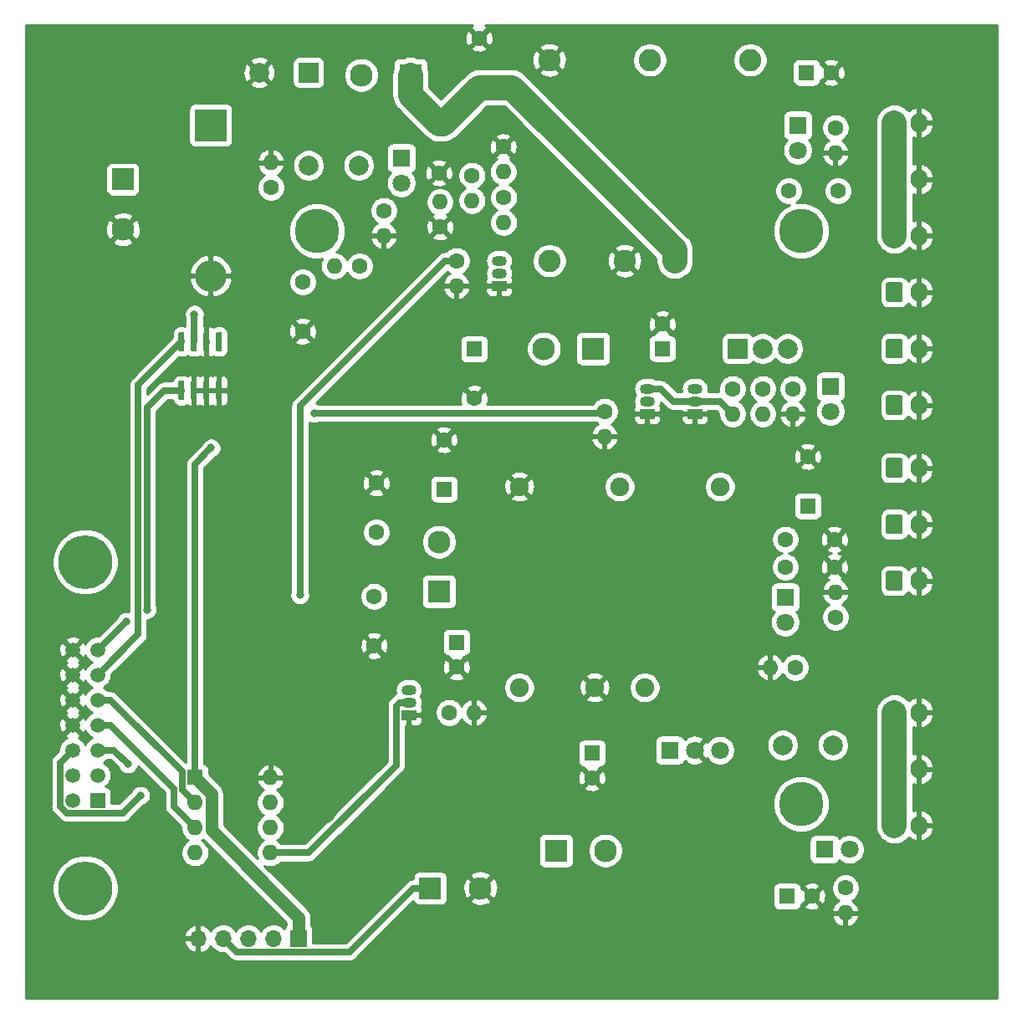
<source format=gtl>
G04 #@! TF.GenerationSoftware,KiCad,Pcbnew,(5.1.5)-3*
G04 #@! TF.CreationDate,2020-02-19T08:51:59-05:00*
G04 #@! TF.ProjectId,psu-pcb,7073752d-7063-4622-9e6b-696361645f70,rev?*
G04 #@! TF.SameCoordinates,Original*
G04 #@! TF.FileFunction,Copper,L1,Top*
G04 #@! TF.FilePolarity,Positive*
%FSLAX46Y46*%
G04 Gerber Fmt 4.6, Leading zero omitted, Abs format (unit mm)*
G04 Created by KiCad (PCBNEW (5.1.5)-3) date 2020-02-19 08:51:59*
%MOMM*%
%LPD*%
G04 APERTURE LIST*
%ADD10C,0.100000*%
%ADD11O,1.700000X1.700000*%
%ADD12R,1.700000X1.700000*%
%ADD13O,1.600000X1.600000*%
%ADD14C,1.600000*%
%ADD15C,1.900000*%
%ADD16R,1.500000X1.050000*%
%ADD17O,1.500000X1.050000*%
%ADD18C,2.000000*%
%ADD19C,1.800000*%
%ADD20R,1.800000X1.800000*%
%ADD21O,1.700000X2.000000*%
%ADD22R,1.600000X1.600000*%
%ADD23R,2.000000X2.000000*%
%ADD24C,2.300000*%
%ADD25R,2.300000X2.300000*%
%ADD26C,2.250000*%
%ADD27C,5.460000*%
%ADD28R,1.520000X1.520000*%
%ADD29C,1.520000*%
%ADD30R,3.200000X3.200000*%
%ADD31O,3.200000X3.200000*%
%ADD32R,2.200000X2.200000*%
%ADD33C,3.810000*%
%ADD34C,4.500000*%
%ADD35C,0.800000*%
%ADD36C,0.635000*%
%ADD37C,1.270000*%
%ADD38C,2.540000*%
%ADD39C,0.254000*%
G04 APERTURE END LIST*
G04 #@! TA.AperFunction,SMDPad,CuDef*
D10*
G36*
X40386303Y-56607522D02*
G01*
X40400864Y-56609682D01*
X40415143Y-56613259D01*
X40429003Y-56618218D01*
X40442310Y-56624512D01*
X40454936Y-56632080D01*
X40466759Y-56640848D01*
X40477666Y-56650734D01*
X40487552Y-56661641D01*
X40496320Y-56673464D01*
X40503888Y-56686090D01*
X40510182Y-56699397D01*
X40515141Y-56713257D01*
X40518718Y-56727536D01*
X40520878Y-56742097D01*
X40521600Y-56756800D01*
X40521600Y-58406800D01*
X40520878Y-58421503D01*
X40518718Y-58436064D01*
X40515141Y-58450343D01*
X40510182Y-58464203D01*
X40503888Y-58477510D01*
X40496320Y-58490136D01*
X40487552Y-58501959D01*
X40477666Y-58512866D01*
X40466759Y-58522752D01*
X40454936Y-58531520D01*
X40442310Y-58539088D01*
X40429003Y-58545382D01*
X40415143Y-58550341D01*
X40400864Y-58553918D01*
X40386303Y-58556078D01*
X40371600Y-58556800D01*
X40071600Y-58556800D01*
X40056897Y-58556078D01*
X40042336Y-58553918D01*
X40028057Y-58550341D01*
X40014197Y-58545382D01*
X40000890Y-58539088D01*
X39988264Y-58531520D01*
X39976441Y-58522752D01*
X39965534Y-58512866D01*
X39955648Y-58501959D01*
X39946880Y-58490136D01*
X39939312Y-58477510D01*
X39933018Y-58464203D01*
X39928059Y-58450343D01*
X39924482Y-58436064D01*
X39922322Y-58421503D01*
X39921600Y-58406800D01*
X39921600Y-56756800D01*
X39922322Y-56742097D01*
X39924482Y-56727536D01*
X39928059Y-56713257D01*
X39933018Y-56699397D01*
X39939312Y-56686090D01*
X39946880Y-56673464D01*
X39955648Y-56661641D01*
X39965534Y-56650734D01*
X39976441Y-56640848D01*
X39988264Y-56632080D01*
X40000890Y-56624512D01*
X40014197Y-56618218D01*
X40028057Y-56613259D01*
X40042336Y-56609682D01*
X40056897Y-56607522D01*
X40071600Y-56606800D01*
X40371600Y-56606800D01*
X40386303Y-56607522D01*
G37*
G04 #@! TD.AperFunction*
G04 #@! TA.AperFunction,SMDPad,CuDef*
G36*
X39116303Y-56607522D02*
G01*
X39130864Y-56609682D01*
X39145143Y-56613259D01*
X39159003Y-56618218D01*
X39172310Y-56624512D01*
X39184936Y-56632080D01*
X39196759Y-56640848D01*
X39207666Y-56650734D01*
X39217552Y-56661641D01*
X39226320Y-56673464D01*
X39233888Y-56686090D01*
X39240182Y-56699397D01*
X39245141Y-56713257D01*
X39248718Y-56727536D01*
X39250878Y-56742097D01*
X39251600Y-56756800D01*
X39251600Y-58406800D01*
X39250878Y-58421503D01*
X39248718Y-58436064D01*
X39245141Y-58450343D01*
X39240182Y-58464203D01*
X39233888Y-58477510D01*
X39226320Y-58490136D01*
X39217552Y-58501959D01*
X39207666Y-58512866D01*
X39196759Y-58522752D01*
X39184936Y-58531520D01*
X39172310Y-58539088D01*
X39159003Y-58545382D01*
X39145143Y-58550341D01*
X39130864Y-58553918D01*
X39116303Y-58556078D01*
X39101600Y-58556800D01*
X38801600Y-58556800D01*
X38786897Y-58556078D01*
X38772336Y-58553918D01*
X38758057Y-58550341D01*
X38744197Y-58545382D01*
X38730890Y-58539088D01*
X38718264Y-58531520D01*
X38706441Y-58522752D01*
X38695534Y-58512866D01*
X38685648Y-58501959D01*
X38676880Y-58490136D01*
X38669312Y-58477510D01*
X38663018Y-58464203D01*
X38658059Y-58450343D01*
X38654482Y-58436064D01*
X38652322Y-58421503D01*
X38651600Y-58406800D01*
X38651600Y-56756800D01*
X38652322Y-56742097D01*
X38654482Y-56727536D01*
X38658059Y-56713257D01*
X38663018Y-56699397D01*
X38669312Y-56686090D01*
X38676880Y-56673464D01*
X38685648Y-56661641D01*
X38695534Y-56650734D01*
X38706441Y-56640848D01*
X38718264Y-56632080D01*
X38730890Y-56624512D01*
X38744197Y-56618218D01*
X38758057Y-56613259D01*
X38772336Y-56609682D01*
X38786897Y-56607522D01*
X38801600Y-56606800D01*
X39101600Y-56606800D01*
X39116303Y-56607522D01*
G37*
G04 #@! TD.AperFunction*
G04 #@! TA.AperFunction,SMDPad,CuDef*
G36*
X37846303Y-56607522D02*
G01*
X37860864Y-56609682D01*
X37875143Y-56613259D01*
X37889003Y-56618218D01*
X37902310Y-56624512D01*
X37914936Y-56632080D01*
X37926759Y-56640848D01*
X37937666Y-56650734D01*
X37947552Y-56661641D01*
X37956320Y-56673464D01*
X37963888Y-56686090D01*
X37970182Y-56699397D01*
X37975141Y-56713257D01*
X37978718Y-56727536D01*
X37980878Y-56742097D01*
X37981600Y-56756800D01*
X37981600Y-58406800D01*
X37980878Y-58421503D01*
X37978718Y-58436064D01*
X37975141Y-58450343D01*
X37970182Y-58464203D01*
X37963888Y-58477510D01*
X37956320Y-58490136D01*
X37947552Y-58501959D01*
X37937666Y-58512866D01*
X37926759Y-58522752D01*
X37914936Y-58531520D01*
X37902310Y-58539088D01*
X37889003Y-58545382D01*
X37875143Y-58550341D01*
X37860864Y-58553918D01*
X37846303Y-58556078D01*
X37831600Y-58556800D01*
X37531600Y-58556800D01*
X37516897Y-58556078D01*
X37502336Y-58553918D01*
X37488057Y-58550341D01*
X37474197Y-58545382D01*
X37460890Y-58539088D01*
X37448264Y-58531520D01*
X37436441Y-58522752D01*
X37425534Y-58512866D01*
X37415648Y-58501959D01*
X37406880Y-58490136D01*
X37399312Y-58477510D01*
X37393018Y-58464203D01*
X37388059Y-58450343D01*
X37384482Y-58436064D01*
X37382322Y-58421503D01*
X37381600Y-58406800D01*
X37381600Y-56756800D01*
X37382322Y-56742097D01*
X37384482Y-56727536D01*
X37388059Y-56713257D01*
X37393018Y-56699397D01*
X37399312Y-56686090D01*
X37406880Y-56673464D01*
X37415648Y-56661641D01*
X37425534Y-56650734D01*
X37436441Y-56640848D01*
X37448264Y-56632080D01*
X37460890Y-56624512D01*
X37474197Y-56618218D01*
X37488057Y-56613259D01*
X37502336Y-56609682D01*
X37516897Y-56607522D01*
X37531600Y-56606800D01*
X37831600Y-56606800D01*
X37846303Y-56607522D01*
G37*
G04 #@! TD.AperFunction*
G04 #@! TA.AperFunction,SMDPad,CuDef*
G36*
X36576303Y-56607522D02*
G01*
X36590864Y-56609682D01*
X36605143Y-56613259D01*
X36619003Y-56618218D01*
X36632310Y-56624512D01*
X36644936Y-56632080D01*
X36656759Y-56640848D01*
X36667666Y-56650734D01*
X36677552Y-56661641D01*
X36686320Y-56673464D01*
X36693888Y-56686090D01*
X36700182Y-56699397D01*
X36705141Y-56713257D01*
X36708718Y-56727536D01*
X36710878Y-56742097D01*
X36711600Y-56756800D01*
X36711600Y-58406800D01*
X36710878Y-58421503D01*
X36708718Y-58436064D01*
X36705141Y-58450343D01*
X36700182Y-58464203D01*
X36693888Y-58477510D01*
X36686320Y-58490136D01*
X36677552Y-58501959D01*
X36667666Y-58512866D01*
X36656759Y-58522752D01*
X36644936Y-58531520D01*
X36632310Y-58539088D01*
X36619003Y-58545382D01*
X36605143Y-58550341D01*
X36590864Y-58553918D01*
X36576303Y-58556078D01*
X36561600Y-58556800D01*
X36261600Y-58556800D01*
X36246897Y-58556078D01*
X36232336Y-58553918D01*
X36218057Y-58550341D01*
X36204197Y-58545382D01*
X36190890Y-58539088D01*
X36178264Y-58531520D01*
X36166441Y-58522752D01*
X36155534Y-58512866D01*
X36145648Y-58501959D01*
X36136880Y-58490136D01*
X36129312Y-58477510D01*
X36123018Y-58464203D01*
X36118059Y-58450343D01*
X36114482Y-58436064D01*
X36112322Y-58421503D01*
X36111600Y-58406800D01*
X36111600Y-56756800D01*
X36112322Y-56742097D01*
X36114482Y-56727536D01*
X36118059Y-56713257D01*
X36123018Y-56699397D01*
X36129312Y-56686090D01*
X36136880Y-56673464D01*
X36145648Y-56661641D01*
X36155534Y-56650734D01*
X36166441Y-56640848D01*
X36178264Y-56632080D01*
X36190890Y-56624512D01*
X36204197Y-56618218D01*
X36218057Y-56613259D01*
X36232336Y-56609682D01*
X36246897Y-56607522D01*
X36261600Y-56606800D01*
X36561600Y-56606800D01*
X36576303Y-56607522D01*
G37*
G04 #@! TD.AperFunction*
G04 #@! TA.AperFunction,SMDPad,CuDef*
G36*
X36576303Y-51657522D02*
G01*
X36590864Y-51659682D01*
X36605143Y-51663259D01*
X36619003Y-51668218D01*
X36632310Y-51674512D01*
X36644936Y-51682080D01*
X36656759Y-51690848D01*
X36667666Y-51700734D01*
X36677552Y-51711641D01*
X36686320Y-51723464D01*
X36693888Y-51736090D01*
X36700182Y-51749397D01*
X36705141Y-51763257D01*
X36708718Y-51777536D01*
X36710878Y-51792097D01*
X36711600Y-51806800D01*
X36711600Y-53456800D01*
X36710878Y-53471503D01*
X36708718Y-53486064D01*
X36705141Y-53500343D01*
X36700182Y-53514203D01*
X36693888Y-53527510D01*
X36686320Y-53540136D01*
X36677552Y-53551959D01*
X36667666Y-53562866D01*
X36656759Y-53572752D01*
X36644936Y-53581520D01*
X36632310Y-53589088D01*
X36619003Y-53595382D01*
X36605143Y-53600341D01*
X36590864Y-53603918D01*
X36576303Y-53606078D01*
X36561600Y-53606800D01*
X36261600Y-53606800D01*
X36246897Y-53606078D01*
X36232336Y-53603918D01*
X36218057Y-53600341D01*
X36204197Y-53595382D01*
X36190890Y-53589088D01*
X36178264Y-53581520D01*
X36166441Y-53572752D01*
X36155534Y-53562866D01*
X36145648Y-53551959D01*
X36136880Y-53540136D01*
X36129312Y-53527510D01*
X36123018Y-53514203D01*
X36118059Y-53500343D01*
X36114482Y-53486064D01*
X36112322Y-53471503D01*
X36111600Y-53456800D01*
X36111600Y-51806800D01*
X36112322Y-51792097D01*
X36114482Y-51777536D01*
X36118059Y-51763257D01*
X36123018Y-51749397D01*
X36129312Y-51736090D01*
X36136880Y-51723464D01*
X36145648Y-51711641D01*
X36155534Y-51700734D01*
X36166441Y-51690848D01*
X36178264Y-51682080D01*
X36190890Y-51674512D01*
X36204197Y-51668218D01*
X36218057Y-51663259D01*
X36232336Y-51659682D01*
X36246897Y-51657522D01*
X36261600Y-51656800D01*
X36561600Y-51656800D01*
X36576303Y-51657522D01*
G37*
G04 #@! TD.AperFunction*
G04 #@! TA.AperFunction,SMDPad,CuDef*
G36*
X37846303Y-51657522D02*
G01*
X37860864Y-51659682D01*
X37875143Y-51663259D01*
X37889003Y-51668218D01*
X37902310Y-51674512D01*
X37914936Y-51682080D01*
X37926759Y-51690848D01*
X37937666Y-51700734D01*
X37947552Y-51711641D01*
X37956320Y-51723464D01*
X37963888Y-51736090D01*
X37970182Y-51749397D01*
X37975141Y-51763257D01*
X37978718Y-51777536D01*
X37980878Y-51792097D01*
X37981600Y-51806800D01*
X37981600Y-53456800D01*
X37980878Y-53471503D01*
X37978718Y-53486064D01*
X37975141Y-53500343D01*
X37970182Y-53514203D01*
X37963888Y-53527510D01*
X37956320Y-53540136D01*
X37947552Y-53551959D01*
X37937666Y-53562866D01*
X37926759Y-53572752D01*
X37914936Y-53581520D01*
X37902310Y-53589088D01*
X37889003Y-53595382D01*
X37875143Y-53600341D01*
X37860864Y-53603918D01*
X37846303Y-53606078D01*
X37831600Y-53606800D01*
X37531600Y-53606800D01*
X37516897Y-53606078D01*
X37502336Y-53603918D01*
X37488057Y-53600341D01*
X37474197Y-53595382D01*
X37460890Y-53589088D01*
X37448264Y-53581520D01*
X37436441Y-53572752D01*
X37425534Y-53562866D01*
X37415648Y-53551959D01*
X37406880Y-53540136D01*
X37399312Y-53527510D01*
X37393018Y-53514203D01*
X37388059Y-53500343D01*
X37384482Y-53486064D01*
X37382322Y-53471503D01*
X37381600Y-53456800D01*
X37381600Y-51806800D01*
X37382322Y-51792097D01*
X37384482Y-51777536D01*
X37388059Y-51763257D01*
X37393018Y-51749397D01*
X37399312Y-51736090D01*
X37406880Y-51723464D01*
X37415648Y-51711641D01*
X37425534Y-51700734D01*
X37436441Y-51690848D01*
X37448264Y-51682080D01*
X37460890Y-51674512D01*
X37474197Y-51668218D01*
X37488057Y-51663259D01*
X37502336Y-51659682D01*
X37516897Y-51657522D01*
X37531600Y-51656800D01*
X37831600Y-51656800D01*
X37846303Y-51657522D01*
G37*
G04 #@! TD.AperFunction*
G04 #@! TA.AperFunction,SMDPad,CuDef*
G36*
X39116303Y-51657522D02*
G01*
X39130864Y-51659682D01*
X39145143Y-51663259D01*
X39159003Y-51668218D01*
X39172310Y-51674512D01*
X39184936Y-51682080D01*
X39196759Y-51690848D01*
X39207666Y-51700734D01*
X39217552Y-51711641D01*
X39226320Y-51723464D01*
X39233888Y-51736090D01*
X39240182Y-51749397D01*
X39245141Y-51763257D01*
X39248718Y-51777536D01*
X39250878Y-51792097D01*
X39251600Y-51806800D01*
X39251600Y-53456800D01*
X39250878Y-53471503D01*
X39248718Y-53486064D01*
X39245141Y-53500343D01*
X39240182Y-53514203D01*
X39233888Y-53527510D01*
X39226320Y-53540136D01*
X39217552Y-53551959D01*
X39207666Y-53562866D01*
X39196759Y-53572752D01*
X39184936Y-53581520D01*
X39172310Y-53589088D01*
X39159003Y-53595382D01*
X39145143Y-53600341D01*
X39130864Y-53603918D01*
X39116303Y-53606078D01*
X39101600Y-53606800D01*
X38801600Y-53606800D01*
X38786897Y-53606078D01*
X38772336Y-53603918D01*
X38758057Y-53600341D01*
X38744197Y-53595382D01*
X38730890Y-53589088D01*
X38718264Y-53581520D01*
X38706441Y-53572752D01*
X38695534Y-53562866D01*
X38685648Y-53551959D01*
X38676880Y-53540136D01*
X38669312Y-53527510D01*
X38663018Y-53514203D01*
X38658059Y-53500343D01*
X38654482Y-53486064D01*
X38652322Y-53471503D01*
X38651600Y-53456800D01*
X38651600Y-51806800D01*
X38652322Y-51792097D01*
X38654482Y-51777536D01*
X38658059Y-51763257D01*
X38663018Y-51749397D01*
X38669312Y-51736090D01*
X38676880Y-51723464D01*
X38685648Y-51711641D01*
X38695534Y-51700734D01*
X38706441Y-51690848D01*
X38718264Y-51682080D01*
X38730890Y-51674512D01*
X38744197Y-51668218D01*
X38758057Y-51663259D01*
X38772336Y-51659682D01*
X38786897Y-51657522D01*
X38801600Y-51656800D01*
X39101600Y-51656800D01*
X39116303Y-51657522D01*
G37*
G04 #@! TD.AperFunction*
G04 #@! TA.AperFunction,SMDPad,CuDef*
G36*
X40386303Y-51657522D02*
G01*
X40400864Y-51659682D01*
X40415143Y-51663259D01*
X40429003Y-51668218D01*
X40442310Y-51674512D01*
X40454936Y-51682080D01*
X40466759Y-51690848D01*
X40477666Y-51700734D01*
X40487552Y-51711641D01*
X40496320Y-51723464D01*
X40503888Y-51736090D01*
X40510182Y-51749397D01*
X40515141Y-51763257D01*
X40518718Y-51777536D01*
X40520878Y-51792097D01*
X40521600Y-51806800D01*
X40521600Y-53456800D01*
X40520878Y-53471503D01*
X40518718Y-53486064D01*
X40515141Y-53500343D01*
X40510182Y-53514203D01*
X40503888Y-53527510D01*
X40496320Y-53540136D01*
X40487552Y-53551959D01*
X40477666Y-53562866D01*
X40466759Y-53572752D01*
X40454936Y-53581520D01*
X40442310Y-53589088D01*
X40429003Y-53595382D01*
X40415143Y-53600341D01*
X40400864Y-53603918D01*
X40386303Y-53606078D01*
X40371600Y-53606800D01*
X40071600Y-53606800D01*
X40056897Y-53606078D01*
X40042336Y-53603918D01*
X40028057Y-53600341D01*
X40014197Y-53595382D01*
X40000890Y-53589088D01*
X39988264Y-53581520D01*
X39976441Y-53572752D01*
X39965534Y-53562866D01*
X39955648Y-53551959D01*
X39946880Y-53540136D01*
X39939312Y-53527510D01*
X39933018Y-53514203D01*
X39928059Y-53500343D01*
X39924482Y-53486064D01*
X39922322Y-53471503D01*
X39921600Y-53456800D01*
X39921600Y-51806800D01*
X39922322Y-51792097D01*
X39924482Y-51777536D01*
X39928059Y-51763257D01*
X39933018Y-51749397D01*
X39939312Y-51736090D01*
X39946880Y-51723464D01*
X39955648Y-51711641D01*
X39965534Y-51700734D01*
X39976441Y-51690848D01*
X39988264Y-51682080D01*
X40000890Y-51674512D01*
X40014197Y-51668218D01*
X40028057Y-51663259D01*
X40042336Y-51659682D01*
X40056897Y-51657522D01*
X40071600Y-51656800D01*
X40371600Y-51656800D01*
X40386303Y-51657522D01*
G37*
G04 #@! TD.AperFunction*
D11*
X38100000Y-113030000D03*
X40640000Y-113030000D03*
X43180000Y-113030000D03*
X45720000Y-113030000D03*
D12*
X48260000Y-113030000D03*
D13*
X68986400Y-35458400D03*
D14*
X68986400Y-32918400D03*
D15*
X70612000Y-87630000D03*
X70612000Y-67310000D03*
X80772000Y-67310000D03*
X90932000Y-67310000D03*
X78232000Y-87630000D03*
X83312000Y-87630000D03*
D13*
X102616000Y-33528000D03*
D14*
X102616000Y-30988000D03*
D13*
X102616000Y-77978000D03*
D14*
X102616000Y-80518000D03*
D13*
X98298000Y-59944000D03*
D14*
X98298000Y-57404000D03*
D13*
X95250000Y-59944000D03*
D14*
X95250000Y-57404000D03*
D13*
X92202000Y-59944000D03*
D14*
X92202000Y-57404000D03*
D13*
X66040000Y-90170000D03*
D14*
X63500000Y-90170000D03*
D13*
X64262000Y-46990000D03*
D14*
X64262000Y-44450000D03*
D13*
X79248000Y-62230000D03*
D14*
X79248000Y-59690000D03*
D13*
X103632000Y-110464600D03*
D14*
X103632000Y-107924600D03*
D13*
X96012000Y-85598000D03*
D14*
X98552000Y-85598000D03*
D13*
X69037200Y-40589200D03*
D14*
X69037200Y-38049200D03*
D13*
X62585600Y-38506400D03*
D14*
X62585600Y-41046400D03*
D13*
X65836800Y-38354000D03*
D14*
X65836800Y-35814000D03*
D13*
X45466000Y-34493200D03*
D14*
X45466000Y-37033200D03*
D13*
X51892200Y-44983400D03*
D14*
X54432200Y-44983400D03*
D13*
X56896000Y-41910000D03*
D14*
X56896000Y-39370000D03*
D16*
X88392000Y-59944000D03*
D17*
X88392000Y-57404000D03*
X88392000Y-58674000D03*
D16*
X83566000Y-59944000D03*
D17*
X83566000Y-57404000D03*
X83566000Y-58674000D03*
D16*
X68580000Y-46990000D03*
D17*
X68580000Y-44450000D03*
X68580000Y-45720000D03*
D16*
X59436000Y-90424000D03*
D17*
X59436000Y-87884000D03*
X59436000Y-89154000D03*
D18*
X102362000Y-93472000D03*
X97282000Y-93472000D03*
X54356000Y-34798000D03*
X49276000Y-34798000D03*
D19*
X104038400Y-104013000D03*
D20*
X101498400Y-104013000D03*
D19*
X97536000Y-81026000D03*
D20*
X97536000Y-78486000D03*
D19*
X98806000Y-33274000D03*
D20*
X98806000Y-30734000D03*
D19*
X102108000Y-59690000D03*
D20*
X102108000Y-57150000D03*
D19*
X58674000Y-36576000D03*
D20*
X58674000Y-34036000D03*
D14*
X102536000Y-75438000D03*
X97536000Y-75438000D03*
X102536000Y-72644000D03*
X97536000Y-72644000D03*
X102891600Y-37363400D03*
X97891600Y-37363400D03*
X56134000Y-66932800D03*
X56134000Y-71932800D03*
X62484000Y-35560000D03*
X62484000Y-30560000D03*
X55930800Y-83413600D03*
X55930800Y-78413600D03*
X48691800Y-51587400D03*
X48691800Y-46587400D03*
D21*
X111085000Y-65405000D03*
G04 #@! TA.AperFunction,ComponentPad*
D10*
G36*
X109209504Y-64406204D02*
G01*
X109233773Y-64409804D01*
X109257571Y-64415765D01*
X109280671Y-64424030D01*
X109302849Y-64434520D01*
X109323893Y-64447133D01*
X109343598Y-64461747D01*
X109361777Y-64478223D01*
X109378253Y-64496402D01*
X109392867Y-64516107D01*
X109405480Y-64537151D01*
X109415970Y-64559329D01*
X109424235Y-64582429D01*
X109430196Y-64606227D01*
X109433796Y-64630496D01*
X109435000Y-64655000D01*
X109435000Y-66155000D01*
X109433796Y-66179504D01*
X109430196Y-66203773D01*
X109424235Y-66227571D01*
X109415970Y-66250671D01*
X109405480Y-66272849D01*
X109392867Y-66293893D01*
X109378253Y-66313598D01*
X109361777Y-66331777D01*
X109343598Y-66348253D01*
X109323893Y-66362867D01*
X109302849Y-66375480D01*
X109280671Y-66385970D01*
X109257571Y-66394235D01*
X109233773Y-66400196D01*
X109209504Y-66403796D01*
X109185000Y-66405000D01*
X107985000Y-66405000D01*
X107960496Y-66403796D01*
X107936227Y-66400196D01*
X107912429Y-66394235D01*
X107889329Y-66385970D01*
X107867151Y-66375480D01*
X107846107Y-66362867D01*
X107826402Y-66348253D01*
X107808223Y-66331777D01*
X107791747Y-66313598D01*
X107777133Y-66293893D01*
X107764520Y-66272849D01*
X107754030Y-66250671D01*
X107745765Y-66227571D01*
X107739804Y-66203773D01*
X107736204Y-66179504D01*
X107735000Y-66155000D01*
X107735000Y-64655000D01*
X107736204Y-64630496D01*
X107739804Y-64606227D01*
X107745765Y-64582429D01*
X107754030Y-64559329D01*
X107764520Y-64537151D01*
X107777133Y-64516107D01*
X107791747Y-64496402D01*
X107808223Y-64478223D01*
X107826402Y-64461747D01*
X107846107Y-64447133D01*
X107867151Y-64434520D01*
X107889329Y-64424030D01*
X107912429Y-64415765D01*
X107936227Y-64409804D01*
X107960496Y-64406204D01*
X107985000Y-64405000D01*
X109185000Y-64405000D01*
X109209504Y-64406204D01*
G37*
G04 #@! TD.AperFunction*
D21*
X111085000Y-71120000D03*
G04 #@! TA.AperFunction,ComponentPad*
D10*
G36*
X109209504Y-70121204D02*
G01*
X109233773Y-70124804D01*
X109257571Y-70130765D01*
X109280671Y-70139030D01*
X109302849Y-70149520D01*
X109323893Y-70162133D01*
X109343598Y-70176747D01*
X109361777Y-70193223D01*
X109378253Y-70211402D01*
X109392867Y-70231107D01*
X109405480Y-70252151D01*
X109415970Y-70274329D01*
X109424235Y-70297429D01*
X109430196Y-70321227D01*
X109433796Y-70345496D01*
X109435000Y-70370000D01*
X109435000Y-71870000D01*
X109433796Y-71894504D01*
X109430196Y-71918773D01*
X109424235Y-71942571D01*
X109415970Y-71965671D01*
X109405480Y-71987849D01*
X109392867Y-72008893D01*
X109378253Y-72028598D01*
X109361777Y-72046777D01*
X109343598Y-72063253D01*
X109323893Y-72077867D01*
X109302849Y-72090480D01*
X109280671Y-72100970D01*
X109257571Y-72109235D01*
X109233773Y-72115196D01*
X109209504Y-72118796D01*
X109185000Y-72120000D01*
X107985000Y-72120000D01*
X107960496Y-72118796D01*
X107936227Y-72115196D01*
X107912429Y-72109235D01*
X107889329Y-72100970D01*
X107867151Y-72090480D01*
X107846107Y-72077867D01*
X107826402Y-72063253D01*
X107808223Y-72046777D01*
X107791747Y-72028598D01*
X107777133Y-72008893D01*
X107764520Y-71987849D01*
X107754030Y-71965671D01*
X107745765Y-71942571D01*
X107739804Y-71918773D01*
X107736204Y-71894504D01*
X107735000Y-71870000D01*
X107735000Y-70370000D01*
X107736204Y-70345496D01*
X107739804Y-70321227D01*
X107745765Y-70297429D01*
X107754030Y-70274329D01*
X107764520Y-70252151D01*
X107777133Y-70231107D01*
X107791747Y-70211402D01*
X107808223Y-70193223D01*
X107826402Y-70176747D01*
X107846107Y-70162133D01*
X107867151Y-70149520D01*
X107889329Y-70139030D01*
X107912429Y-70130765D01*
X107936227Y-70124804D01*
X107960496Y-70121204D01*
X107985000Y-70120000D01*
X109185000Y-70120000D01*
X109209504Y-70121204D01*
G37*
G04 #@! TD.AperFunction*
D21*
X111085000Y-76835000D03*
G04 #@! TA.AperFunction,ComponentPad*
D10*
G36*
X109209504Y-75836204D02*
G01*
X109233773Y-75839804D01*
X109257571Y-75845765D01*
X109280671Y-75854030D01*
X109302849Y-75864520D01*
X109323893Y-75877133D01*
X109343598Y-75891747D01*
X109361777Y-75908223D01*
X109378253Y-75926402D01*
X109392867Y-75946107D01*
X109405480Y-75967151D01*
X109415970Y-75989329D01*
X109424235Y-76012429D01*
X109430196Y-76036227D01*
X109433796Y-76060496D01*
X109435000Y-76085000D01*
X109435000Y-77585000D01*
X109433796Y-77609504D01*
X109430196Y-77633773D01*
X109424235Y-77657571D01*
X109415970Y-77680671D01*
X109405480Y-77702849D01*
X109392867Y-77723893D01*
X109378253Y-77743598D01*
X109361777Y-77761777D01*
X109343598Y-77778253D01*
X109323893Y-77792867D01*
X109302849Y-77805480D01*
X109280671Y-77815970D01*
X109257571Y-77824235D01*
X109233773Y-77830196D01*
X109209504Y-77833796D01*
X109185000Y-77835000D01*
X107985000Y-77835000D01*
X107960496Y-77833796D01*
X107936227Y-77830196D01*
X107912429Y-77824235D01*
X107889329Y-77815970D01*
X107867151Y-77805480D01*
X107846107Y-77792867D01*
X107826402Y-77778253D01*
X107808223Y-77761777D01*
X107791747Y-77743598D01*
X107777133Y-77723893D01*
X107764520Y-77702849D01*
X107754030Y-77680671D01*
X107745765Y-77657571D01*
X107739804Y-77633773D01*
X107736204Y-77609504D01*
X107735000Y-77585000D01*
X107735000Y-76085000D01*
X107736204Y-76060496D01*
X107739804Y-76036227D01*
X107745765Y-76012429D01*
X107754030Y-75989329D01*
X107764520Y-75967151D01*
X107777133Y-75946107D01*
X107791747Y-75926402D01*
X107808223Y-75908223D01*
X107826402Y-75891747D01*
X107846107Y-75877133D01*
X107867151Y-75864520D01*
X107889329Y-75854030D01*
X107912429Y-75845765D01*
X107936227Y-75839804D01*
X107960496Y-75836204D01*
X107985000Y-75835000D01*
X109185000Y-75835000D01*
X109209504Y-75836204D01*
G37*
G04 #@! TD.AperFunction*
D21*
X111085000Y-41910000D03*
G04 #@! TA.AperFunction,ComponentPad*
D10*
G36*
X109209504Y-40911204D02*
G01*
X109233773Y-40914804D01*
X109257571Y-40920765D01*
X109280671Y-40929030D01*
X109302849Y-40939520D01*
X109323893Y-40952133D01*
X109343598Y-40966747D01*
X109361777Y-40983223D01*
X109378253Y-41001402D01*
X109392867Y-41021107D01*
X109405480Y-41042151D01*
X109415970Y-41064329D01*
X109424235Y-41087429D01*
X109430196Y-41111227D01*
X109433796Y-41135496D01*
X109435000Y-41160000D01*
X109435000Y-42660000D01*
X109433796Y-42684504D01*
X109430196Y-42708773D01*
X109424235Y-42732571D01*
X109415970Y-42755671D01*
X109405480Y-42777849D01*
X109392867Y-42798893D01*
X109378253Y-42818598D01*
X109361777Y-42836777D01*
X109343598Y-42853253D01*
X109323893Y-42867867D01*
X109302849Y-42880480D01*
X109280671Y-42890970D01*
X109257571Y-42899235D01*
X109233773Y-42905196D01*
X109209504Y-42908796D01*
X109185000Y-42910000D01*
X107985000Y-42910000D01*
X107960496Y-42908796D01*
X107936227Y-42905196D01*
X107912429Y-42899235D01*
X107889329Y-42890970D01*
X107867151Y-42880480D01*
X107846107Y-42867867D01*
X107826402Y-42853253D01*
X107808223Y-42836777D01*
X107791747Y-42818598D01*
X107777133Y-42798893D01*
X107764520Y-42777849D01*
X107754030Y-42755671D01*
X107745765Y-42732571D01*
X107739804Y-42708773D01*
X107736204Y-42684504D01*
X107735000Y-42660000D01*
X107735000Y-41160000D01*
X107736204Y-41135496D01*
X107739804Y-41111227D01*
X107745765Y-41087429D01*
X107754030Y-41064329D01*
X107764520Y-41042151D01*
X107777133Y-41021107D01*
X107791747Y-41001402D01*
X107808223Y-40983223D01*
X107826402Y-40966747D01*
X107846107Y-40952133D01*
X107867151Y-40939520D01*
X107889329Y-40929030D01*
X107912429Y-40920765D01*
X107936227Y-40914804D01*
X107960496Y-40911204D01*
X107985000Y-40910000D01*
X109185000Y-40910000D01*
X109209504Y-40911204D01*
G37*
G04 #@! TD.AperFunction*
D21*
X111085000Y-36195000D03*
G04 #@! TA.AperFunction,ComponentPad*
D10*
G36*
X109209504Y-35196204D02*
G01*
X109233773Y-35199804D01*
X109257571Y-35205765D01*
X109280671Y-35214030D01*
X109302849Y-35224520D01*
X109323893Y-35237133D01*
X109343598Y-35251747D01*
X109361777Y-35268223D01*
X109378253Y-35286402D01*
X109392867Y-35306107D01*
X109405480Y-35327151D01*
X109415970Y-35349329D01*
X109424235Y-35372429D01*
X109430196Y-35396227D01*
X109433796Y-35420496D01*
X109435000Y-35445000D01*
X109435000Y-36945000D01*
X109433796Y-36969504D01*
X109430196Y-36993773D01*
X109424235Y-37017571D01*
X109415970Y-37040671D01*
X109405480Y-37062849D01*
X109392867Y-37083893D01*
X109378253Y-37103598D01*
X109361777Y-37121777D01*
X109343598Y-37138253D01*
X109323893Y-37152867D01*
X109302849Y-37165480D01*
X109280671Y-37175970D01*
X109257571Y-37184235D01*
X109233773Y-37190196D01*
X109209504Y-37193796D01*
X109185000Y-37195000D01*
X107985000Y-37195000D01*
X107960496Y-37193796D01*
X107936227Y-37190196D01*
X107912429Y-37184235D01*
X107889329Y-37175970D01*
X107867151Y-37165480D01*
X107846107Y-37152867D01*
X107826402Y-37138253D01*
X107808223Y-37121777D01*
X107791747Y-37103598D01*
X107777133Y-37083893D01*
X107764520Y-37062849D01*
X107754030Y-37040671D01*
X107745765Y-37017571D01*
X107739804Y-36993773D01*
X107736204Y-36969504D01*
X107735000Y-36945000D01*
X107735000Y-35445000D01*
X107736204Y-35420496D01*
X107739804Y-35396227D01*
X107745765Y-35372429D01*
X107754030Y-35349329D01*
X107764520Y-35327151D01*
X107777133Y-35306107D01*
X107791747Y-35286402D01*
X107808223Y-35268223D01*
X107826402Y-35251747D01*
X107846107Y-35237133D01*
X107867151Y-35224520D01*
X107889329Y-35214030D01*
X107912429Y-35205765D01*
X107936227Y-35199804D01*
X107960496Y-35196204D01*
X107985000Y-35195000D01*
X109185000Y-35195000D01*
X109209504Y-35196204D01*
G37*
G04 #@! TD.AperFunction*
D21*
X111085000Y-30480000D03*
G04 #@! TA.AperFunction,ComponentPad*
D10*
G36*
X109209504Y-29481204D02*
G01*
X109233773Y-29484804D01*
X109257571Y-29490765D01*
X109280671Y-29499030D01*
X109302849Y-29509520D01*
X109323893Y-29522133D01*
X109343598Y-29536747D01*
X109361777Y-29553223D01*
X109378253Y-29571402D01*
X109392867Y-29591107D01*
X109405480Y-29612151D01*
X109415970Y-29634329D01*
X109424235Y-29657429D01*
X109430196Y-29681227D01*
X109433796Y-29705496D01*
X109435000Y-29730000D01*
X109435000Y-31230000D01*
X109433796Y-31254504D01*
X109430196Y-31278773D01*
X109424235Y-31302571D01*
X109415970Y-31325671D01*
X109405480Y-31347849D01*
X109392867Y-31368893D01*
X109378253Y-31388598D01*
X109361777Y-31406777D01*
X109343598Y-31423253D01*
X109323893Y-31437867D01*
X109302849Y-31450480D01*
X109280671Y-31460970D01*
X109257571Y-31469235D01*
X109233773Y-31475196D01*
X109209504Y-31478796D01*
X109185000Y-31480000D01*
X107985000Y-31480000D01*
X107960496Y-31478796D01*
X107936227Y-31475196D01*
X107912429Y-31469235D01*
X107889329Y-31460970D01*
X107867151Y-31450480D01*
X107846107Y-31437867D01*
X107826402Y-31423253D01*
X107808223Y-31406777D01*
X107791747Y-31388598D01*
X107777133Y-31368893D01*
X107764520Y-31347849D01*
X107754030Y-31325671D01*
X107745765Y-31302571D01*
X107739804Y-31278773D01*
X107736204Y-31254504D01*
X107735000Y-31230000D01*
X107735000Y-29730000D01*
X107736204Y-29705496D01*
X107739804Y-29681227D01*
X107745765Y-29657429D01*
X107754030Y-29634329D01*
X107764520Y-29612151D01*
X107777133Y-29591107D01*
X107791747Y-29571402D01*
X107808223Y-29553223D01*
X107826402Y-29536747D01*
X107846107Y-29522133D01*
X107867151Y-29509520D01*
X107889329Y-29499030D01*
X107912429Y-29490765D01*
X107936227Y-29484804D01*
X107960496Y-29481204D01*
X107985000Y-29480000D01*
X109185000Y-29480000D01*
X109209504Y-29481204D01*
G37*
G04 #@! TD.AperFunction*
D21*
X111085000Y-59055000D03*
G04 #@! TA.AperFunction,ComponentPad*
D10*
G36*
X109209504Y-58056204D02*
G01*
X109233773Y-58059804D01*
X109257571Y-58065765D01*
X109280671Y-58074030D01*
X109302849Y-58084520D01*
X109323893Y-58097133D01*
X109343598Y-58111747D01*
X109361777Y-58128223D01*
X109378253Y-58146402D01*
X109392867Y-58166107D01*
X109405480Y-58187151D01*
X109415970Y-58209329D01*
X109424235Y-58232429D01*
X109430196Y-58256227D01*
X109433796Y-58280496D01*
X109435000Y-58305000D01*
X109435000Y-59805000D01*
X109433796Y-59829504D01*
X109430196Y-59853773D01*
X109424235Y-59877571D01*
X109415970Y-59900671D01*
X109405480Y-59922849D01*
X109392867Y-59943893D01*
X109378253Y-59963598D01*
X109361777Y-59981777D01*
X109343598Y-59998253D01*
X109323893Y-60012867D01*
X109302849Y-60025480D01*
X109280671Y-60035970D01*
X109257571Y-60044235D01*
X109233773Y-60050196D01*
X109209504Y-60053796D01*
X109185000Y-60055000D01*
X107985000Y-60055000D01*
X107960496Y-60053796D01*
X107936227Y-60050196D01*
X107912429Y-60044235D01*
X107889329Y-60035970D01*
X107867151Y-60025480D01*
X107846107Y-60012867D01*
X107826402Y-59998253D01*
X107808223Y-59981777D01*
X107791747Y-59963598D01*
X107777133Y-59943893D01*
X107764520Y-59922849D01*
X107754030Y-59900671D01*
X107745765Y-59877571D01*
X107739804Y-59853773D01*
X107736204Y-59829504D01*
X107735000Y-59805000D01*
X107735000Y-58305000D01*
X107736204Y-58280496D01*
X107739804Y-58256227D01*
X107745765Y-58232429D01*
X107754030Y-58209329D01*
X107764520Y-58187151D01*
X107777133Y-58166107D01*
X107791747Y-58146402D01*
X107808223Y-58128223D01*
X107826402Y-58111747D01*
X107846107Y-58097133D01*
X107867151Y-58084520D01*
X107889329Y-58074030D01*
X107912429Y-58065765D01*
X107936227Y-58059804D01*
X107960496Y-58056204D01*
X107985000Y-58055000D01*
X109185000Y-58055000D01*
X109209504Y-58056204D01*
G37*
G04 #@! TD.AperFunction*
D21*
X111085000Y-47625000D03*
G04 #@! TA.AperFunction,ComponentPad*
D10*
G36*
X109209504Y-46626204D02*
G01*
X109233773Y-46629804D01*
X109257571Y-46635765D01*
X109280671Y-46644030D01*
X109302849Y-46654520D01*
X109323893Y-46667133D01*
X109343598Y-46681747D01*
X109361777Y-46698223D01*
X109378253Y-46716402D01*
X109392867Y-46736107D01*
X109405480Y-46757151D01*
X109415970Y-46779329D01*
X109424235Y-46802429D01*
X109430196Y-46826227D01*
X109433796Y-46850496D01*
X109435000Y-46875000D01*
X109435000Y-48375000D01*
X109433796Y-48399504D01*
X109430196Y-48423773D01*
X109424235Y-48447571D01*
X109415970Y-48470671D01*
X109405480Y-48492849D01*
X109392867Y-48513893D01*
X109378253Y-48533598D01*
X109361777Y-48551777D01*
X109343598Y-48568253D01*
X109323893Y-48582867D01*
X109302849Y-48595480D01*
X109280671Y-48605970D01*
X109257571Y-48614235D01*
X109233773Y-48620196D01*
X109209504Y-48623796D01*
X109185000Y-48625000D01*
X107985000Y-48625000D01*
X107960496Y-48623796D01*
X107936227Y-48620196D01*
X107912429Y-48614235D01*
X107889329Y-48605970D01*
X107867151Y-48595480D01*
X107846107Y-48582867D01*
X107826402Y-48568253D01*
X107808223Y-48551777D01*
X107791747Y-48533598D01*
X107777133Y-48513893D01*
X107764520Y-48492849D01*
X107754030Y-48470671D01*
X107745765Y-48447571D01*
X107739804Y-48423773D01*
X107736204Y-48399504D01*
X107735000Y-48375000D01*
X107735000Y-46875000D01*
X107736204Y-46850496D01*
X107739804Y-46826227D01*
X107745765Y-46802429D01*
X107754030Y-46779329D01*
X107764520Y-46757151D01*
X107777133Y-46736107D01*
X107791747Y-46716402D01*
X107808223Y-46698223D01*
X107826402Y-46681747D01*
X107846107Y-46667133D01*
X107867151Y-46654520D01*
X107889329Y-46644030D01*
X107912429Y-46635765D01*
X107936227Y-46629804D01*
X107960496Y-46626204D01*
X107985000Y-46625000D01*
X109185000Y-46625000D01*
X109209504Y-46626204D01*
G37*
G04 #@! TD.AperFunction*
D21*
X111085000Y-53340000D03*
G04 #@! TA.AperFunction,ComponentPad*
D10*
G36*
X109209504Y-52341204D02*
G01*
X109233773Y-52344804D01*
X109257571Y-52350765D01*
X109280671Y-52359030D01*
X109302849Y-52369520D01*
X109323893Y-52382133D01*
X109343598Y-52396747D01*
X109361777Y-52413223D01*
X109378253Y-52431402D01*
X109392867Y-52451107D01*
X109405480Y-52472151D01*
X109415970Y-52494329D01*
X109424235Y-52517429D01*
X109430196Y-52541227D01*
X109433796Y-52565496D01*
X109435000Y-52590000D01*
X109435000Y-54090000D01*
X109433796Y-54114504D01*
X109430196Y-54138773D01*
X109424235Y-54162571D01*
X109415970Y-54185671D01*
X109405480Y-54207849D01*
X109392867Y-54228893D01*
X109378253Y-54248598D01*
X109361777Y-54266777D01*
X109343598Y-54283253D01*
X109323893Y-54297867D01*
X109302849Y-54310480D01*
X109280671Y-54320970D01*
X109257571Y-54329235D01*
X109233773Y-54335196D01*
X109209504Y-54338796D01*
X109185000Y-54340000D01*
X107985000Y-54340000D01*
X107960496Y-54338796D01*
X107936227Y-54335196D01*
X107912429Y-54329235D01*
X107889329Y-54320970D01*
X107867151Y-54310480D01*
X107846107Y-54297867D01*
X107826402Y-54283253D01*
X107808223Y-54266777D01*
X107791747Y-54248598D01*
X107777133Y-54228893D01*
X107764520Y-54207849D01*
X107754030Y-54185671D01*
X107745765Y-54162571D01*
X107739804Y-54138773D01*
X107736204Y-54114504D01*
X107735000Y-54090000D01*
X107735000Y-52590000D01*
X107736204Y-52565496D01*
X107739804Y-52541227D01*
X107745765Y-52517429D01*
X107754030Y-52494329D01*
X107764520Y-52472151D01*
X107777133Y-52451107D01*
X107791747Y-52431402D01*
X107808223Y-52413223D01*
X107826402Y-52396747D01*
X107846107Y-52382133D01*
X107867151Y-52369520D01*
X107889329Y-52359030D01*
X107912429Y-52350765D01*
X107936227Y-52344804D01*
X107960496Y-52341204D01*
X107985000Y-52340000D01*
X109185000Y-52340000D01*
X109209504Y-52341204D01*
G37*
G04 #@! TD.AperFunction*
D21*
X111085000Y-101600000D03*
G04 #@! TA.AperFunction,ComponentPad*
D10*
G36*
X109209504Y-100601204D02*
G01*
X109233773Y-100604804D01*
X109257571Y-100610765D01*
X109280671Y-100619030D01*
X109302849Y-100629520D01*
X109323893Y-100642133D01*
X109343598Y-100656747D01*
X109361777Y-100673223D01*
X109378253Y-100691402D01*
X109392867Y-100711107D01*
X109405480Y-100732151D01*
X109415970Y-100754329D01*
X109424235Y-100777429D01*
X109430196Y-100801227D01*
X109433796Y-100825496D01*
X109435000Y-100850000D01*
X109435000Y-102350000D01*
X109433796Y-102374504D01*
X109430196Y-102398773D01*
X109424235Y-102422571D01*
X109415970Y-102445671D01*
X109405480Y-102467849D01*
X109392867Y-102488893D01*
X109378253Y-102508598D01*
X109361777Y-102526777D01*
X109343598Y-102543253D01*
X109323893Y-102557867D01*
X109302849Y-102570480D01*
X109280671Y-102580970D01*
X109257571Y-102589235D01*
X109233773Y-102595196D01*
X109209504Y-102598796D01*
X109185000Y-102600000D01*
X107985000Y-102600000D01*
X107960496Y-102598796D01*
X107936227Y-102595196D01*
X107912429Y-102589235D01*
X107889329Y-102580970D01*
X107867151Y-102570480D01*
X107846107Y-102557867D01*
X107826402Y-102543253D01*
X107808223Y-102526777D01*
X107791747Y-102508598D01*
X107777133Y-102488893D01*
X107764520Y-102467849D01*
X107754030Y-102445671D01*
X107745765Y-102422571D01*
X107739804Y-102398773D01*
X107736204Y-102374504D01*
X107735000Y-102350000D01*
X107735000Y-100850000D01*
X107736204Y-100825496D01*
X107739804Y-100801227D01*
X107745765Y-100777429D01*
X107754030Y-100754329D01*
X107764520Y-100732151D01*
X107777133Y-100711107D01*
X107791747Y-100691402D01*
X107808223Y-100673223D01*
X107826402Y-100656747D01*
X107846107Y-100642133D01*
X107867151Y-100629520D01*
X107889329Y-100619030D01*
X107912429Y-100610765D01*
X107936227Y-100604804D01*
X107960496Y-100601204D01*
X107985000Y-100600000D01*
X109185000Y-100600000D01*
X109209504Y-100601204D01*
G37*
G04 #@! TD.AperFunction*
D21*
X111085000Y-95885000D03*
G04 #@! TA.AperFunction,ComponentPad*
D10*
G36*
X109209504Y-94886204D02*
G01*
X109233773Y-94889804D01*
X109257571Y-94895765D01*
X109280671Y-94904030D01*
X109302849Y-94914520D01*
X109323893Y-94927133D01*
X109343598Y-94941747D01*
X109361777Y-94958223D01*
X109378253Y-94976402D01*
X109392867Y-94996107D01*
X109405480Y-95017151D01*
X109415970Y-95039329D01*
X109424235Y-95062429D01*
X109430196Y-95086227D01*
X109433796Y-95110496D01*
X109435000Y-95135000D01*
X109435000Y-96635000D01*
X109433796Y-96659504D01*
X109430196Y-96683773D01*
X109424235Y-96707571D01*
X109415970Y-96730671D01*
X109405480Y-96752849D01*
X109392867Y-96773893D01*
X109378253Y-96793598D01*
X109361777Y-96811777D01*
X109343598Y-96828253D01*
X109323893Y-96842867D01*
X109302849Y-96855480D01*
X109280671Y-96865970D01*
X109257571Y-96874235D01*
X109233773Y-96880196D01*
X109209504Y-96883796D01*
X109185000Y-96885000D01*
X107985000Y-96885000D01*
X107960496Y-96883796D01*
X107936227Y-96880196D01*
X107912429Y-96874235D01*
X107889329Y-96865970D01*
X107867151Y-96855480D01*
X107846107Y-96842867D01*
X107826402Y-96828253D01*
X107808223Y-96811777D01*
X107791747Y-96793598D01*
X107777133Y-96773893D01*
X107764520Y-96752849D01*
X107754030Y-96730671D01*
X107745765Y-96707571D01*
X107739804Y-96683773D01*
X107736204Y-96659504D01*
X107735000Y-96635000D01*
X107735000Y-95135000D01*
X107736204Y-95110496D01*
X107739804Y-95086227D01*
X107745765Y-95062429D01*
X107754030Y-95039329D01*
X107764520Y-95017151D01*
X107777133Y-94996107D01*
X107791747Y-94976402D01*
X107808223Y-94958223D01*
X107826402Y-94941747D01*
X107846107Y-94927133D01*
X107867151Y-94914520D01*
X107889329Y-94904030D01*
X107912429Y-94895765D01*
X107936227Y-94889804D01*
X107960496Y-94886204D01*
X107985000Y-94885000D01*
X109185000Y-94885000D01*
X109209504Y-94886204D01*
G37*
G04 #@! TD.AperFunction*
D21*
X111085000Y-90170000D03*
G04 #@! TA.AperFunction,ComponentPad*
D10*
G36*
X109209504Y-89171204D02*
G01*
X109233773Y-89174804D01*
X109257571Y-89180765D01*
X109280671Y-89189030D01*
X109302849Y-89199520D01*
X109323893Y-89212133D01*
X109343598Y-89226747D01*
X109361777Y-89243223D01*
X109378253Y-89261402D01*
X109392867Y-89281107D01*
X109405480Y-89302151D01*
X109415970Y-89324329D01*
X109424235Y-89347429D01*
X109430196Y-89371227D01*
X109433796Y-89395496D01*
X109435000Y-89420000D01*
X109435000Y-90920000D01*
X109433796Y-90944504D01*
X109430196Y-90968773D01*
X109424235Y-90992571D01*
X109415970Y-91015671D01*
X109405480Y-91037849D01*
X109392867Y-91058893D01*
X109378253Y-91078598D01*
X109361777Y-91096777D01*
X109343598Y-91113253D01*
X109323893Y-91127867D01*
X109302849Y-91140480D01*
X109280671Y-91150970D01*
X109257571Y-91159235D01*
X109233773Y-91165196D01*
X109209504Y-91168796D01*
X109185000Y-91170000D01*
X107985000Y-91170000D01*
X107960496Y-91168796D01*
X107936227Y-91165196D01*
X107912429Y-91159235D01*
X107889329Y-91150970D01*
X107867151Y-91140480D01*
X107846107Y-91127867D01*
X107826402Y-91113253D01*
X107808223Y-91096777D01*
X107791747Y-91078598D01*
X107777133Y-91058893D01*
X107764520Y-91037849D01*
X107754030Y-91015671D01*
X107745765Y-90992571D01*
X107739804Y-90968773D01*
X107736204Y-90944504D01*
X107735000Y-90920000D01*
X107735000Y-89420000D01*
X107736204Y-89395496D01*
X107739804Y-89371227D01*
X107745765Y-89347429D01*
X107754030Y-89324329D01*
X107764520Y-89302151D01*
X107777133Y-89281107D01*
X107791747Y-89261402D01*
X107808223Y-89243223D01*
X107826402Y-89226747D01*
X107846107Y-89212133D01*
X107867151Y-89199520D01*
X107889329Y-89189030D01*
X107912429Y-89180765D01*
X107936227Y-89174804D01*
X107960496Y-89171204D01*
X107985000Y-89170000D01*
X109185000Y-89170000D01*
X109209504Y-89171204D01*
G37*
G04 #@! TD.AperFunction*
D14*
X85090000Y-50840000D03*
D22*
X85090000Y-53340000D03*
D14*
X66040000Y-58380000D03*
D22*
X66040000Y-53380000D03*
D14*
X64262000Y-85558000D03*
D22*
X64262000Y-83058000D03*
D18*
X44276000Y-25400000D03*
D23*
X49276000Y-25400000D03*
D14*
X62992000Y-62564000D03*
D22*
X62992000Y-67564000D03*
D14*
X99822000Y-64262000D03*
D22*
X99822000Y-69262000D03*
D14*
X102195000Y-25400000D03*
D22*
X99695000Y-25400000D03*
D14*
X66548000Y-21924000D03*
D22*
X66548000Y-26924000D03*
D14*
X100228400Y-108762800D03*
D22*
X97728400Y-108762800D03*
D14*
X77978000Y-96774000D03*
D22*
X77978000Y-94274000D03*
D20*
X85852000Y-93980000D03*
D19*
X88392000Y-93980000D03*
X90932000Y-93980000D03*
D24*
X79335000Y-104140000D03*
D25*
X74335000Y-104140000D03*
D26*
X73660000Y-44450000D03*
X81280000Y-44450000D03*
X86360000Y-44450000D03*
X93980000Y-24130000D03*
X83820000Y-24130000D03*
X73660000Y-24130000D03*
D27*
X26670000Y-107950000D03*
X26670000Y-74930000D03*
D28*
X27940000Y-99060000D03*
D29*
X25400000Y-99060000D03*
X27940000Y-96520000D03*
X25400000Y-96520000D03*
X27940000Y-93980000D03*
X25400000Y-93980000D03*
X27940000Y-91440000D03*
X25400000Y-91440000D03*
X27940000Y-88900000D03*
X25400000Y-88900000D03*
X27940000Y-86360000D03*
X25400000Y-86360000D03*
X27940000Y-83820000D03*
X25400000Y-83820000D03*
D30*
X39370000Y-30734000D03*
D31*
X39370000Y-45974000D03*
D22*
X37795200Y-96748600D03*
D13*
X45415200Y-104368600D03*
X37795200Y-99288600D03*
X45415200Y-101828600D03*
X37795200Y-101828600D03*
X45415200Y-99288600D03*
X37795200Y-104368600D03*
X45415200Y-96748600D03*
D25*
X62484000Y-77898000D03*
D24*
X62484000Y-72898000D03*
X54610000Y-25654000D03*
D25*
X59610000Y-25654000D03*
X78105000Y-53340000D03*
D24*
X73105000Y-53340000D03*
D23*
X92710000Y-53340000D03*
D18*
X95250000Y-53340000D03*
X97790000Y-53340000D03*
D24*
X66675000Y-107950000D03*
D32*
X61595000Y-107950000D03*
X30480000Y-36195000D03*
D24*
X30480000Y-41275000D03*
D33*
X116840000Y-22860000D03*
X22860000Y-22860000D03*
X22860000Y-116840000D03*
X116840000Y-116840000D03*
D34*
X50151800Y-99420600D03*
X99151800Y-99420600D03*
X50151800Y-41420600D03*
D35*
X32258000Y-98577400D03*
X49885600Y-59893200D03*
X30988000Y-95377000D03*
X48412400Y-78282800D03*
X39420800Y-63398400D03*
X37719000Y-49860200D03*
D34*
X99151800Y-41420600D03*
D35*
X30835600Y-80949800D03*
X32946900Y-79756000D03*
D36*
X24122499Y-95257501D02*
X24122499Y-99673201D01*
X25400000Y-93980000D02*
X24122499Y-95257501D01*
X24122499Y-99673201D02*
X24786799Y-100337501D01*
X30497899Y-100337501D02*
X32258000Y-98577400D01*
X24786799Y-100337501D02*
X30497899Y-100337501D01*
X79044800Y-59893200D02*
X79248000Y-59690000D01*
X49885600Y-59893200D02*
X79044800Y-59893200D01*
X27940000Y-93980000D02*
X29591000Y-93980000D01*
X29591000Y-93980000D02*
X30988000Y-95377000D01*
X63130630Y-44450000D02*
X64262000Y-44450000D01*
X48412400Y-59168230D02*
X63130630Y-44450000D01*
X48412400Y-78282800D02*
X48412400Y-59168230D01*
X39370000Y-63449200D02*
X39420800Y-63398400D01*
X37719000Y-52594400D02*
X37681600Y-52631800D01*
X37719000Y-49860200D02*
X37719000Y-52594400D01*
X41489999Y-113879999D02*
X40640000Y-113030000D01*
X42007501Y-114397501D02*
X41489999Y-113879999D01*
X59860000Y-107950000D02*
X53412499Y-114397501D01*
X53412499Y-114397501D02*
X42007501Y-114397501D01*
X61595000Y-107950000D02*
X59860000Y-107950000D01*
X58499498Y-89154000D02*
X59436000Y-89154000D01*
X58168499Y-89484999D02*
X58499498Y-89154000D01*
X58168499Y-95499803D02*
X58168499Y-89484999D01*
X49299702Y-104368600D02*
X58168499Y-95499803D01*
X45415200Y-104368600D02*
X49299702Y-104368600D01*
D37*
X39430201Y-98383601D02*
X37795200Y-96748600D01*
X48260000Y-110910000D02*
X39430201Y-102080201D01*
X39430201Y-102080201D02*
X39430201Y-98383601D01*
X48260000Y-113030000D02*
X48260000Y-110910000D01*
D36*
X37795200Y-65024000D02*
X39420800Y-63398400D01*
X37795200Y-96748600D02*
X37795200Y-65024000D01*
X27940000Y-83820000D02*
X27965400Y-83820000D01*
X27965400Y-83820000D02*
X30835600Y-80949800D01*
X32946900Y-79756000D02*
X32946900Y-59312100D01*
X34677200Y-57581800D02*
X36411600Y-57581800D01*
X32946900Y-59312100D02*
X34677200Y-57581800D01*
X27940000Y-86360000D02*
X32029400Y-82270600D01*
X32029400Y-57014000D02*
X36411600Y-52631800D01*
X32029400Y-82270600D02*
X32029400Y-57014000D01*
X27940000Y-88900000D02*
X29210000Y-88900000D01*
X36477699Y-96167699D02*
X29210000Y-88900000D01*
X36477699Y-97971099D02*
X36477699Y-96167699D01*
X37795200Y-99288600D02*
X36477699Y-97971099D01*
X27940000Y-91440000D02*
X29210000Y-91440000D01*
X35642690Y-97872690D02*
X29210000Y-91440000D01*
X35642690Y-99676090D02*
X35642690Y-97872690D01*
X37795200Y-101828600D02*
X35642690Y-99676090D01*
D37*
X59690000Y-25480000D02*
X59610000Y-25400000D01*
D38*
X59610000Y-27686000D02*
X62484000Y-30560000D01*
X59610000Y-25654000D02*
X59610000Y-27686000D01*
X62912000Y-30560000D02*
X66548000Y-26924000D01*
X62484000Y-30560000D02*
X62912000Y-30560000D01*
X69888000Y-26924000D02*
X86360000Y-43396000D01*
X86360000Y-43396000D02*
X86360000Y-44450000D01*
X66548000Y-26924000D02*
X69888000Y-26924000D01*
X108585000Y-30480000D02*
X108585000Y-36195000D01*
X108585000Y-36195000D02*
X108585000Y-41910000D01*
X108585000Y-90170000D02*
X108585000Y-95885000D01*
X108585000Y-95885000D02*
X108585000Y-101600000D01*
D36*
X87007000Y-58674000D02*
X88392000Y-58674000D01*
X86221000Y-58674000D02*
X87007000Y-58674000D01*
X84951000Y-57404000D02*
X86221000Y-58674000D01*
X83566000Y-57404000D02*
X84951000Y-57404000D01*
X90932000Y-58674000D02*
X92202000Y-59944000D01*
X88392000Y-58674000D02*
X90932000Y-58674000D01*
D39*
G36*
X65806486Y-20687329D02*
G01*
X65734903Y-20931298D01*
X66548000Y-21744395D01*
X67361097Y-20931298D01*
X67289514Y-20687329D01*
X67189489Y-20640000D01*
X118975653Y-20640000D01*
X118975653Y-119100600D01*
X20640000Y-119100600D01*
X20640000Y-113386891D01*
X36658519Y-113386891D01*
X36755843Y-113661252D01*
X36904822Y-113911355D01*
X37099731Y-114127588D01*
X37333080Y-114301641D01*
X37595901Y-114426825D01*
X37743110Y-114471476D01*
X37973000Y-114350155D01*
X37973000Y-113157000D01*
X36779186Y-113157000D01*
X36658519Y-113386891D01*
X20640000Y-113386891D01*
X20640000Y-112673109D01*
X36658519Y-112673109D01*
X36779186Y-112903000D01*
X37973000Y-112903000D01*
X37973000Y-111709845D01*
X37743110Y-111588524D01*
X37595901Y-111633175D01*
X37333080Y-111758359D01*
X37099731Y-111932412D01*
X36904822Y-112148645D01*
X36755843Y-112398748D01*
X36658519Y-112673109D01*
X20640000Y-112673109D01*
X20640000Y-107618576D01*
X23305000Y-107618576D01*
X23305000Y-108281424D01*
X23434315Y-108931534D01*
X23687976Y-109543925D01*
X24056234Y-110095063D01*
X24524937Y-110563766D01*
X25076075Y-110932024D01*
X25688466Y-111185685D01*
X26338576Y-111315000D01*
X27001424Y-111315000D01*
X27651534Y-111185685D01*
X28263925Y-110932024D01*
X28815063Y-110563766D01*
X29283766Y-110095063D01*
X29652024Y-109543925D01*
X29905685Y-108931534D01*
X30035000Y-108281424D01*
X30035000Y-107618576D01*
X29905685Y-106968466D01*
X29652024Y-106356075D01*
X29283766Y-105804937D01*
X28815063Y-105336234D01*
X28263925Y-104967976D01*
X27651534Y-104714315D01*
X27001424Y-104585000D01*
X26338576Y-104585000D01*
X25688466Y-104714315D01*
X25076075Y-104967976D01*
X24524937Y-105336234D01*
X24056234Y-105804937D01*
X23687976Y-106356075D01*
X23434315Y-106968466D01*
X23305000Y-107618576D01*
X20640000Y-107618576D01*
X20640000Y-95257501D01*
X23165391Y-95257501D01*
X23169999Y-95304286D01*
X23170000Y-99626406D01*
X23165391Y-99673201D01*
X23183782Y-99859923D01*
X23238248Y-100039470D01*
X23326693Y-100204941D01*
X23372975Y-100261336D01*
X23445722Y-100349979D01*
X23482063Y-100379803D01*
X24080196Y-100977937D01*
X24110021Y-101014279D01*
X24255058Y-101133307D01*
X24420530Y-101221753D01*
X24600076Y-101276218D01*
X24786798Y-101294609D01*
X24833583Y-101290001D01*
X30451114Y-101290001D01*
X30497899Y-101294609D01*
X30544684Y-101290001D01*
X30684622Y-101276218D01*
X30864168Y-101221753D01*
X31029640Y-101133307D01*
X31174677Y-101014279D01*
X31204506Y-100977932D01*
X32645108Y-99537330D01*
X32748256Y-99494605D01*
X32917774Y-99381337D01*
X33061937Y-99237174D01*
X33175205Y-99067656D01*
X33253226Y-98879298D01*
X33293000Y-98679339D01*
X33293000Y-98475461D01*
X33253226Y-98275502D01*
X33175205Y-98087144D01*
X33061937Y-97917626D01*
X32917774Y-97773463D01*
X32748256Y-97660195D01*
X32559898Y-97582174D01*
X32359939Y-97542400D01*
X32156061Y-97542400D01*
X31956102Y-97582174D01*
X31767744Y-97660195D01*
X31598226Y-97773463D01*
X31454063Y-97917626D01*
X31340795Y-98087144D01*
X31298070Y-98190292D01*
X30103361Y-99385001D01*
X29338072Y-99385001D01*
X29338072Y-98300000D01*
X29325812Y-98175518D01*
X29289502Y-98055820D01*
X29230537Y-97945506D01*
X29151185Y-97848815D01*
X29054494Y-97769463D01*
X28944180Y-97710498D01*
X28824482Y-97674188D01*
X28736533Y-97665526D01*
X28829261Y-97603567D01*
X29023567Y-97409261D01*
X29176233Y-97180780D01*
X29281391Y-96926907D01*
X29335000Y-96657396D01*
X29335000Y-96382604D01*
X29281391Y-96113093D01*
X29176233Y-95859220D01*
X29023567Y-95630739D01*
X28829261Y-95436433D01*
X28600780Y-95283767D01*
X28519260Y-95250000D01*
X28600780Y-95216233D01*
X28829261Y-95063567D01*
X28960328Y-94932500D01*
X29196462Y-94932500D01*
X30028069Y-95764107D01*
X30070795Y-95867256D01*
X30184063Y-96036774D01*
X30328226Y-96180937D01*
X30497744Y-96294205D01*
X30686102Y-96372226D01*
X30886061Y-96412000D01*
X31089939Y-96412000D01*
X31289898Y-96372226D01*
X31478256Y-96294205D01*
X31647774Y-96180937D01*
X31791937Y-96036774D01*
X31905205Y-95867256D01*
X31983226Y-95678898D01*
X32002909Y-95579947D01*
X34690191Y-98267229D01*
X34690190Y-99629305D01*
X34685582Y-99676090D01*
X34690190Y-99722874D01*
X34703973Y-99862812D01*
X34758438Y-100042358D01*
X34846884Y-100207831D01*
X34965912Y-100352868D01*
X35002259Y-100382697D01*
X36360200Y-101740639D01*
X36360200Y-101969935D01*
X36415347Y-102247174D01*
X36523520Y-102508327D01*
X36680563Y-102743359D01*
X36880441Y-102943237D01*
X37112959Y-103098600D01*
X36880441Y-103253963D01*
X36680563Y-103453841D01*
X36523520Y-103688873D01*
X36415347Y-103950026D01*
X36360200Y-104227265D01*
X36360200Y-104509935D01*
X36415347Y-104787174D01*
X36523520Y-105048327D01*
X36680563Y-105283359D01*
X36880441Y-105483237D01*
X37115473Y-105640280D01*
X37376626Y-105748453D01*
X37653865Y-105803600D01*
X37936535Y-105803600D01*
X38213774Y-105748453D01*
X38474927Y-105640280D01*
X38709959Y-105483237D01*
X38909837Y-105283359D01*
X39066880Y-105048327D01*
X39175053Y-104787174D01*
X39230200Y-104509935D01*
X39230200Y-104227265D01*
X39175053Y-103950026D01*
X39066880Y-103688873D01*
X38909837Y-103453841D01*
X38709959Y-103253963D01*
X38477441Y-103098600D01*
X38582411Y-103028461D01*
X46990001Y-111436052D01*
X46990001Y-111703222D01*
X46958815Y-111728815D01*
X46879463Y-111825506D01*
X46820498Y-111935820D01*
X46798487Y-112008380D01*
X46666632Y-111876525D01*
X46423411Y-111714010D01*
X46153158Y-111602068D01*
X45866260Y-111545000D01*
X45573740Y-111545000D01*
X45286842Y-111602068D01*
X45016589Y-111714010D01*
X44773368Y-111876525D01*
X44566525Y-112083368D01*
X44450000Y-112257760D01*
X44333475Y-112083368D01*
X44126632Y-111876525D01*
X43883411Y-111714010D01*
X43613158Y-111602068D01*
X43326260Y-111545000D01*
X43033740Y-111545000D01*
X42746842Y-111602068D01*
X42476589Y-111714010D01*
X42233368Y-111876525D01*
X42026525Y-112083368D01*
X41910000Y-112257760D01*
X41793475Y-112083368D01*
X41586632Y-111876525D01*
X41343411Y-111714010D01*
X41073158Y-111602068D01*
X40786260Y-111545000D01*
X40493740Y-111545000D01*
X40206842Y-111602068D01*
X39936589Y-111714010D01*
X39693368Y-111876525D01*
X39486525Y-112083368D01*
X39364805Y-112265534D01*
X39295178Y-112148645D01*
X39100269Y-111932412D01*
X38866920Y-111758359D01*
X38604099Y-111633175D01*
X38456890Y-111588524D01*
X38227000Y-111709845D01*
X38227000Y-112903000D01*
X38247000Y-112903000D01*
X38247000Y-113157000D01*
X38227000Y-113157000D01*
X38227000Y-114350155D01*
X38456890Y-114471476D01*
X38604099Y-114426825D01*
X38866920Y-114301641D01*
X39100269Y-114127588D01*
X39295178Y-113911355D01*
X39364805Y-113794466D01*
X39486525Y-113976632D01*
X39693368Y-114183475D01*
X39936589Y-114345990D01*
X40206842Y-114457932D01*
X40493740Y-114515000D01*
X40777961Y-114515000D01*
X40849561Y-114586600D01*
X40849567Y-114586605D01*
X41300890Y-115037927D01*
X41330723Y-115074279D01*
X41475760Y-115193307D01*
X41641232Y-115281753D01*
X41820778Y-115336218D01*
X42007500Y-115354609D01*
X42054285Y-115350001D01*
X53365714Y-115350001D01*
X53412499Y-115354609D01*
X53459284Y-115350001D01*
X53599222Y-115336218D01*
X53778768Y-115281753D01*
X53944240Y-115193307D01*
X54089277Y-115074279D01*
X54119106Y-115037932D01*
X58343398Y-110813640D01*
X102240091Y-110813640D01*
X102334930Y-111078481D01*
X102479615Y-111319731D01*
X102668586Y-111528119D01*
X102894580Y-111695637D01*
X103148913Y-111815846D01*
X103282961Y-111856504D01*
X103505000Y-111734515D01*
X103505000Y-110591600D01*
X103759000Y-110591600D01*
X103759000Y-111734515D01*
X103981039Y-111856504D01*
X104115087Y-111815846D01*
X104369420Y-111695637D01*
X104595414Y-111528119D01*
X104784385Y-111319731D01*
X104929070Y-111078481D01*
X105023909Y-110813640D01*
X104902624Y-110591600D01*
X103759000Y-110591600D01*
X103505000Y-110591600D01*
X102361376Y-110591600D01*
X102240091Y-110813640D01*
X58343398Y-110813640D01*
X59895574Y-109261464D01*
X59905498Y-109294180D01*
X59964463Y-109404494D01*
X60043815Y-109501185D01*
X60140506Y-109580537D01*
X60250820Y-109639502D01*
X60370518Y-109675812D01*
X60495000Y-109688072D01*
X62695000Y-109688072D01*
X62819482Y-109675812D01*
X62939180Y-109639502D01*
X63049494Y-109580537D01*
X63146185Y-109501185D01*
X63225537Y-109404494D01*
X63284502Y-109294180D01*
X63315392Y-109192349D01*
X65612256Y-109192349D01*
X65726118Y-109472090D01*
X66041296Y-109627961D01*
X66380826Y-109719349D01*
X66731661Y-109742741D01*
X67080319Y-109697240D01*
X67413400Y-109584594D01*
X67623882Y-109472090D01*
X67737744Y-109192349D01*
X66675000Y-108129605D01*
X65612256Y-109192349D01*
X63315392Y-109192349D01*
X63320812Y-109174482D01*
X63333072Y-109050000D01*
X63333072Y-108006661D01*
X64882259Y-108006661D01*
X64927760Y-108355319D01*
X65040406Y-108688400D01*
X65152910Y-108898882D01*
X65432651Y-109012744D01*
X66495395Y-107950000D01*
X66854605Y-107950000D01*
X67917349Y-109012744D01*
X68197090Y-108898882D01*
X68352961Y-108583704D01*
X68444349Y-108244174D01*
X68463109Y-107962800D01*
X96290328Y-107962800D01*
X96290328Y-109562800D01*
X96302588Y-109687282D01*
X96338898Y-109806980D01*
X96397863Y-109917294D01*
X96477215Y-110013985D01*
X96573906Y-110093337D01*
X96684220Y-110152302D01*
X96803918Y-110188612D01*
X96928400Y-110200872D01*
X98528400Y-110200872D01*
X98652882Y-110188612D01*
X98772580Y-110152302D01*
X98882894Y-110093337D01*
X98979585Y-110013985D01*
X99058937Y-109917294D01*
X99117902Y-109806980D01*
X99133517Y-109755502D01*
X99415303Y-109755502D01*
X99486886Y-109999471D01*
X99742396Y-110120371D01*
X100016584Y-110189100D01*
X100298912Y-110203017D01*
X100578530Y-110161587D01*
X100844692Y-110066403D01*
X100969914Y-109999471D01*
X101041497Y-109755502D01*
X100228400Y-108942405D01*
X99415303Y-109755502D01*
X99133517Y-109755502D01*
X99154212Y-109687282D01*
X99166472Y-109562800D01*
X99166472Y-109555585D01*
X99235698Y-109575897D01*
X100048795Y-108762800D01*
X100408005Y-108762800D01*
X101221102Y-109575897D01*
X101465071Y-109504314D01*
X101585971Y-109248804D01*
X101654700Y-108974616D01*
X101668617Y-108692288D01*
X101627187Y-108412670D01*
X101532003Y-108146508D01*
X101465071Y-108021286D01*
X101221102Y-107949703D01*
X100408005Y-108762800D01*
X100048795Y-108762800D01*
X99235698Y-107949703D01*
X99166472Y-107970015D01*
X99166472Y-107962800D01*
X99154212Y-107838318D01*
X99133518Y-107770098D01*
X99415303Y-107770098D01*
X100228400Y-108583195D01*
X101028330Y-107783265D01*
X102197000Y-107783265D01*
X102197000Y-108065935D01*
X102252147Y-108343174D01*
X102360320Y-108604327D01*
X102517363Y-108839359D01*
X102717241Y-109039237D01*
X102952273Y-109196280D01*
X102963565Y-109200957D01*
X102894580Y-109233563D01*
X102668586Y-109401081D01*
X102479615Y-109609469D01*
X102334930Y-109850719D01*
X102240091Y-110115560D01*
X102361376Y-110337600D01*
X103505000Y-110337600D01*
X103505000Y-110317600D01*
X103759000Y-110317600D01*
X103759000Y-110337600D01*
X104902624Y-110337600D01*
X105023909Y-110115560D01*
X104929070Y-109850719D01*
X104784385Y-109609469D01*
X104595414Y-109401081D01*
X104369420Y-109233563D01*
X104300435Y-109200957D01*
X104311727Y-109196280D01*
X104546759Y-109039237D01*
X104746637Y-108839359D01*
X104903680Y-108604327D01*
X105011853Y-108343174D01*
X105067000Y-108065935D01*
X105067000Y-107783265D01*
X105011853Y-107506026D01*
X104903680Y-107244873D01*
X104746637Y-107009841D01*
X104546759Y-106809963D01*
X104311727Y-106652920D01*
X104050574Y-106544747D01*
X103773335Y-106489600D01*
X103490665Y-106489600D01*
X103213426Y-106544747D01*
X102952273Y-106652920D01*
X102717241Y-106809963D01*
X102517363Y-107009841D01*
X102360320Y-107244873D01*
X102252147Y-107506026D01*
X102197000Y-107783265D01*
X101028330Y-107783265D01*
X101041497Y-107770098D01*
X100969914Y-107526129D01*
X100714404Y-107405229D01*
X100440216Y-107336500D01*
X100157888Y-107322583D01*
X99878270Y-107364013D01*
X99612108Y-107459197D01*
X99486886Y-107526129D01*
X99415303Y-107770098D01*
X99133518Y-107770098D01*
X99117902Y-107718620D01*
X99058937Y-107608306D01*
X98979585Y-107511615D01*
X98882894Y-107432263D01*
X98772580Y-107373298D01*
X98652882Y-107336988D01*
X98528400Y-107324728D01*
X96928400Y-107324728D01*
X96803918Y-107336988D01*
X96684220Y-107373298D01*
X96573906Y-107432263D01*
X96477215Y-107511615D01*
X96397863Y-107608306D01*
X96338898Y-107718620D01*
X96302588Y-107838318D01*
X96290328Y-107962800D01*
X68463109Y-107962800D01*
X68467741Y-107893339D01*
X68422240Y-107544681D01*
X68309594Y-107211600D01*
X68197090Y-107001118D01*
X67917349Y-106887256D01*
X66854605Y-107950000D01*
X66495395Y-107950000D01*
X65432651Y-106887256D01*
X65152910Y-107001118D01*
X64997039Y-107316296D01*
X64905651Y-107655826D01*
X64882259Y-108006661D01*
X63333072Y-108006661D01*
X63333072Y-106850000D01*
X63320812Y-106725518D01*
X63315393Y-106707651D01*
X65612256Y-106707651D01*
X66675000Y-107770395D01*
X67737744Y-106707651D01*
X67623882Y-106427910D01*
X67308704Y-106272039D01*
X66969174Y-106180651D01*
X66618339Y-106157259D01*
X66269681Y-106202760D01*
X65936600Y-106315406D01*
X65726118Y-106427910D01*
X65612256Y-106707651D01*
X63315393Y-106707651D01*
X63284502Y-106605820D01*
X63225537Y-106495506D01*
X63146185Y-106398815D01*
X63049494Y-106319463D01*
X62939180Y-106260498D01*
X62819482Y-106224188D01*
X62695000Y-106211928D01*
X60495000Y-106211928D01*
X60370518Y-106224188D01*
X60250820Y-106260498D01*
X60140506Y-106319463D01*
X60043815Y-106398815D01*
X59964463Y-106495506D01*
X59905498Y-106605820D01*
X59869188Y-106725518D01*
X59856928Y-106850000D01*
X59856928Y-106993194D01*
X59673277Y-107011283D01*
X59493731Y-107065748D01*
X59328259Y-107154194D01*
X59183222Y-107273222D01*
X59153393Y-107309569D01*
X53017961Y-113445001D01*
X49748072Y-113445001D01*
X49748072Y-112180000D01*
X49735812Y-112055518D01*
X49699502Y-111935820D01*
X49640537Y-111825506D01*
X49561185Y-111728815D01*
X49530000Y-111703222D01*
X49530000Y-110972372D01*
X49536143Y-110909999D01*
X49530000Y-110847626D01*
X49530000Y-110847620D01*
X49511623Y-110661037D01*
X49439003Y-110421641D01*
X49321075Y-110201012D01*
X49162370Y-110007630D01*
X49113914Y-109967863D01*
X44822292Y-105676242D01*
X44996626Y-105748453D01*
X45273865Y-105803600D01*
X45556535Y-105803600D01*
X45833774Y-105748453D01*
X46094927Y-105640280D01*
X46329959Y-105483237D01*
X46492096Y-105321100D01*
X49252917Y-105321100D01*
X49299702Y-105325708D01*
X49346487Y-105321100D01*
X49486425Y-105307317D01*
X49665971Y-105252852D01*
X49831443Y-105164406D01*
X49976480Y-105045378D01*
X50006309Y-105009031D01*
X52025340Y-102990000D01*
X72546928Y-102990000D01*
X72546928Y-105290000D01*
X72559188Y-105414482D01*
X72595498Y-105534180D01*
X72654463Y-105644494D01*
X72733815Y-105741185D01*
X72830506Y-105820537D01*
X72940820Y-105879502D01*
X73060518Y-105915812D01*
X73185000Y-105928072D01*
X75485000Y-105928072D01*
X75609482Y-105915812D01*
X75729180Y-105879502D01*
X75839494Y-105820537D01*
X75936185Y-105741185D01*
X76015537Y-105644494D01*
X76074502Y-105534180D01*
X76110812Y-105414482D01*
X76123072Y-105290000D01*
X76123072Y-103964193D01*
X77550000Y-103964193D01*
X77550000Y-104315807D01*
X77618596Y-104660665D01*
X77753153Y-104985515D01*
X77948500Y-105277871D01*
X78197129Y-105526500D01*
X78489485Y-105721847D01*
X78814335Y-105856404D01*
X79159193Y-105925000D01*
X79510807Y-105925000D01*
X79855665Y-105856404D01*
X80180515Y-105721847D01*
X80472871Y-105526500D01*
X80721500Y-105277871D01*
X80916847Y-104985515D01*
X81051404Y-104660665D01*
X81120000Y-104315807D01*
X81120000Y-103964193D01*
X81051404Y-103619335D01*
X80916847Y-103294485D01*
X80795583Y-103113000D01*
X99960328Y-103113000D01*
X99960328Y-104913000D01*
X99972588Y-105037482D01*
X100008898Y-105157180D01*
X100067863Y-105267494D01*
X100147215Y-105364185D01*
X100243906Y-105443537D01*
X100354220Y-105502502D01*
X100473918Y-105538812D01*
X100598400Y-105551072D01*
X102398400Y-105551072D01*
X102522882Y-105538812D01*
X102642580Y-105502502D01*
X102752894Y-105443537D01*
X102849585Y-105364185D01*
X102928937Y-105267494D01*
X102987902Y-105157180D01*
X102993456Y-105138873D01*
X103059895Y-105205312D01*
X103311305Y-105373299D01*
X103590657Y-105489011D01*
X103887216Y-105548000D01*
X104189584Y-105548000D01*
X104486143Y-105489011D01*
X104765495Y-105373299D01*
X105016905Y-105205312D01*
X105230712Y-104991505D01*
X105398699Y-104740095D01*
X105514411Y-104460743D01*
X105573400Y-104164184D01*
X105573400Y-103861816D01*
X105514411Y-103565257D01*
X105398699Y-103285905D01*
X105230712Y-103034495D01*
X105016905Y-102820688D01*
X104765495Y-102652701D01*
X104486143Y-102536989D01*
X104189584Y-102478000D01*
X103887216Y-102478000D01*
X103590657Y-102536989D01*
X103311305Y-102652701D01*
X103059895Y-102820688D01*
X102993456Y-102887127D01*
X102987902Y-102868820D01*
X102928937Y-102758506D01*
X102849585Y-102661815D01*
X102752894Y-102582463D01*
X102642580Y-102523498D01*
X102522882Y-102487188D01*
X102398400Y-102474928D01*
X100598400Y-102474928D01*
X100473918Y-102487188D01*
X100354220Y-102523498D01*
X100243906Y-102582463D01*
X100147215Y-102661815D01*
X100067863Y-102758506D01*
X100008898Y-102868820D01*
X99972588Y-102988518D01*
X99960328Y-103113000D01*
X80795583Y-103113000D01*
X80721500Y-103002129D01*
X80472871Y-102753500D01*
X80180515Y-102558153D01*
X79855665Y-102423596D01*
X79510807Y-102355000D01*
X79159193Y-102355000D01*
X78814335Y-102423596D01*
X78489485Y-102558153D01*
X78197129Y-102753500D01*
X77948500Y-103002129D01*
X77753153Y-103294485D01*
X77618596Y-103619335D01*
X77550000Y-103964193D01*
X76123072Y-103964193D01*
X76123072Y-102990000D01*
X76110812Y-102865518D01*
X76074502Y-102745820D01*
X76015537Y-102635506D01*
X75936185Y-102538815D01*
X75839494Y-102459463D01*
X75729180Y-102400498D01*
X75609482Y-102364188D01*
X75485000Y-102351928D01*
X73185000Y-102351928D01*
X73060518Y-102364188D01*
X72940820Y-102400498D01*
X72830506Y-102459463D01*
X72733815Y-102538815D01*
X72654463Y-102635506D01*
X72595498Y-102745820D01*
X72559188Y-102865518D01*
X72546928Y-102990000D01*
X52025340Y-102990000D01*
X55878888Y-99136452D01*
X96266800Y-99136452D01*
X96266800Y-99704748D01*
X96377669Y-100262123D01*
X96595146Y-100787160D01*
X96910874Y-101259680D01*
X97312720Y-101661526D01*
X97785240Y-101977254D01*
X98310277Y-102194731D01*
X98867652Y-102305600D01*
X99435948Y-102305600D01*
X99993323Y-102194731D01*
X100518360Y-101977254D01*
X100990880Y-101661526D01*
X101392726Y-101259680D01*
X101708454Y-100787160D01*
X101925931Y-100262123D01*
X102036800Y-99704748D01*
X102036800Y-99136452D01*
X101925931Y-98579077D01*
X101708454Y-98054040D01*
X101392726Y-97581520D01*
X100990880Y-97179674D01*
X100518360Y-96863946D01*
X99993323Y-96646469D01*
X99435948Y-96535600D01*
X98867652Y-96535600D01*
X98310277Y-96646469D01*
X97785240Y-96863946D01*
X97312720Y-97179674D01*
X96910874Y-97581520D01*
X96595146Y-98054040D01*
X96377669Y-98579077D01*
X96266800Y-99136452D01*
X55878888Y-99136452D01*
X57248638Y-97766702D01*
X77164903Y-97766702D01*
X77236486Y-98010671D01*
X77491996Y-98131571D01*
X77766184Y-98200300D01*
X78048512Y-98214217D01*
X78328130Y-98172787D01*
X78594292Y-98077603D01*
X78719514Y-98010671D01*
X78791097Y-97766702D01*
X77978000Y-96953605D01*
X77164903Y-97766702D01*
X57248638Y-97766702D01*
X58170828Y-96844512D01*
X76537783Y-96844512D01*
X76579213Y-97124130D01*
X76674397Y-97390292D01*
X76741329Y-97515514D01*
X76985298Y-97587097D01*
X77798395Y-96774000D01*
X78157605Y-96774000D01*
X78970702Y-97587097D01*
X79214671Y-97515514D01*
X79335571Y-97260004D01*
X79404300Y-96985816D01*
X79418217Y-96703488D01*
X79376787Y-96423870D01*
X79281603Y-96157708D01*
X79214671Y-96032486D01*
X78970702Y-95960903D01*
X78157605Y-96774000D01*
X77798395Y-96774000D01*
X76985298Y-95960903D01*
X76741329Y-96032486D01*
X76620429Y-96287996D01*
X76551700Y-96562184D01*
X76537783Y-96844512D01*
X58170828Y-96844512D01*
X58808935Y-96206406D01*
X58845277Y-96176581D01*
X58964305Y-96031544D01*
X59052751Y-95866072D01*
X59107216Y-95686526D01*
X59120999Y-95546588D01*
X59120999Y-95546587D01*
X59125607Y-95499803D01*
X59120999Y-95453018D01*
X59120999Y-93474000D01*
X76539928Y-93474000D01*
X76539928Y-95074000D01*
X76552188Y-95198482D01*
X76588498Y-95318180D01*
X76647463Y-95428494D01*
X76726815Y-95525185D01*
X76823506Y-95604537D01*
X76933820Y-95663502D01*
X77053518Y-95699812D01*
X77178000Y-95712072D01*
X77185215Y-95712072D01*
X77164903Y-95781298D01*
X77978000Y-96594395D01*
X78791097Y-95781298D01*
X78770785Y-95712072D01*
X78778000Y-95712072D01*
X78902482Y-95699812D01*
X79022180Y-95663502D01*
X79132494Y-95604537D01*
X79229185Y-95525185D01*
X79308537Y-95428494D01*
X79367502Y-95318180D01*
X79403812Y-95198482D01*
X79416072Y-95074000D01*
X79416072Y-93474000D01*
X79403812Y-93349518D01*
X79367502Y-93229820D01*
X79308537Y-93119506D01*
X79276116Y-93080000D01*
X84313928Y-93080000D01*
X84313928Y-94880000D01*
X84326188Y-95004482D01*
X84362498Y-95124180D01*
X84421463Y-95234494D01*
X84500815Y-95331185D01*
X84597506Y-95410537D01*
X84707820Y-95469502D01*
X84827518Y-95505812D01*
X84952000Y-95518072D01*
X86752000Y-95518072D01*
X86876482Y-95505812D01*
X86996180Y-95469502D01*
X87106494Y-95410537D01*
X87203185Y-95331185D01*
X87282537Y-95234494D01*
X87341502Y-95124180D01*
X87344813Y-95113265D01*
X87391578Y-95160030D01*
X87507526Y-95044082D01*
X87591208Y-95298261D01*
X87863775Y-95429158D01*
X88156642Y-95504365D01*
X88458553Y-95520991D01*
X88757907Y-95478397D01*
X89043199Y-95378222D01*
X89192792Y-95298261D01*
X89276475Y-95044080D01*
X88392000Y-94159605D01*
X88377858Y-94173748D01*
X88198253Y-93994143D01*
X88212395Y-93980000D01*
X88571605Y-93980000D01*
X89456080Y-94864475D01*
X89637049Y-94804895D01*
X89739688Y-94958505D01*
X89953495Y-95172312D01*
X90204905Y-95340299D01*
X90484257Y-95456011D01*
X90780816Y-95515000D01*
X91083184Y-95515000D01*
X91379743Y-95456011D01*
X91659095Y-95340299D01*
X91910505Y-95172312D01*
X92124312Y-94958505D01*
X92292299Y-94707095D01*
X92408011Y-94427743D01*
X92467000Y-94131184D01*
X92467000Y-93828816D01*
X92408011Y-93532257D01*
X92316350Y-93310967D01*
X95647000Y-93310967D01*
X95647000Y-93633033D01*
X95709832Y-93948912D01*
X95833082Y-94246463D01*
X96012013Y-94514252D01*
X96239748Y-94741987D01*
X96507537Y-94920918D01*
X96805088Y-95044168D01*
X97120967Y-95107000D01*
X97443033Y-95107000D01*
X97758912Y-95044168D01*
X98056463Y-94920918D01*
X98324252Y-94741987D01*
X98551987Y-94514252D01*
X98730918Y-94246463D01*
X98854168Y-93948912D01*
X98917000Y-93633033D01*
X98917000Y-93310967D01*
X100727000Y-93310967D01*
X100727000Y-93633033D01*
X100789832Y-93948912D01*
X100913082Y-94246463D01*
X101092013Y-94514252D01*
X101319748Y-94741987D01*
X101587537Y-94920918D01*
X101885088Y-95044168D01*
X102200967Y-95107000D01*
X102523033Y-95107000D01*
X102838912Y-95044168D01*
X103136463Y-94920918D01*
X103404252Y-94741987D01*
X103631987Y-94514252D01*
X103810918Y-94246463D01*
X103934168Y-93948912D01*
X103997000Y-93633033D01*
X103997000Y-93310967D01*
X103934168Y-92995088D01*
X103810918Y-92697537D01*
X103631987Y-92429748D01*
X103404252Y-92202013D01*
X103136463Y-92023082D01*
X102838912Y-91899832D01*
X102523033Y-91837000D01*
X102200967Y-91837000D01*
X101885088Y-91899832D01*
X101587537Y-92023082D01*
X101319748Y-92202013D01*
X101092013Y-92429748D01*
X100913082Y-92697537D01*
X100789832Y-92995088D01*
X100727000Y-93310967D01*
X98917000Y-93310967D01*
X98854168Y-92995088D01*
X98730918Y-92697537D01*
X98551987Y-92429748D01*
X98324252Y-92202013D01*
X98056463Y-92023082D01*
X97758912Y-91899832D01*
X97443033Y-91837000D01*
X97120967Y-91837000D01*
X96805088Y-91899832D01*
X96507537Y-92023082D01*
X96239748Y-92202013D01*
X96012013Y-92429748D01*
X95833082Y-92697537D01*
X95709832Y-92995088D01*
X95647000Y-93310967D01*
X92316350Y-93310967D01*
X92292299Y-93252905D01*
X92124312Y-93001495D01*
X91910505Y-92787688D01*
X91659095Y-92619701D01*
X91379743Y-92503989D01*
X91083184Y-92445000D01*
X90780816Y-92445000D01*
X90484257Y-92503989D01*
X90204905Y-92619701D01*
X89953495Y-92787688D01*
X89739688Y-93001495D01*
X89637049Y-93155105D01*
X89456080Y-93095525D01*
X88571605Y-93980000D01*
X88212395Y-93980000D01*
X88198253Y-93965858D01*
X88377858Y-93786253D01*
X88392000Y-93800395D01*
X89276475Y-92915920D01*
X89192792Y-92661739D01*
X88920225Y-92530842D01*
X88627358Y-92455635D01*
X88325447Y-92439009D01*
X88026093Y-92481603D01*
X87740801Y-92581778D01*
X87591208Y-92661739D01*
X87507526Y-92915918D01*
X87391578Y-92799970D01*
X87344813Y-92846735D01*
X87341502Y-92835820D01*
X87282537Y-92725506D01*
X87203185Y-92628815D01*
X87106494Y-92549463D01*
X86996180Y-92490498D01*
X86876482Y-92454188D01*
X86752000Y-92441928D01*
X84952000Y-92441928D01*
X84827518Y-92454188D01*
X84707820Y-92490498D01*
X84597506Y-92549463D01*
X84500815Y-92628815D01*
X84421463Y-92725506D01*
X84362498Y-92835820D01*
X84326188Y-92955518D01*
X84313928Y-93080000D01*
X79276116Y-93080000D01*
X79229185Y-93022815D01*
X79132494Y-92943463D01*
X79022180Y-92884498D01*
X78902482Y-92848188D01*
X78778000Y-92835928D01*
X77178000Y-92835928D01*
X77053518Y-92848188D01*
X76933820Y-92884498D01*
X76823506Y-92943463D01*
X76726815Y-93022815D01*
X76647463Y-93119506D01*
X76588498Y-93229820D01*
X76552188Y-93349518D01*
X76539928Y-93474000D01*
X59120999Y-93474000D01*
X59120999Y-91584194D01*
X59150250Y-91584000D01*
X59309000Y-91425250D01*
X59309000Y-90551000D01*
X59563000Y-90551000D01*
X59563000Y-91425250D01*
X59721750Y-91584000D01*
X60186000Y-91587072D01*
X60310482Y-91574812D01*
X60430180Y-91538502D01*
X60540494Y-91479537D01*
X60637185Y-91400185D01*
X60716537Y-91303494D01*
X60775502Y-91193180D01*
X60811812Y-91073482D01*
X60824072Y-90949000D01*
X60821000Y-90709750D01*
X60662250Y-90551000D01*
X59563000Y-90551000D01*
X59309000Y-90551000D01*
X59289000Y-90551000D01*
X59289000Y-90314000D01*
X59717979Y-90314000D01*
X59888400Y-90297215D01*
X59889109Y-90297000D01*
X60662250Y-90297000D01*
X60821000Y-90138250D01*
X60822407Y-90028665D01*
X62065000Y-90028665D01*
X62065000Y-90311335D01*
X62120147Y-90588574D01*
X62228320Y-90849727D01*
X62385363Y-91084759D01*
X62585241Y-91284637D01*
X62820273Y-91441680D01*
X63081426Y-91549853D01*
X63358665Y-91605000D01*
X63641335Y-91605000D01*
X63918574Y-91549853D01*
X64179727Y-91441680D01*
X64414759Y-91284637D01*
X64614637Y-91084759D01*
X64771680Y-90849727D01*
X64776357Y-90838435D01*
X64808963Y-90907420D01*
X64976481Y-91133414D01*
X65184869Y-91322385D01*
X65426119Y-91467070D01*
X65690960Y-91561909D01*
X65913000Y-91440624D01*
X65913000Y-90297000D01*
X66167000Y-90297000D01*
X66167000Y-91440624D01*
X66389040Y-91561909D01*
X66653881Y-91467070D01*
X66895131Y-91322385D01*
X67103519Y-91133414D01*
X67271037Y-90907420D01*
X67391246Y-90653087D01*
X67431904Y-90519039D01*
X67309915Y-90297000D01*
X66167000Y-90297000D01*
X65913000Y-90297000D01*
X65893000Y-90297000D01*
X65893000Y-90076419D01*
X106680000Y-90076419D01*
X106680001Y-95791409D01*
X106680000Y-95791419D01*
X106680001Y-101693582D01*
X106707565Y-101973445D01*
X106816495Y-102332539D01*
X106993388Y-102663482D01*
X107231445Y-102953556D01*
X107521519Y-103191613D01*
X107852462Y-103368506D01*
X108211556Y-103477436D01*
X108585000Y-103514217D01*
X108958445Y-103477436D01*
X109317539Y-103368506D01*
X109648482Y-103191613D01*
X109938556Y-102953556D01*
X110054751Y-102811972D01*
X110192954Y-102938664D01*
X110441991Y-103089854D01*
X110715739Y-103189554D01*
X110728110Y-103191476D01*
X110958000Y-103070155D01*
X110958000Y-101727000D01*
X111212000Y-101727000D01*
X111212000Y-103070155D01*
X111441890Y-103191476D01*
X111454261Y-103189554D01*
X111728009Y-103089854D01*
X111977046Y-102938664D01*
X112191802Y-102741795D01*
X112364025Y-102506812D01*
X112487096Y-102242745D01*
X112556285Y-101959742D01*
X112412232Y-101727000D01*
X111212000Y-101727000D01*
X110958000Y-101727000D01*
X110938000Y-101727000D01*
X110938000Y-101473000D01*
X110958000Y-101473000D01*
X110958000Y-100129845D01*
X111212000Y-100129845D01*
X111212000Y-101473000D01*
X112412232Y-101473000D01*
X112556285Y-101240258D01*
X112487096Y-100957255D01*
X112364025Y-100693188D01*
X112191802Y-100458205D01*
X111977046Y-100261336D01*
X111728009Y-100110146D01*
X111454261Y-100010446D01*
X111441890Y-100008524D01*
X111212000Y-100129845D01*
X110958000Y-100129845D01*
X110728110Y-100008524D01*
X110715739Y-100010446D01*
X110490000Y-100092661D01*
X110490000Y-97392339D01*
X110715739Y-97474554D01*
X110728110Y-97476476D01*
X110958000Y-97355155D01*
X110958000Y-96012000D01*
X111212000Y-96012000D01*
X111212000Y-97355155D01*
X111441890Y-97476476D01*
X111454261Y-97474554D01*
X111728009Y-97374854D01*
X111977046Y-97223664D01*
X112191802Y-97026795D01*
X112364025Y-96791812D01*
X112487096Y-96527745D01*
X112556285Y-96244742D01*
X112412232Y-96012000D01*
X111212000Y-96012000D01*
X110958000Y-96012000D01*
X110938000Y-96012000D01*
X110938000Y-95758000D01*
X110958000Y-95758000D01*
X110958000Y-94414845D01*
X111212000Y-94414845D01*
X111212000Y-95758000D01*
X112412232Y-95758000D01*
X112556285Y-95525258D01*
X112487096Y-95242255D01*
X112364025Y-94978188D01*
X112191802Y-94743205D01*
X111977046Y-94546336D01*
X111728009Y-94395146D01*
X111454261Y-94295446D01*
X111441890Y-94293524D01*
X111212000Y-94414845D01*
X110958000Y-94414845D01*
X110728110Y-94293524D01*
X110715739Y-94295446D01*
X110490000Y-94377661D01*
X110490000Y-91677339D01*
X110715739Y-91759554D01*
X110728110Y-91761476D01*
X110958000Y-91640155D01*
X110958000Y-90297000D01*
X111212000Y-90297000D01*
X111212000Y-91640155D01*
X111441890Y-91761476D01*
X111454261Y-91759554D01*
X111728009Y-91659854D01*
X111977046Y-91508664D01*
X112191802Y-91311795D01*
X112364025Y-91076812D01*
X112487096Y-90812745D01*
X112556285Y-90529742D01*
X112412232Y-90297000D01*
X111212000Y-90297000D01*
X110958000Y-90297000D01*
X110938000Y-90297000D01*
X110938000Y-90043000D01*
X110958000Y-90043000D01*
X110958000Y-88699845D01*
X111212000Y-88699845D01*
X111212000Y-90043000D01*
X112412232Y-90043000D01*
X112556285Y-89810258D01*
X112487096Y-89527255D01*
X112364025Y-89263188D01*
X112191802Y-89028205D01*
X111977046Y-88831336D01*
X111728009Y-88680146D01*
X111454261Y-88580446D01*
X111441890Y-88578524D01*
X111212000Y-88699845D01*
X110958000Y-88699845D01*
X110728110Y-88578524D01*
X110715739Y-88580446D01*
X110441991Y-88680146D01*
X110192954Y-88831336D01*
X110054751Y-88958028D01*
X109938556Y-88816444D01*
X109648482Y-88578387D01*
X109317538Y-88401494D01*
X108958444Y-88292564D01*
X108585000Y-88255783D01*
X108211555Y-88292564D01*
X107852461Y-88401494D01*
X107521518Y-88578387D01*
X107231444Y-88816444D01*
X106993387Y-89106518D01*
X106816494Y-89437462D01*
X106707564Y-89796556D01*
X106680000Y-90076419D01*
X65893000Y-90076419D01*
X65893000Y-90043000D01*
X65913000Y-90043000D01*
X65913000Y-88899376D01*
X66167000Y-88899376D01*
X66167000Y-90043000D01*
X67309915Y-90043000D01*
X67431904Y-89820961D01*
X67391246Y-89686913D01*
X67271037Y-89432580D01*
X67103519Y-89206586D01*
X66895131Y-89017615D01*
X66653881Y-88872930D01*
X66389040Y-88778091D01*
X66167000Y-88899376D01*
X65913000Y-88899376D01*
X65690960Y-88778091D01*
X65426119Y-88872930D01*
X65184869Y-89017615D01*
X64976481Y-89206586D01*
X64808963Y-89432580D01*
X64776357Y-89501565D01*
X64771680Y-89490273D01*
X64614637Y-89255241D01*
X64414759Y-89055363D01*
X64179727Y-88898320D01*
X63918574Y-88790147D01*
X63641335Y-88735000D01*
X63358665Y-88735000D01*
X63081426Y-88790147D01*
X62820273Y-88898320D01*
X62585241Y-89055363D01*
X62385363Y-89255241D01*
X62228320Y-89490273D01*
X62120147Y-89751426D01*
X62065000Y-90028665D01*
X60822407Y-90028665D01*
X60824072Y-89899000D01*
X60811812Y-89774518D01*
X60775502Y-89654820D01*
X60740907Y-89590098D01*
X60804215Y-89381400D01*
X60826612Y-89154000D01*
X60804215Y-88926600D01*
X60737885Y-88707940D01*
X60636895Y-88519000D01*
X60737885Y-88330060D01*
X60804215Y-88111400D01*
X60826612Y-87884000D01*
X60804215Y-87656600D01*
X60748791Y-87473891D01*
X69027000Y-87473891D01*
X69027000Y-87786109D01*
X69087911Y-88092327D01*
X69207391Y-88380779D01*
X69380850Y-88640379D01*
X69601621Y-88861150D01*
X69861221Y-89034609D01*
X70149673Y-89154089D01*
X70455891Y-89215000D01*
X70768109Y-89215000D01*
X71074327Y-89154089D01*
X71362779Y-89034609D01*
X71622379Y-88861150D01*
X71753777Y-88729752D01*
X77311853Y-88729752D01*
X77401579Y-88989042D01*
X77682671Y-89124935D01*
X77984873Y-89203379D01*
X78296573Y-89221359D01*
X78605791Y-89178184D01*
X78900644Y-89075513D01*
X79062421Y-88989042D01*
X79152147Y-88729752D01*
X78232000Y-87809605D01*
X77311853Y-88729752D01*
X71753777Y-88729752D01*
X71843150Y-88640379D01*
X72016609Y-88380779D01*
X72136089Y-88092327D01*
X72197000Y-87786109D01*
X72197000Y-87694573D01*
X76640641Y-87694573D01*
X76683816Y-88003791D01*
X76786487Y-88298644D01*
X76872958Y-88460421D01*
X77132248Y-88550147D01*
X78052395Y-87630000D01*
X78411605Y-87630000D01*
X79331752Y-88550147D01*
X79591042Y-88460421D01*
X79726935Y-88179329D01*
X79805379Y-87877127D01*
X79823359Y-87565427D01*
X79810579Y-87473891D01*
X81727000Y-87473891D01*
X81727000Y-87786109D01*
X81787911Y-88092327D01*
X81907391Y-88380779D01*
X82080850Y-88640379D01*
X82301621Y-88861150D01*
X82561221Y-89034609D01*
X82849673Y-89154089D01*
X83155891Y-89215000D01*
X83468109Y-89215000D01*
X83774327Y-89154089D01*
X84062779Y-89034609D01*
X84322379Y-88861150D01*
X84543150Y-88640379D01*
X84716609Y-88380779D01*
X84836089Y-88092327D01*
X84897000Y-87786109D01*
X84897000Y-87473891D01*
X84836089Y-87167673D01*
X84716609Y-86879221D01*
X84543150Y-86619621D01*
X84322379Y-86398850D01*
X84062779Y-86225391D01*
X83774327Y-86105911D01*
X83468109Y-86045000D01*
X83155891Y-86045000D01*
X82849673Y-86105911D01*
X82561221Y-86225391D01*
X82301621Y-86398850D01*
X82080850Y-86619621D01*
X81907391Y-86879221D01*
X81787911Y-87167673D01*
X81727000Y-87473891D01*
X79810579Y-87473891D01*
X79780184Y-87256209D01*
X79677513Y-86961356D01*
X79591042Y-86799579D01*
X79331752Y-86709853D01*
X78411605Y-87630000D01*
X78052395Y-87630000D01*
X77132248Y-86709853D01*
X76872958Y-86799579D01*
X76737065Y-87080671D01*
X76658621Y-87382873D01*
X76640641Y-87694573D01*
X72197000Y-87694573D01*
X72197000Y-87473891D01*
X72136089Y-87167673D01*
X72016609Y-86879221D01*
X71843150Y-86619621D01*
X71753777Y-86530248D01*
X77311853Y-86530248D01*
X78232000Y-87450395D01*
X79152147Y-86530248D01*
X79062421Y-86270958D01*
X78781329Y-86135065D01*
X78479127Y-86056621D01*
X78167427Y-86038641D01*
X77858209Y-86081816D01*
X77563356Y-86184487D01*
X77401579Y-86270958D01*
X77311853Y-86530248D01*
X71753777Y-86530248D01*
X71622379Y-86398850D01*
X71362779Y-86225391D01*
X71074327Y-86105911D01*
X70768109Y-86045000D01*
X70455891Y-86045000D01*
X70149673Y-86105911D01*
X69861221Y-86225391D01*
X69601621Y-86398850D01*
X69380850Y-86619621D01*
X69207391Y-86879221D01*
X69087911Y-87167673D01*
X69027000Y-87473891D01*
X60748791Y-87473891D01*
X60737885Y-87437940D01*
X60630171Y-87236421D01*
X60485212Y-87059788D01*
X60308579Y-86914829D01*
X60107060Y-86807115D01*
X59888400Y-86740785D01*
X59717979Y-86724000D01*
X59154021Y-86724000D01*
X58983600Y-86740785D01*
X58764940Y-86807115D01*
X58563421Y-86914829D01*
X58386788Y-87059788D01*
X58241829Y-87236421D01*
X58134115Y-87437940D01*
X58067785Y-87656600D01*
X58045388Y-87884000D01*
X58067785Y-88111400D01*
X58118248Y-88277755D01*
X57967757Y-88358194D01*
X57822720Y-88477222D01*
X57792891Y-88513569D01*
X57528064Y-88778396D01*
X57491722Y-88808221D01*
X57461898Y-88844562D01*
X57372693Y-88953259D01*
X57284248Y-89118730D01*
X57229782Y-89298277D01*
X57211391Y-89484999D01*
X57216000Y-89531794D01*
X57215999Y-95105264D01*
X48905164Y-103416100D01*
X46492096Y-103416100D01*
X46329959Y-103253963D01*
X46097441Y-103098600D01*
X46329959Y-102943237D01*
X46529837Y-102743359D01*
X46686880Y-102508327D01*
X46795053Y-102247174D01*
X46850200Y-101969935D01*
X46850200Y-101687265D01*
X46795053Y-101410026D01*
X46686880Y-101148873D01*
X46529837Y-100913841D01*
X46329959Y-100713963D01*
X46097441Y-100558600D01*
X46329959Y-100403237D01*
X46529837Y-100203359D01*
X46686880Y-99968327D01*
X46795053Y-99707174D01*
X46850200Y-99429935D01*
X46850200Y-99147265D01*
X46795053Y-98870026D01*
X46686880Y-98608873D01*
X46529837Y-98373841D01*
X46329959Y-98173963D01*
X46094927Y-98016920D01*
X46084335Y-98012533D01*
X46270331Y-97900985D01*
X46478719Y-97712014D01*
X46646237Y-97486020D01*
X46766446Y-97231687D01*
X46807104Y-97097639D01*
X46685115Y-96875600D01*
X45542200Y-96875600D01*
X45542200Y-96895600D01*
X45288200Y-96895600D01*
X45288200Y-96875600D01*
X44145285Y-96875600D01*
X44023296Y-97097639D01*
X44063954Y-97231687D01*
X44184163Y-97486020D01*
X44351681Y-97712014D01*
X44560069Y-97900985D01*
X44746065Y-98012533D01*
X44735473Y-98016920D01*
X44500441Y-98173963D01*
X44300563Y-98373841D01*
X44143520Y-98608873D01*
X44035347Y-98870026D01*
X43980200Y-99147265D01*
X43980200Y-99429935D01*
X44035347Y-99707174D01*
X44143520Y-99968327D01*
X44300563Y-100203359D01*
X44500441Y-100403237D01*
X44732959Y-100558600D01*
X44500441Y-100713963D01*
X44300563Y-100913841D01*
X44143520Y-101148873D01*
X44035347Y-101410026D01*
X43980200Y-101687265D01*
X43980200Y-101969935D01*
X44035347Y-102247174D01*
X44143520Y-102508327D01*
X44300563Y-102743359D01*
X44500441Y-102943237D01*
X44732959Y-103098600D01*
X44500441Y-103253963D01*
X44300563Y-103453841D01*
X44143520Y-103688873D01*
X44035347Y-103950026D01*
X43980200Y-104227265D01*
X43980200Y-104509935D01*
X44035347Y-104787174D01*
X44107558Y-104961508D01*
X40700201Y-101554151D01*
X40700201Y-98445981D01*
X40706345Y-98383601D01*
X40681824Y-98134638D01*
X40609204Y-97895242D01*
X40584388Y-97848815D01*
X40491276Y-97674613D01*
X40413372Y-97579687D01*
X40372336Y-97529684D01*
X40372333Y-97529681D01*
X40332571Y-97481231D01*
X40284120Y-97441468D01*
X39242213Y-96399561D01*
X44023296Y-96399561D01*
X44145285Y-96621600D01*
X45288200Y-96621600D01*
X45288200Y-95477976D01*
X45542200Y-95477976D01*
X45542200Y-96621600D01*
X46685115Y-96621600D01*
X46807104Y-96399561D01*
X46766446Y-96265513D01*
X46646237Y-96011180D01*
X46478719Y-95785186D01*
X46270331Y-95596215D01*
X46029081Y-95451530D01*
X45764240Y-95356691D01*
X45542200Y-95477976D01*
X45288200Y-95477976D01*
X45066160Y-95356691D01*
X44801319Y-95451530D01*
X44560069Y-95596215D01*
X44351681Y-95785186D01*
X44184163Y-96011180D01*
X44063954Y-96265513D01*
X44023296Y-96399561D01*
X39242213Y-96399561D01*
X39233272Y-96390621D01*
X39233272Y-95948600D01*
X39221012Y-95824118D01*
X39184702Y-95704420D01*
X39125737Y-95594106D01*
X39046385Y-95497415D01*
X38949694Y-95418063D01*
X38839380Y-95359098D01*
X38747700Y-95331287D01*
X38747700Y-86550702D01*
X63448903Y-86550702D01*
X63520486Y-86794671D01*
X63775996Y-86915571D01*
X64050184Y-86984300D01*
X64332512Y-86998217D01*
X64612130Y-86956787D01*
X64878292Y-86861603D01*
X65003514Y-86794671D01*
X65075097Y-86550702D01*
X64262000Y-85737605D01*
X63448903Y-86550702D01*
X38747700Y-86550702D01*
X38747700Y-85628512D01*
X62821783Y-85628512D01*
X62863213Y-85908130D01*
X62958397Y-86174292D01*
X63025329Y-86299514D01*
X63269298Y-86371097D01*
X64082395Y-85558000D01*
X64441605Y-85558000D01*
X65254702Y-86371097D01*
X65498671Y-86299514D01*
X65619571Y-86044004D01*
X65643876Y-85947039D01*
X94620096Y-85947039D01*
X94660754Y-86081087D01*
X94780963Y-86335420D01*
X94948481Y-86561414D01*
X95156869Y-86750385D01*
X95398119Y-86895070D01*
X95662960Y-86989909D01*
X95885000Y-86868624D01*
X95885000Y-85725000D01*
X94742085Y-85725000D01*
X94620096Y-85947039D01*
X65643876Y-85947039D01*
X65688300Y-85769816D01*
X65702217Y-85487488D01*
X65666876Y-85248961D01*
X94620096Y-85248961D01*
X94742085Y-85471000D01*
X95885000Y-85471000D01*
X95885000Y-84327376D01*
X96139000Y-84327376D01*
X96139000Y-85471000D01*
X96159000Y-85471000D01*
X96159000Y-85725000D01*
X96139000Y-85725000D01*
X96139000Y-86868624D01*
X96361040Y-86989909D01*
X96625881Y-86895070D01*
X96867131Y-86750385D01*
X97075519Y-86561414D01*
X97243037Y-86335420D01*
X97275643Y-86266435D01*
X97280320Y-86277727D01*
X97437363Y-86512759D01*
X97637241Y-86712637D01*
X97872273Y-86869680D01*
X98133426Y-86977853D01*
X98410665Y-87033000D01*
X98693335Y-87033000D01*
X98970574Y-86977853D01*
X99231727Y-86869680D01*
X99466759Y-86712637D01*
X99666637Y-86512759D01*
X99823680Y-86277727D01*
X99931853Y-86016574D01*
X99987000Y-85739335D01*
X99987000Y-85456665D01*
X99931853Y-85179426D01*
X99823680Y-84918273D01*
X99666637Y-84683241D01*
X99466759Y-84483363D01*
X99231727Y-84326320D01*
X98970574Y-84218147D01*
X98693335Y-84163000D01*
X98410665Y-84163000D01*
X98133426Y-84218147D01*
X97872273Y-84326320D01*
X97637241Y-84483363D01*
X97437363Y-84683241D01*
X97280320Y-84918273D01*
X97275643Y-84929565D01*
X97243037Y-84860580D01*
X97075519Y-84634586D01*
X96867131Y-84445615D01*
X96625881Y-84300930D01*
X96361040Y-84206091D01*
X96139000Y-84327376D01*
X95885000Y-84327376D01*
X95662960Y-84206091D01*
X95398119Y-84300930D01*
X95156869Y-84445615D01*
X94948481Y-84634586D01*
X94780963Y-84860580D01*
X94660754Y-85114913D01*
X94620096Y-85248961D01*
X65666876Y-85248961D01*
X65660787Y-85207870D01*
X65565603Y-84941708D01*
X65498671Y-84816486D01*
X65254702Y-84744903D01*
X64441605Y-85558000D01*
X64082395Y-85558000D01*
X63269298Y-84744903D01*
X63025329Y-84816486D01*
X62904429Y-85071996D01*
X62835700Y-85346184D01*
X62821783Y-85628512D01*
X38747700Y-85628512D01*
X38747700Y-84406302D01*
X55117703Y-84406302D01*
X55189286Y-84650271D01*
X55444796Y-84771171D01*
X55718984Y-84839900D01*
X56001312Y-84853817D01*
X56280930Y-84812387D01*
X56547092Y-84717203D01*
X56672314Y-84650271D01*
X56743897Y-84406302D01*
X55930800Y-83593205D01*
X55117703Y-84406302D01*
X38747700Y-84406302D01*
X38747700Y-83484112D01*
X54490583Y-83484112D01*
X54532013Y-83763730D01*
X54627197Y-84029892D01*
X54694129Y-84155114D01*
X54938098Y-84226697D01*
X55751195Y-83413600D01*
X56110405Y-83413600D01*
X56923502Y-84226697D01*
X57167471Y-84155114D01*
X57288371Y-83899604D01*
X57357100Y-83625416D01*
X57371017Y-83343088D01*
X57329587Y-83063470D01*
X57234403Y-82797308D01*
X57167471Y-82672086D01*
X56923502Y-82600503D01*
X56110405Y-83413600D01*
X55751195Y-83413600D01*
X54938098Y-82600503D01*
X54694129Y-82672086D01*
X54573229Y-82927596D01*
X54504500Y-83201784D01*
X54490583Y-83484112D01*
X38747700Y-83484112D01*
X38747700Y-82420898D01*
X55117703Y-82420898D01*
X55930800Y-83233995D01*
X56743897Y-82420898D01*
X56696102Y-82258000D01*
X62823928Y-82258000D01*
X62823928Y-83858000D01*
X62836188Y-83982482D01*
X62872498Y-84102180D01*
X62931463Y-84212494D01*
X63010815Y-84309185D01*
X63107506Y-84388537D01*
X63217820Y-84447502D01*
X63337518Y-84483812D01*
X63462000Y-84496072D01*
X63469215Y-84496072D01*
X63448903Y-84565298D01*
X64262000Y-85378395D01*
X65075097Y-84565298D01*
X65054785Y-84496072D01*
X65062000Y-84496072D01*
X65186482Y-84483812D01*
X65306180Y-84447502D01*
X65416494Y-84388537D01*
X65513185Y-84309185D01*
X65592537Y-84212494D01*
X65651502Y-84102180D01*
X65687812Y-83982482D01*
X65700072Y-83858000D01*
X65700072Y-82258000D01*
X65687812Y-82133518D01*
X65651502Y-82013820D01*
X65592537Y-81903506D01*
X65513185Y-81806815D01*
X65416494Y-81727463D01*
X65306180Y-81668498D01*
X65186482Y-81632188D01*
X65062000Y-81619928D01*
X63462000Y-81619928D01*
X63337518Y-81632188D01*
X63217820Y-81668498D01*
X63107506Y-81727463D01*
X63010815Y-81806815D01*
X62931463Y-81903506D01*
X62872498Y-82013820D01*
X62836188Y-82133518D01*
X62823928Y-82258000D01*
X56696102Y-82258000D01*
X56672314Y-82176929D01*
X56416804Y-82056029D01*
X56142616Y-81987300D01*
X55860288Y-81973383D01*
X55580670Y-82014813D01*
X55314508Y-82109997D01*
X55189286Y-82176929D01*
X55117703Y-82420898D01*
X38747700Y-82420898D01*
X38747700Y-78180861D01*
X47377400Y-78180861D01*
X47377400Y-78384739D01*
X47417174Y-78584698D01*
X47495195Y-78773056D01*
X47608463Y-78942574D01*
X47752626Y-79086737D01*
X47922144Y-79200005D01*
X48110502Y-79278026D01*
X48310461Y-79317800D01*
X48514339Y-79317800D01*
X48714298Y-79278026D01*
X48902656Y-79200005D01*
X49072174Y-79086737D01*
X49216337Y-78942574D01*
X49329605Y-78773056D01*
X49407626Y-78584698D01*
X49447400Y-78384739D01*
X49447400Y-78272265D01*
X54495800Y-78272265D01*
X54495800Y-78554935D01*
X54550947Y-78832174D01*
X54659120Y-79093327D01*
X54816163Y-79328359D01*
X55016041Y-79528237D01*
X55251073Y-79685280D01*
X55512226Y-79793453D01*
X55789465Y-79848600D01*
X56072135Y-79848600D01*
X56349374Y-79793453D01*
X56610527Y-79685280D01*
X56845559Y-79528237D01*
X57045437Y-79328359D01*
X57202480Y-79093327D01*
X57310653Y-78832174D01*
X57365800Y-78554935D01*
X57365800Y-78272265D01*
X57310653Y-77995026D01*
X57202480Y-77733873D01*
X57045437Y-77498841D01*
X56845559Y-77298963D01*
X56610527Y-77141920D01*
X56349374Y-77033747D01*
X56072135Y-76978600D01*
X55789465Y-76978600D01*
X55512226Y-77033747D01*
X55251073Y-77141920D01*
X55016041Y-77298963D01*
X54816163Y-77498841D01*
X54659120Y-77733873D01*
X54550947Y-77995026D01*
X54495800Y-78272265D01*
X49447400Y-78272265D01*
X49447400Y-78180861D01*
X49407626Y-77980902D01*
X49364900Y-77877753D01*
X49364900Y-76748000D01*
X60695928Y-76748000D01*
X60695928Y-79048000D01*
X60708188Y-79172482D01*
X60744498Y-79292180D01*
X60803463Y-79402494D01*
X60882815Y-79499185D01*
X60979506Y-79578537D01*
X61089820Y-79637502D01*
X61209518Y-79673812D01*
X61334000Y-79686072D01*
X63634000Y-79686072D01*
X63758482Y-79673812D01*
X63878180Y-79637502D01*
X63988494Y-79578537D01*
X64085185Y-79499185D01*
X64164537Y-79402494D01*
X64223502Y-79292180D01*
X64259812Y-79172482D01*
X64272072Y-79048000D01*
X64272072Y-77586000D01*
X95997928Y-77586000D01*
X95997928Y-79386000D01*
X96010188Y-79510482D01*
X96046498Y-79630180D01*
X96105463Y-79740494D01*
X96184815Y-79837185D01*
X96281506Y-79916537D01*
X96391820Y-79975502D01*
X96410127Y-79981056D01*
X96343688Y-80047495D01*
X96175701Y-80298905D01*
X96059989Y-80578257D01*
X96001000Y-80874816D01*
X96001000Y-81177184D01*
X96059989Y-81473743D01*
X96175701Y-81753095D01*
X96343688Y-82004505D01*
X96557495Y-82218312D01*
X96808905Y-82386299D01*
X97088257Y-82502011D01*
X97384816Y-82561000D01*
X97687184Y-82561000D01*
X97983743Y-82502011D01*
X98263095Y-82386299D01*
X98514505Y-82218312D01*
X98728312Y-82004505D01*
X98896299Y-81753095D01*
X99012011Y-81473743D01*
X99071000Y-81177184D01*
X99071000Y-80874816D01*
X99012011Y-80578257D01*
X98928509Y-80376665D01*
X101181000Y-80376665D01*
X101181000Y-80659335D01*
X101236147Y-80936574D01*
X101344320Y-81197727D01*
X101501363Y-81432759D01*
X101701241Y-81632637D01*
X101936273Y-81789680D01*
X102197426Y-81897853D01*
X102474665Y-81953000D01*
X102757335Y-81953000D01*
X103034574Y-81897853D01*
X103295727Y-81789680D01*
X103530759Y-81632637D01*
X103730637Y-81432759D01*
X103887680Y-81197727D01*
X103995853Y-80936574D01*
X104051000Y-80659335D01*
X104051000Y-80376665D01*
X103995853Y-80099426D01*
X103887680Y-79838273D01*
X103730637Y-79603241D01*
X103530759Y-79403363D01*
X103295727Y-79246320D01*
X103284435Y-79241643D01*
X103353420Y-79209037D01*
X103579414Y-79041519D01*
X103768385Y-78833131D01*
X103913070Y-78591881D01*
X104007909Y-78327040D01*
X103886624Y-78105000D01*
X102743000Y-78105000D01*
X102743000Y-78125000D01*
X102489000Y-78125000D01*
X102489000Y-78105000D01*
X101345376Y-78105000D01*
X101224091Y-78327040D01*
X101318930Y-78591881D01*
X101463615Y-78833131D01*
X101652586Y-79041519D01*
X101878580Y-79209037D01*
X101947565Y-79241643D01*
X101936273Y-79246320D01*
X101701241Y-79403363D01*
X101501363Y-79603241D01*
X101344320Y-79838273D01*
X101236147Y-80099426D01*
X101181000Y-80376665D01*
X98928509Y-80376665D01*
X98896299Y-80298905D01*
X98728312Y-80047495D01*
X98661873Y-79981056D01*
X98680180Y-79975502D01*
X98790494Y-79916537D01*
X98887185Y-79837185D01*
X98966537Y-79740494D01*
X99025502Y-79630180D01*
X99061812Y-79510482D01*
X99074072Y-79386000D01*
X99074072Y-77628960D01*
X101224091Y-77628960D01*
X101345376Y-77851000D01*
X102489000Y-77851000D01*
X102489000Y-77831000D01*
X102743000Y-77831000D01*
X102743000Y-77851000D01*
X103886624Y-77851000D01*
X104007909Y-77628960D01*
X103913070Y-77364119D01*
X103768385Y-77122869D01*
X103579414Y-76914481D01*
X103353420Y-76746963D01*
X103241357Y-76693997D01*
X103277514Y-76674671D01*
X103349097Y-76430702D01*
X102536000Y-75617605D01*
X101722903Y-76430702D01*
X101794486Y-76674671D01*
X101912943Y-76730721D01*
X101878580Y-76746963D01*
X101652586Y-76914481D01*
X101463615Y-77122869D01*
X101318930Y-77364119D01*
X101224091Y-77628960D01*
X99074072Y-77628960D01*
X99074072Y-77586000D01*
X99061812Y-77461518D01*
X99025502Y-77341820D01*
X98966537Y-77231506D01*
X98887185Y-77134815D01*
X98790494Y-77055463D01*
X98680180Y-76996498D01*
X98560482Y-76960188D01*
X98436000Y-76947928D01*
X96636000Y-76947928D01*
X96511518Y-76960188D01*
X96391820Y-76996498D01*
X96281506Y-77055463D01*
X96184815Y-77134815D01*
X96105463Y-77231506D01*
X96046498Y-77341820D01*
X96010188Y-77461518D01*
X95997928Y-77586000D01*
X64272072Y-77586000D01*
X64272072Y-76748000D01*
X64259812Y-76623518D01*
X64223502Y-76503820D01*
X64164537Y-76393506D01*
X64085185Y-76296815D01*
X63988494Y-76217463D01*
X63878180Y-76158498D01*
X63758482Y-76122188D01*
X63634000Y-76109928D01*
X61334000Y-76109928D01*
X61209518Y-76122188D01*
X61089820Y-76158498D01*
X60979506Y-76217463D01*
X60882815Y-76296815D01*
X60803463Y-76393506D01*
X60744498Y-76503820D01*
X60708188Y-76623518D01*
X60695928Y-76748000D01*
X49364900Y-76748000D01*
X49364900Y-71791465D01*
X54699000Y-71791465D01*
X54699000Y-72074135D01*
X54754147Y-72351374D01*
X54862320Y-72612527D01*
X55019363Y-72847559D01*
X55219241Y-73047437D01*
X55454273Y-73204480D01*
X55715426Y-73312653D01*
X55992665Y-73367800D01*
X56275335Y-73367800D01*
X56552574Y-73312653D01*
X56813727Y-73204480D01*
X57048759Y-73047437D01*
X57248637Y-72847559D01*
X57332403Y-72722193D01*
X60699000Y-72722193D01*
X60699000Y-73073807D01*
X60767596Y-73418665D01*
X60902153Y-73743515D01*
X61097500Y-74035871D01*
X61346129Y-74284500D01*
X61638485Y-74479847D01*
X61963335Y-74614404D01*
X62308193Y-74683000D01*
X62659807Y-74683000D01*
X63004665Y-74614404D01*
X63329515Y-74479847D01*
X63621871Y-74284500D01*
X63870500Y-74035871D01*
X64065847Y-73743515D01*
X64200404Y-73418665D01*
X64269000Y-73073807D01*
X64269000Y-72722193D01*
X64225334Y-72502665D01*
X96101000Y-72502665D01*
X96101000Y-72785335D01*
X96156147Y-73062574D01*
X96264320Y-73323727D01*
X96421363Y-73558759D01*
X96621241Y-73758637D01*
X96856273Y-73915680D01*
X97117426Y-74023853D01*
X97203629Y-74041000D01*
X97117426Y-74058147D01*
X96856273Y-74166320D01*
X96621241Y-74323363D01*
X96421363Y-74523241D01*
X96264320Y-74758273D01*
X96156147Y-75019426D01*
X96101000Y-75296665D01*
X96101000Y-75579335D01*
X96156147Y-75856574D01*
X96264320Y-76117727D01*
X96421363Y-76352759D01*
X96621241Y-76552637D01*
X96856273Y-76709680D01*
X97117426Y-76817853D01*
X97394665Y-76873000D01*
X97677335Y-76873000D01*
X97954574Y-76817853D01*
X98215727Y-76709680D01*
X98450759Y-76552637D01*
X98650637Y-76352759D01*
X98807680Y-76117727D01*
X98915853Y-75856574D01*
X98971000Y-75579335D01*
X98971000Y-75508512D01*
X101095783Y-75508512D01*
X101137213Y-75788130D01*
X101232397Y-76054292D01*
X101299329Y-76179514D01*
X101543298Y-76251097D01*
X102356395Y-75438000D01*
X102715605Y-75438000D01*
X103528702Y-76251097D01*
X103772671Y-76179514D01*
X103817392Y-76085000D01*
X107096928Y-76085000D01*
X107096928Y-77585000D01*
X107113992Y-77758254D01*
X107164528Y-77924850D01*
X107246595Y-78078386D01*
X107357038Y-78212962D01*
X107491614Y-78323405D01*
X107645150Y-78405472D01*
X107811746Y-78456008D01*
X107985000Y-78473072D01*
X109185000Y-78473072D01*
X109358254Y-78456008D01*
X109524850Y-78405472D01*
X109678386Y-78323405D01*
X109812962Y-78212962D01*
X109923405Y-78078386D01*
X109977914Y-77976407D01*
X109978198Y-77976795D01*
X110192954Y-78173664D01*
X110441991Y-78324854D01*
X110715739Y-78424554D01*
X110728110Y-78426476D01*
X110958000Y-78305155D01*
X110958000Y-76962000D01*
X111212000Y-76962000D01*
X111212000Y-78305155D01*
X111441890Y-78426476D01*
X111454261Y-78424554D01*
X111728009Y-78324854D01*
X111977046Y-78173664D01*
X112191802Y-77976795D01*
X112364025Y-77741812D01*
X112487096Y-77477745D01*
X112556285Y-77194742D01*
X112412232Y-76962000D01*
X111212000Y-76962000D01*
X110958000Y-76962000D01*
X110938000Y-76962000D01*
X110938000Y-76708000D01*
X110958000Y-76708000D01*
X110958000Y-75364845D01*
X111212000Y-75364845D01*
X111212000Y-76708000D01*
X112412232Y-76708000D01*
X112556285Y-76475258D01*
X112487096Y-76192255D01*
X112364025Y-75928188D01*
X112191802Y-75693205D01*
X111977046Y-75496336D01*
X111728009Y-75345146D01*
X111454261Y-75245446D01*
X111441890Y-75243524D01*
X111212000Y-75364845D01*
X110958000Y-75364845D01*
X110728110Y-75243524D01*
X110715739Y-75245446D01*
X110441991Y-75345146D01*
X110192954Y-75496336D01*
X109978198Y-75693205D01*
X109977914Y-75693593D01*
X109923405Y-75591614D01*
X109812962Y-75457038D01*
X109678386Y-75346595D01*
X109524850Y-75264528D01*
X109358254Y-75213992D01*
X109185000Y-75196928D01*
X107985000Y-75196928D01*
X107811746Y-75213992D01*
X107645150Y-75264528D01*
X107491614Y-75346595D01*
X107357038Y-75457038D01*
X107246595Y-75591614D01*
X107164528Y-75745150D01*
X107113992Y-75911746D01*
X107096928Y-76085000D01*
X103817392Y-76085000D01*
X103893571Y-75924004D01*
X103962300Y-75649816D01*
X103976217Y-75367488D01*
X103934787Y-75087870D01*
X103839603Y-74821708D01*
X103772671Y-74696486D01*
X103528702Y-74624903D01*
X102715605Y-75438000D01*
X102356395Y-75438000D01*
X101543298Y-74624903D01*
X101299329Y-74696486D01*
X101178429Y-74951996D01*
X101109700Y-75226184D01*
X101095783Y-75508512D01*
X98971000Y-75508512D01*
X98971000Y-75296665D01*
X98915853Y-75019426D01*
X98807680Y-74758273D01*
X98650637Y-74523241D01*
X98450759Y-74323363D01*
X98215727Y-74166320D01*
X97954574Y-74058147D01*
X97868371Y-74041000D01*
X97954574Y-74023853D01*
X98215727Y-73915680D01*
X98450759Y-73758637D01*
X98572694Y-73636702D01*
X101722903Y-73636702D01*
X101794486Y-73880671D01*
X102049996Y-74001571D01*
X102194855Y-74037882D01*
X102185870Y-74039213D01*
X101919708Y-74134397D01*
X101794486Y-74201329D01*
X101722903Y-74445298D01*
X102536000Y-75258395D01*
X103349097Y-74445298D01*
X103277514Y-74201329D01*
X103022004Y-74080429D01*
X102877145Y-74044118D01*
X102886130Y-74042787D01*
X103152292Y-73947603D01*
X103277514Y-73880671D01*
X103349097Y-73636702D01*
X102536000Y-72823605D01*
X101722903Y-73636702D01*
X98572694Y-73636702D01*
X98650637Y-73558759D01*
X98807680Y-73323727D01*
X98915853Y-73062574D01*
X98971000Y-72785335D01*
X98971000Y-72714512D01*
X101095783Y-72714512D01*
X101137213Y-72994130D01*
X101232397Y-73260292D01*
X101299329Y-73385514D01*
X101543298Y-73457097D01*
X102356395Y-72644000D01*
X102715605Y-72644000D01*
X103528702Y-73457097D01*
X103772671Y-73385514D01*
X103893571Y-73130004D01*
X103962300Y-72855816D01*
X103976217Y-72573488D01*
X103934787Y-72293870D01*
X103839603Y-72027708D01*
X103772671Y-71902486D01*
X103528702Y-71830903D01*
X102715605Y-72644000D01*
X102356395Y-72644000D01*
X101543298Y-71830903D01*
X101299329Y-71902486D01*
X101178429Y-72157996D01*
X101109700Y-72432184D01*
X101095783Y-72714512D01*
X98971000Y-72714512D01*
X98971000Y-72502665D01*
X98915853Y-72225426D01*
X98807680Y-71964273D01*
X98650637Y-71729241D01*
X98572694Y-71651298D01*
X101722903Y-71651298D01*
X102536000Y-72464395D01*
X103349097Y-71651298D01*
X103277514Y-71407329D01*
X103022004Y-71286429D01*
X102747816Y-71217700D01*
X102465488Y-71203783D01*
X102185870Y-71245213D01*
X101919708Y-71340397D01*
X101794486Y-71407329D01*
X101722903Y-71651298D01*
X98572694Y-71651298D01*
X98450759Y-71529363D01*
X98215727Y-71372320D01*
X97954574Y-71264147D01*
X97677335Y-71209000D01*
X97394665Y-71209000D01*
X97117426Y-71264147D01*
X96856273Y-71372320D01*
X96621241Y-71529363D01*
X96421363Y-71729241D01*
X96264320Y-71964273D01*
X96156147Y-72225426D01*
X96101000Y-72502665D01*
X64225334Y-72502665D01*
X64200404Y-72377335D01*
X64065847Y-72052485D01*
X63870500Y-71760129D01*
X63621871Y-71511500D01*
X63329515Y-71316153D01*
X63004665Y-71181596D01*
X62659807Y-71113000D01*
X62308193Y-71113000D01*
X61963335Y-71181596D01*
X61638485Y-71316153D01*
X61346129Y-71511500D01*
X61097500Y-71760129D01*
X60902153Y-72052485D01*
X60767596Y-72377335D01*
X60699000Y-72722193D01*
X57332403Y-72722193D01*
X57405680Y-72612527D01*
X57513853Y-72351374D01*
X57569000Y-72074135D01*
X57569000Y-71791465D01*
X57513853Y-71514226D01*
X57405680Y-71253073D01*
X57248637Y-71018041D01*
X57048759Y-70818163D01*
X56813727Y-70661120D01*
X56552574Y-70552947D01*
X56275335Y-70497800D01*
X55992665Y-70497800D01*
X55715426Y-70552947D01*
X55454273Y-70661120D01*
X55219241Y-70818163D01*
X55019363Y-71018041D01*
X54862320Y-71253073D01*
X54754147Y-71514226D01*
X54699000Y-71791465D01*
X49364900Y-71791465D01*
X49364900Y-67925502D01*
X55320903Y-67925502D01*
X55392486Y-68169471D01*
X55647996Y-68290371D01*
X55922184Y-68359100D01*
X56204512Y-68373017D01*
X56484130Y-68331587D01*
X56750292Y-68236403D01*
X56875514Y-68169471D01*
X56947097Y-67925502D01*
X56134000Y-67112405D01*
X55320903Y-67925502D01*
X49364900Y-67925502D01*
X49364900Y-67003312D01*
X54693783Y-67003312D01*
X54735213Y-67282930D01*
X54830397Y-67549092D01*
X54897329Y-67674314D01*
X55141298Y-67745897D01*
X55954395Y-66932800D01*
X56313605Y-66932800D01*
X57126702Y-67745897D01*
X57370671Y-67674314D01*
X57491571Y-67418804D01*
X57560300Y-67144616D01*
X57574217Y-66862288D01*
X57559655Y-66764000D01*
X61553928Y-66764000D01*
X61553928Y-68364000D01*
X61566188Y-68488482D01*
X61602498Y-68608180D01*
X61661463Y-68718494D01*
X61740815Y-68815185D01*
X61837506Y-68894537D01*
X61947820Y-68953502D01*
X62067518Y-68989812D01*
X62192000Y-69002072D01*
X63792000Y-69002072D01*
X63916482Y-68989812D01*
X64036180Y-68953502D01*
X64146494Y-68894537D01*
X64243185Y-68815185D01*
X64322537Y-68718494D01*
X64381502Y-68608180D01*
X64417812Y-68488482D01*
X64425565Y-68409752D01*
X69691853Y-68409752D01*
X69781579Y-68669042D01*
X70062671Y-68804935D01*
X70364873Y-68883379D01*
X70676573Y-68901359D01*
X70985791Y-68858184D01*
X71280644Y-68755513D01*
X71442421Y-68669042D01*
X71532147Y-68409752D01*
X70612000Y-67489605D01*
X69691853Y-68409752D01*
X64425565Y-68409752D01*
X64430072Y-68364000D01*
X64430072Y-67374573D01*
X69020641Y-67374573D01*
X69063816Y-67683791D01*
X69166487Y-67978644D01*
X69252958Y-68140421D01*
X69512248Y-68230147D01*
X70432395Y-67310000D01*
X70791605Y-67310000D01*
X71711752Y-68230147D01*
X71971042Y-68140421D01*
X72106935Y-67859329D01*
X72185379Y-67557127D01*
X72203359Y-67245427D01*
X72190579Y-67153891D01*
X79187000Y-67153891D01*
X79187000Y-67466109D01*
X79247911Y-67772327D01*
X79367391Y-68060779D01*
X79540850Y-68320379D01*
X79761621Y-68541150D01*
X80021221Y-68714609D01*
X80309673Y-68834089D01*
X80615891Y-68895000D01*
X80928109Y-68895000D01*
X81234327Y-68834089D01*
X81522779Y-68714609D01*
X81782379Y-68541150D01*
X82003150Y-68320379D01*
X82176609Y-68060779D01*
X82296089Y-67772327D01*
X82357000Y-67466109D01*
X82357000Y-67153891D01*
X89347000Y-67153891D01*
X89347000Y-67466109D01*
X89407911Y-67772327D01*
X89527391Y-68060779D01*
X89700850Y-68320379D01*
X89921621Y-68541150D01*
X90181221Y-68714609D01*
X90469673Y-68834089D01*
X90775891Y-68895000D01*
X91088109Y-68895000D01*
X91394327Y-68834089D01*
X91682779Y-68714609D01*
X91942379Y-68541150D01*
X92021529Y-68462000D01*
X98383928Y-68462000D01*
X98383928Y-70062000D01*
X98396188Y-70186482D01*
X98432498Y-70306180D01*
X98491463Y-70416494D01*
X98570815Y-70513185D01*
X98667506Y-70592537D01*
X98777820Y-70651502D01*
X98897518Y-70687812D01*
X99022000Y-70700072D01*
X100622000Y-70700072D01*
X100746482Y-70687812D01*
X100866180Y-70651502D01*
X100976494Y-70592537D01*
X101073185Y-70513185D01*
X101152537Y-70416494D01*
X101177388Y-70370000D01*
X107096928Y-70370000D01*
X107096928Y-71870000D01*
X107113992Y-72043254D01*
X107164528Y-72209850D01*
X107246595Y-72363386D01*
X107357038Y-72497962D01*
X107491614Y-72608405D01*
X107645150Y-72690472D01*
X107811746Y-72741008D01*
X107985000Y-72758072D01*
X109185000Y-72758072D01*
X109358254Y-72741008D01*
X109524850Y-72690472D01*
X109678386Y-72608405D01*
X109812962Y-72497962D01*
X109923405Y-72363386D01*
X109977914Y-72261407D01*
X109978198Y-72261795D01*
X110192954Y-72458664D01*
X110441991Y-72609854D01*
X110715739Y-72709554D01*
X110728110Y-72711476D01*
X110958000Y-72590155D01*
X110958000Y-71247000D01*
X111212000Y-71247000D01*
X111212000Y-72590155D01*
X111441890Y-72711476D01*
X111454261Y-72709554D01*
X111728009Y-72609854D01*
X111977046Y-72458664D01*
X112191802Y-72261795D01*
X112364025Y-72026812D01*
X112487096Y-71762745D01*
X112556285Y-71479742D01*
X112412232Y-71247000D01*
X111212000Y-71247000D01*
X110958000Y-71247000D01*
X110938000Y-71247000D01*
X110938000Y-70993000D01*
X110958000Y-70993000D01*
X110958000Y-69649845D01*
X111212000Y-69649845D01*
X111212000Y-70993000D01*
X112412232Y-70993000D01*
X112556285Y-70760258D01*
X112487096Y-70477255D01*
X112364025Y-70213188D01*
X112191802Y-69978205D01*
X111977046Y-69781336D01*
X111728009Y-69630146D01*
X111454261Y-69530446D01*
X111441890Y-69528524D01*
X111212000Y-69649845D01*
X110958000Y-69649845D01*
X110728110Y-69528524D01*
X110715739Y-69530446D01*
X110441991Y-69630146D01*
X110192954Y-69781336D01*
X109978198Y-69978205D01*
X109977914Y-69978593D01*
X109923405Y-69876614D01*
X109812962Y-69742038D01*
X109678386Y-69631595D01*
X109524850Y-69549528D01*
X109358254Y-69498992D01*
X109185000Y-69481928D01*
X107985000Y-69481928D01*
X107811746Y-69498992D01*
X107645150Y-69549528D01*
X107491614Y-69631595D01*
X107357038Y-69742038D01*
X107246595Y-69876614D01*
X107164528Y-70030150D01*
X107113992Y-70196746D01*
X107096928Y-70370000D01*
X101177388Y-70370000D01*
X101211502Y-70306180D01*
X101247812Y-70186482D01*
X101260072Y-70062000D01*
X101260072Y-68462000D01*
X101247812Y-68337518D01*
X101211502Y-68217820D01*
X101152537Y-68107506D01*
X101073185Y-68010815D01*
X100976494Y-67931463D01*
X100866180Y-67872498D01*
X100746482Y-67836188D01*
X100622000Y-67823928D01*
X99022000Y-67823928D01*
X98897518Y-67836188D01*
X98777820Y-67872498D01*
X98667506Y-67931463D01*
X98570815Y-68010815D01*
X98491463Y-68107506D01*
X98432498Y-68217820D01*
X98396188Y-68337518D01*
X98383928Y-68462000D01*
X92021529Y-68462000D01*
X92163150Y-68320379D01*
X92336609Y-68060779D01*
X92456089Y-67772327D01*
X92517000Y-67466109D01*
X92517000Y-67153891D01*
X92456089Y-66847673D01*
X92336609Y-66559221D01*
X92163150Y-66299621D01*
X91942379Y-66078850D01*
X91682779Y-65905391D01*
X91394327Y-65785911D01*
X91088109Y-65725000D01*
X90775891Y-65725000D01*
X90469673Y-65785911D01*
X90181221Y-65905391D01*
X89921621Y-66078850D01*
X89700850Y-66299621D01*
X89527391Y-66559221D01*
X89407911Y-66847673D01*
X89347000Y-67153891D01*
X82357000Y-67153891D01*
X82296089Y-66847673D01*
X82176609Y-66559221D01*
X82003150Y-66299621D01*
X81782379Y-66078850D01*
X81522779Y-65905391D01*
X81234327Y-65785911D01*
X80928109Y-65725000D01*
X80615891Y-65725000D01*
X80309673Y-65785911D01*
X80021221Y-65905391D01*
X79761621Y-66078850D01*
X79540850Y-66299621D01*
X79367391Y-66559221D01*
X79247911Y-66847673D01*
X79187000Y-67153891D01*
X72190579Y-67153891D01*
X72160184Y-66936209D01*
X72057513Y-66641356D01*
X71971042Y-66479579D01*
X71711752Y-66389853D01*
X70791605Y-67310000D01*
X70432395Y-67310000D01*
X69512248Y-66389853D01*
X69252958Y-66479579D01*
X69117065Y-66760671D01*
X69038621Y-67062873D01*
X69020641Y-67374573D01*
X64430072Y-67374573D01*
X64430072Y-66764000D01*
X64417812Y-66639518D01*
X64381502Y-66519820D01*
X64322537Y-66409506D01*
X64243185Y-66312815D01*
X64146494Y-66233463D01*
X64103063Y-66210248D01*
X69691853Y-66210248D01*
X70612000Y-67130395D01*
X71532147Y-66210248D01*
X71442421Y-65950958D01*
X71161329Y-65815065D01*
X70859127Y-65736621D01*
X70547427Y-65718641D01*
X70238209Y-65761816D01*
X69943356Y-65864487D01*
X69781579Y-65950958D01*
X69691853Y-66210248D01*
X64103063Y-66210248D01*
X64036180Y-66174498D01*
X63916482Y-66138188D01*
X63792000Y-66125928D01*
X62192000Y-66125928D01*
X62067518Y-66138188D01*
X61947820Y-66174498D01*
X61837506Y-66233463D01*
X61740815Y-66312815D01*
X61661463Y-66409506D01*
X61602498Y-66519820D01*
X61566188Y-66639518D01*
X61553928Y-66764000D01*
X57559655Y-66764000D01*
X57532787Y-66582670D01*
X57437603Y-66316508D01*
X57370671Y-66191286D01*
X57126702Y-66119703D01*
X56313605Y-66932800D01*
X55954395Y-66932800D01*
X55141298Y-66119703D01*
X54897329Y-66191286D01*
X54776429Y-66446796D01*
X54707700Y-66720984D01*
X54693783Y-67003312D01*
X49364900Y-67003312D01*
X49364900Y-65940098D01*
X55320903Y-65940098D01*
X56134000Y-66753195D01*
X56947097Y-65940098D01*
X56875514Y-65696129D01*
X56620004Y-65575229D01*
X56345816Y-65506500D01*
X56063488Y-65492583D01*
X55783870Y-65534013D01*
X55517708Y-65629197D01*
X55392486Y-65696129D01*
X55320903Y-65940098D01*
X49364900Y-65940098D01*
X49364900Y-65254702D01*
X99008903Y-65254702D01*
X99080486Y-65498671D01*
X99335996Y-65619571D01*
X99610184Y-65688300D01*
X99892512Y-65702217D01*
X100172130Y-65660787D01*
X100438292Y-65565603D01*
X100563514Y-65498671D01*
X100635097Y-65254702D01*
X99822000Y-64441605D01*
X99008903Y-65254702D01*
X49364900Y-65254702D01*
X49364900Y-64332512D01*
X98381783Y-64332512D01*
X98423213Y-64612130D01*
X98518397Y-64878292D01*
X98585329Y-65003514D01*
X98829298Y-65075097D01*
X99642395Y-64262000D01*
X100001605Y-64262000D01*
X100814702Y-65075097D01*
X101058671Y-65003514D01*
X101179571Y-64748004D01*
X101202883Y-64655000D01*
X107096928Y-64655000D01*
X107096928Y-66155000D01*
X107113992Y-66328254D01*
X107164528Y-66494850D01*
X107246595Y-66648386D01*
X107357038Y-66782962D01*
X107491614Y-66893405D01*
X107645150Y-66975472D01*
X107811746Y-67026008D01*
X107985000Y-67043072D01*
X109185000Y-67043072D01*
X109358254Y-67026008D01*
X109524850Y-66975472D01*
X109678386Y-66893405D01*
X109812962Y-66782962D01*
X109923405Y-66648386D01*
X109977914Y-66546407D01*
X109978198Y-66546795D01*
X110192954Y-66743664D01*
X110441991Y-66894854D01*
X110715739Y-66994554D01*
X110728110Y-66996476D01*
X110958000Y-66875155D01*
X110958000Y-65532000D01*
X111212000Y-65532000D01*
X111212000Y-66875155D01*
X111441890Y-66996476D01*
X111454261Y-66994554D01*
X111728009Y-66894854D01*
X111977046Y-66743664D01*
X112191802Y-66546795D01*
X112364025Y-66311812D01*
X112487096Y-66047745D01*
X112556285Y-65764742D01*
X112412232Y-65532000D01*
X111212000Y-65532000D01*
X110958000Y-65532000D01*
X110938000Y-65532000D01*
X110938000Y-65278000D01*
X110958000Y-65278000D01*
X110958000Y-63934845D01*
X111212000Y-63934845D01*
X111212000Y-65278000D01*
X112412232Y-65278000D01*
X112556285Y-65045258D01*
X112487096Y-64762255D01*
X112364025Y-64498188D01*
X112191802Y-64263205D01*
X111977046Y-64066336D01*
X111728009Y-63915146D01*
X111454261Y-63815446D01*
X111441890Y-63813524D01*
X111212000Y-63934845D01*
X110958000Y-63934845D01*
X110728110Y-63813524D01*
X110715739Y-63815446D01*
X110441991Y-63915146D01*
X110192954Y-64066336D01*
X109978198Y-64263205D01*
X109977914Y-64263593D01*
X109923405Y-64161614D01*
X109812962Y-64027038D01*
X109678386Y-63916595D01*
X109524850Y-63834528D01*
X109358254Y-63783992D01*
X109185000Y-63766928D01*
X107985000Y-63766928D01*
X107811746Y-63783992D01*
X107645150Y-63834528D01*
X107491614Y-63916595D01*
X107357038Y-64027038D01*
X107246595Y-64161614D01*
X107164528Y-64315150D01*
X107113992Y-64481746D01*
X107096928Y-64655000D01*
X101202883Y-64655000D01*
X101248300Y-64473816D01*
X101262217Y-64191488D01*
X101220787Y-63911870D01*
X101125603Y-63645708D01*
X101058671Y-63520486D01*
X100814702Y-63448903D01*
X100001605Y-64262000D01*
X99642395Y-64262000D01*
X98829298Y-63448903D01*
X98585329Y-63520486D01*
X98464429Y-63775996D01*
X98395700Y-64050184D01*
X98381783Y-64332512D01*
X49364900Y-64332512D01*
X49364900Y-63556702D01*
X62178903Y-63556702D01*
X62250486Y-63800671D01*
X62505996Y-63921571D01*
X62780184Y-63990300D01*
X63062512Y-64004217D01*
X63342130Y-63962787D01*
X63608292Y-63867603D01*
X63733514Y-63800671D01*
X63805097Y-63556702D01*
X62992000Y-62743605D01*
X62178903Y-63556702D01*
X49364900Y-63556702D01*
X49364900Y-62634512D01*
X61551783Y-62634512D01*
X61593213Y-62914130D01*
X61688397Y-63180292D01*
X61755329Y-63305514D01*
X61999298Y-63377097D01*
X62812395Y-62564000D01*
X63171605Y-62564000D01*
X63984702Y-63377097D01*
X64228671Y-63305514D01*
X64349571Y-63050004D01*
X64418300Y-62775816D01*
X64427999Y-62579040D01*
X77856091Y-62579040D01*
X77950930Y-62843881D01*
X78095615Y-63085131D01*
X78284586Y-63293519D01*
X78510580Y-63461037D01*
X78764913Y-63581246D01*
X78898961Y-63621904D01*
X79121000Y-63499915D01*
X79121000Y-62357000D01*
X79375000Y-62357000D01*
X79375000Y-63499915D01*
X79597039Y-63621904D01*
X79731087Y-63581246D01*
X79985420Y-63461037D01*
X80211414Y-63293519D01*
X80233378Y-63269298D01*
X99008903Y-63269298D01*
X99822000Y-64082395D01*
X100635097Y-63269298D01*
X100563514Y-63025329D01*
X100308004Y-62904429D01*
X100033816Y-62835700D01*
X99751488Y-62821783D01*
X99471870Y-62863213D01*
X99205708Y-62958397D01*
X99080486Y-63025329D01*
X99008903Y-63269298D01*
X80233378Y-63269298D01*
X80400385Y-63085131D01*
X80545070Y-62843881D01*
X80639909Y-62579040D01*
X80518624Y-62357000D01*
X79375000Y-62357000D01*
X79121000Y-62357000D01*
X77977376Y-62357000D01*
X77856091Y-62579040D01*
X64427999Y-62579040D01*
X64432217Y-62493488D01*
X64390787Y-62213870D01*
X64295603Y-61947708D01*
X64228671Y-61822486D01*
X63984702Y-61750903D01*
X63171605Y-62564000D01*
X62812395Y-62564000D01*
X61999298Y-61750903D01*
X61755329Y-61822486D01*
X61634429Y-62077996D01*
X61565700Y-62352184D01*
X61551783Y-62634512D01*
X49364900Y-62634512D01*
X49364900Y-61571298D01*
X62178903Y-61571298D01*
X62992000Y-62384395D01*
X63805097Y-61571298D01*
X63733514Y-61327329D01*
X63478004Y-61206429D01*
X63203816Y-61137700D01*
X62921488Y-61123783D01*
X62641870Y-61165213D01*
X62375708Y-61260397D01*
X62250486Y-61327329D01*
X62178903Y-61571298D01*
X49364900Y-61571298D01*
X49364900Y-60790063D01*
X49395344Y-60810405D01*
X49583702Y-60888426D01*
X49783661Y-60928200D01*
X49987539Y-60928200D01*
X50187498Y-60888426D01*
X50290647Y-60845700D01*
X78394696Y-60845700D01*
X78568273Y-60961680D01*
X78579565Y-60966357D01*
X78510580Y-60998963D01*
X78284586Y-61166481D01*
X78095615Y-61374869D01*
X77950930Y-61616119D01*
X77856091Y-61880960D01*
X77977376Y-62103000D01*
X79121000Y-62103000D01*
X79121000Y-62083000D01*
X79375000Y-62083000D01*
X79375000Y-62103000D01*
X80518624Y-62103000D01*
X80639909Y-61880960D01*
X80545070Y-61616119D01*
X80400385Y-61374869D01*
X80211414Y-61166481D01*
X79985420Y-60998963D01*
X79916435Y-60966357D01*
X79927727Y-60961680D01*
X80162759Y-60804637D01*
X80362637Y-60604759D01*
X80453348Y-60469000D01*
X82177928Y-60469000D01*
X82190188Y-60593482D01*
X82226498Y-60713180D01*
X82285463Y-60823494D01*
X82364815Y-60920185D01*
X82461506Y-60999537D01*
X82571820Y-61058502D01*
X82691518Y-61094812D01*
X82816000Y-61107072D01*
X83280250Y-61104000D01*
X83439000Y-60945250D01*
X83439000Y-60071000D01*
X83693000Y-60071000D01*
X83693000Y-60945250D01*
X83851750Y-61104000D01*
X84316000Y-61107072D01*
X84440482Y-61094812D01*
X84560180Y-61058502D01*
X84670494Y-60999537D01*
X84767185Y-60920185D01*
X84846537Y-60823494D01*
X84905502Y-60713180D01*
X84941812Y-60593482D01*
X84954072Y-60469000D01*
X87003928Y-60469000D01*
X87016188Y-60593482D01*
X87052498Y-60713180D01*
X87111463Y-60823494D01*
X87190815Y-60920185D01*
X87287506Y-60999537D01*
X87397820Y-61058502D01*
X87517518Y-61094812D01*
X87642000Y-61107072D01*
X88106250Y-61104000D01*
X88265000Y-60945250D01*
X88265000Y-60071000D01*
X88519000Y-60071000D01*
X88519000Y-60945250D01*
X88677750Y-61104000D01*
X89142000Y-61107072D01*
X89266482Y-61094812D01*
X89386180Y-61058502D01*
X89496494Y-60999537D01*
X89593185Y-60920185D01*
X89672537Y-60823494D01*
X89731502Y-60713180D01*
X89767812Y-60593482D01*
X89780072Y-60469000D01*
X89777000Y-60229750D01*
X89618250Y-60071000D01*
X88519000Y-60071000D01*
X88265000Y-60071000D01*
X87165750Y-60071000D01*
X87007000Y-60229750D01*
X87003928Y-60469000D01*
X84954072Y-60469000D01*
X84951000Y-60229750D01*
X84792250Y-60071000D01*
X83693000Y-60071000D01*
X83439000Y-60071000D01*
X82339750Y-60071000D01*
X82181000Y-60229750D01*
X82177928Y-60469000D01*
X80453348Y-60469000D01*
X80519680Y-60369727D01*
X80627853Y-60108574D01*
X80683000Y-59831335D01*
X80683000Y-59548665D01*
X80627853Y-59271426D01*
X80519680Y-59010273D01*
X80362637Y-58775241D01*
X80162759Y-58575363D01*
X79927727Y-58418320D01*
X79666574Y-58310147D01*
X79389335Y-58255000D01*
X79106665Y-58255000D01*
X78829426Y-58310147D01*
X78568273Y-58418320D01*
X78333241Y-58575363D01*
X78133363Y-58775241D01*
X78022807Y-58940700D01*
X67362227Y-58940700D01*
X67397571Y-58866004D01*
X67466300Y-58591816D01*
X67480217Y-58309488D01*
X67438787Y-58029870D01*
X67343603Y-57763708D01*
X67276671Y-57638486D01*
X67032702Y-57566903D01*
X66219605Y-58380000D01*
X66233748Y-58394143D01*
X66054143Y-58573748D01*
X66040000Y-58559605D01*
X66025858Y-58573748D01*
X65846253Y-58394143D01*
X65860395Y-58380000D01*
X65047298Y-57566903D01*
X64803329Y-57638486D01*
X64682429Y-57893996D01*
X64613700Y-58168184D01*
X64599783Y-58450512D01*
X64641213Y-58730130D01*
X64716516Y-58940700D01*
X50290647Y-58940700D01*
X50187498Y-58897974D01*
X50055875Y-58871793D01*
X51540370Y-57387298D01*
X65226903Y-57387298D01*
X66040000Y-58200395D01*
X66836395Y-57404000D01*
X82175388Y-57404000D01*
X82197785Y-57631400D01*
X82264115Y-57850060D01*
X82365105Y-58039000D01*
X82264115Y-58227940D01*
X82197785Y-58446600D01*
X82175388Y-58674000D01*
X82197785Y-58901400D01*
X82261093Y-59110098D01*
X82226498Y-59174820D01*
X82190188Y-59294518D01*
X82177928Y-59419000D01*
X82181000Y-59658250D01*
X82339750Y-59817000D01*
X83112891Y-59817000D01*
X83113600Y-59817215D01*
X83284021Y-59834000D01*
X83847979Y-59834000D01*
X84018400Y-59817215D01*
X84019109Y-59817000D01*
X84792250Y-59817000D01*
X84951000Y-59658250D01*
X84954072Y-59419000D01*
X84941812Y-59294518D01*
X84905502Y-59174820D01*
X84870907Y-59110098D01*
X84934215Y-58901400D01*
X84949201Y-58749240D01*
X85514397Y-59314436D01*
X85544222Y-59350778D01*
X85689259Y-59469806D01*
X85854731Y-59558252D01*
X86034277Y-59612717D01*
X86220999Y-59631108D01*
X86267784Y-59626500D01*
X87006592Y-59626500D01*
X87007000Y-59658250D01*
X87165750Y-59817000D01*
X87938891Y-59817000D01*
X87939600Y-59817215D01*
X88110021Y-59834000D01*
X88673979Y-59834000D01*
X88844400Y-59817215D01*
X88845109Y-59817000D01*
X89618250Y-59817000D01*
X89777000Y-59658250D01*
X89777408Y-59626500D01*
X90537462Y-59626500D01*
X90767000Y-59856038D01*
X90767000Y-60085335D01*
X90822147Y-60362574D01*
X90930320Y-60623727D01*
X91087363Y-60858759D01*
X91287241Y-61058637D01*
X91522273Y-61215680D01*
X91783426Y-61323853D01*
X92060665Y-61379000D01*
X92343335Y-61379000D01*
X92620574Y-61323853D01*
X92881727Y-61215680D01*
X93116759Y-61058637D01*
X93316637Y-60858759D01*
X93473680Y-60623727D01*
X93581853Y-60362574D01*
X93637000Y-60085335D01*
X93637000Y-59802665D01*
X93581853Y-59525426D01*
X93473680Y-59264273D01*
X93316637Y-59029241D01*
X93116759Y-58829363D01*
X92884241Y-58674000D01*
X93116759Y-58518637D01*
X93316637Y-58318759D01*
X93473680Y-58083727D01*
X93581853Y-57822574D01*
X93637000Y-57545335D01*
X93637000Y-57262665D01*
X93815000Y-57262665D01*
X93815000Y-57545335D01*
X93870147Y-57822574D01*
X93978320Y-58083727D01*
X94135363Y-58318759D01*
X94335241Y-58518637D01*
X94567759Y-58674000D01*
X94335241Y-58829363D01*
X94135363Y-59029241D01*
X93978320Y-59264273D01*
X93870147Y-59525426D01*
X93815000Y-59802665D01*
X93815000Y-60085335D01*
X93870147Y-60362574D01*
X93978320Y-60623727D01*
X94135363Y-60858759D01*
X94335241Y-61058637D01*
X94570273Y-61215680D01*
X94831426Y-61323853D01*
X95108665Y-61379000D01*
X95391335Y-61379000D01*
X95668574Y-61323853D01*
X95929727Y-61215680D01*
X96164759Y-61058637D01*
X96364637Y-60858759D01*
X96521680Y-60623727D01*
X96629853Y-60362574D01*
X96643684Y-60293040D01*
X96906091Y-60293040D01*
X97000930Y-60557881D01*
X97145615Y-60799131D01*
X97334586Y-61007519D01*
X97560580Y-61175037D01*
X97814913Y-61295246D01*
X97948961Y-61335904D01*
X98171000Y-61213915D01*
X98171000Y-60071000D01*
X98425000Y-60071000D01*
X98425000Y-61213915D01*
X98647039Y-61335904D01*
X98781087Y-61295246D01*
X99035420Y-61175037D01*
X99261414Y-61007519D01*
X99450385Y-60799131D01*
X99595070Y-60557881D01*
X99689909Y-60293040D01*
X99568624Y-60071000D01*
X98425000Y-60071000D01*
X98171000Y-60071000D01*
X97027376Y-60071000D01*
X96906091Y-60293040D01*
X96643684Y-60293040D01*
X96685000Y-60085335D01*
X96685000Y-59802665D01*
X96629853Y-59525426D01*
X96521680Y-59264273D01*
X96364637Y-59029241D01*
X96164759Y-58829363D01*
X95932241Y-58674000D01*
X96164759Y-58518637D01*
X96364637Y-58318759D01*
X96521680Y-58083727D01*
X96629853Y-57822574D01*
X96685000Y-57545335D01*
X96685000Y-57262665D01*
X96863000Y-57262665D01*
X96863000Y-57545335D01*
X96918147Y-57822574D01*
X97026320Y-58083727D01*
X97183363Y-58318759D01*
X97383241Y-58518637D01*
X97618273Y-58675680D01*
X97629565Y-58680357D01*
X97560580Y-58712963D01*
X97334586Y-58880481D01*
X97145615Y-59088869D01*
X97000930Y-59330119D01*
X96906091Y-59594960D01*
X97027376Y-59817000D01*
X98171000Y-59817000D01*
X98171000Y-59797000D01*
X98425000Y-59797000D01*
X98425000Y-59817000D01*
X99568624Y-59817000D01*
X99689909Y-59594960D01*
X99595070Y-59330119D01*
X99450385Y-59088869D01*
X99261414Y-58880481D01*
X99035420Y-58712963D01*
X98966435Y-58680357D01*
X98977727Y-58675680D01*
X99212759Y-58518637D01*
X99412637Y-58318759D01*
X99569680Y-58083727D01*
X99677853Y-57822574D01*
X99733000Y-57545335D01*
X99733000Y-57262665D01*
X99677853Y-56985426D01*
X99569680Y-56724273D01*
X99412637Y-56489241D01*
X99212759Y-56289363D01*
X99153848Y-56250000D01*
X100569928Y-56250000D01*
X100569928Y-58050000D01*
X100582188Y-58174482D01*
X100618498Y-58294180D01*
X100677463Y-58404494D01*
X100756815Y-58501185D01*
X100853506Y-58580537D01*
X100963820Y-58639502D01*
X100982127Y-58645056D01*
X100915688Y-58711495D01*
X100747701Y-58962905D01*
X100631989Y-59242257D01*
X100573000Y-59538816D01*
X100573000Y-59841184D01*
X100631989Y-60137743D01*
X100747701Y-60417095D01*
X100915688Y-60668505D01*
X101129495Y-60882312D01*
X101380905Y-61050299D01*
X101660257Y-61166011D01*
X101956816Y-61225000D01*
X102259184Y-61225000D01*
X102555743Y-61166011D01*
X102835095Y-61050299D01*
X103086505Y-60882312D01*
X103300312Y-60668505D01*
X103468299Y-60417095D01*
X103584011Y-60137743D01*
X103643000Y-59841184D01*
X103643000Y-59538816D01*
X103584011Y-59242257D01*
X103468299Y-58962905D01*
X103300312Y-58711495D01*
X103233873Y-58645056D01*
X103252180Y-58639502D01*
X103362494Y-58580537D01*
X103459185Y-58501185D01*
X103538537Y-58404494D01*
X103591718Y-58305000D01*
X107096928Y-58305000D01*
X107096928Y-59805000D01*
X107113992Y-59978254D01*
X107164528Y-60144850D01*
X107246595Y-60298386D01*
X107357038Y-60432962D01*
X107491614Y-60543405D01*
X107645150Y-60625472D01*
X107811746Y-60676008D01*
X107985000Y-60693072D01*
X109185000Y-60693072D01*
X109358254Y-60676008D01*
X109524850Y-60625472D01*
X109678386Y-60543405D01*
X109812962Y-60432962D01*
X109923405Y-60298386D01*
X109977914Y-60196407D01*
X109978198Y-60196795D01*
X110192954Y-60393664D01*
X110441991Y-60544854D01*
X110715739Y-60644554D01*
X110728110Y-60646476D01*
X110958000Y-60525155D01*
X110958000Y-59182000D01*
X111212000Y-59182000D01*
X111212000Y-60525155D01*
X111441890Y-60646476D01*
X111454261Y-60644554D01*
X111728009Y-60544854D01*
X111977046Y-60393664D01*
X112191802Y-60196795D01*
X112364025Y-59961812D01*
X112487096Y-59697745D01*
X112556285Y-59414742D01*
X112412232Y-59182000D01*
X111212000Y-59182000D01*
X110958000Y-59182000D01*
X110938000Y-59182000D01*
X110938000Y-58928000D01*
X110958000Y-58928000D01*
X110958000Y-57584845D01*
X111212000Y-57584845D01*
X111212000Y-58928000D01*
X112412232Y-58928000D01*
X112556285Y-58695258D01*
X112487096Y-58412255D01*
X112364025Y-58148188D01*
X112191802Y-57913205D01*
X111977046Y-57716336D01*
X111728009Y-57565146D01*
X111454261Y-57465446D01*
X111441890Y-57463524D01*
X111212000Y-57584845D01*
X110958000Y-57584845D01*
X110728110Y-57463524D01*
X110715739Y-57465446D01*
X110441991Y-57565146D01*
X110192954Y-57716336D01*
X109978198Y-57913205D01*
X109977914Y-57913593D01*
X109923405Y-57811614D01*
X109812962Y-57677038D01*
X109678386Y-57566595D01*
X109524850Y-57484528D01*
X109358254Y-57433992D01*
X109185000Y-57416928D01*
X107985000Y-57416928D01*
X107811746Y-57433992D01*
X107645150Y-57484528D01*
X107491614Y-57566595D01*
X107357038Y-57677038D01*
X107246595Y-57811614D01*
X107164528Y-57965150D01*
X107113992Y-58131746D01*
X107096928Y-58305000D01*
X103591718Y-58305000D01*
X103597502Y-58294180D01*
X103633812Y-58174482D01*
X103646072Y-58050000D01*
X103646072Y-56250000D01*
X103633812Y-56125518D01*
X103597502Y-56005820D01*
X103538537Y-55895506D01*
X103459185Y-55798815D01*
X103362494Y-55719463D01*
X103252180Y-55660498D01*
X103132482Y-55624188D01*
X103008000Y-55611928D01*
X101208000Y-55611928D01*
X101083518Y-55624188D01*
X100963820Y-55660498D01*
X100853506Y-55719463D01*
X100756815Y-55798815D01*
X100677463Y-55895506D01*
X100618498Y-56005820D01*
X100582188Y-56125518D01*
X100569928Y-56250000D01*
X99153848Y-56250000D01*
X98977727Y-56132320D01*
X98716574Y-56024147D01*
X98439335Y-55969000D01*
X98156665Y-55969000D01*
X97879426Y-56024147D01*
X97618273Y-56132320D01*
X97383241Y-56289363D01*
X97183363Y-56489241D01*
X97026320Y-56724273D01*
X96918147Y-56985426D01*
X96863000Y-57262665D01*
X96685000Y-57262665D01*
X96629853Y-56985426D01*
X96521680Y-56724273D01*
X96364637Y-56489241D01*
X96164759Y-56289363D01*
X95929727Y-56132320D01*
X95668574Y-56024147D01*
X95391335Y-55969000D01*
X95108665Y-55969000D01*
X94831426Y-56024147D01*
X94570273Y-56132320D01*
X94335241Y-56289363D01*
X94135363Y-56489241D01*
X93978320Y-56724273D01*
X93870147Y-56985426D01*
X93815000Y-57262665D01*
X93637000Y-57262665D01*
X93581853Y-56985426D01*
X93473680Y-56724273D01*
X93316637Y-56489241D01*
X93116759Y-56289363D01*
X92881727Y-56132320D01*
X92620574Y-56024147D01*
X92343335Y-55969000D01*
X92060665Y-55969000D01*
X91783426Y-56024147D01*
X91522273Y-56132320D01*
X91287241Y-56289363D01*
X91087363Y-56489241D01*
X90930320Y-56724273D01*
X90822147Y-56985426D01*
X90767000Y-57262665D01*
X90767000Y-57545335D01*
X90802042Y-57721500D01*
X89732883Y-57721500D01*
X89760215Y-57631400D01*
X89782612Y-57404000D01*
X89760215Y-57176600D01*
X89693885Y-56957940D01*
X89586171Y-56756421D01*
X89441212Y-56579788D01*
X89264579Y-56434829D01*
X89063060Y-56327115D01*
X88844400Y-56260785D01*
X88673979Y-56244000D01*
X88110021Y-56244000D01*
X87939600Y-56260785D01*
X87720940Y-56327115D01*
X87519421Y-56434829D01*
X87342788Y-56579788D01*
X87197829Y-56756421D01*
X87090115Y-56957940D01*
X87023785Y-57176600D01*
X87001388Y-57404000D01*
X87023785Y-57631400D01*
X87051117Y-57721500D01*
X86615539Y-57721500D01*
X85657607Y-56763569D01*
X85627778Y-56727222D01*
X85482741Y-56608194D01*
X85317269Y-56519748D01*
X85137723Y-56465283D01*
X84997785Y-56451500D01*
X84951000Y-56446892D01*
X84904215Y-56451500D01*
X84458893Y-56451500D01*
X84438579Y-56434829D01*
X84237060Y-56327115D01*
X84018400Y-56260785D01*
X83847979Y-56244000D01*
X83284021Y-56244000D01*
X83113600Y-56260785D01*
X82894940Y-56327115D01*
X82693421Y-56434829D01*
X82516788Y-56579788D01*
X82371829Y-56756421D01*
X82264115Y-56957940D01*
X82197785Y-57176600D01*
X82175388Y-57404000D01*
X66836395Y-57404000D01*
X66853097Y-57387298D01*
X66781514Y-57143329D01*
X66526004Y-57022429D01*
X66251816Y-56953700D01*
X65969488Y-56939783D01*
X65689870Y-56981213D01*
X65423708Y-57076397D01*
X65298486Y-57143329D01*
X65226903Y-57387298D01*
X51540370Y-57387298D01*
X56347668Y-52580000D01*
X64601928Y-52580000D01*
X64601928Y-54180000D01*
X64614188Y-54304482D01*
X64650498Y-54424180D01*
X64709463Y-54534494D01*
X64788815Y-54631185D01*
X64885506Y-54710537D01*
X64995820Y-54769502D01*
X65115518Y-54805812D01*
X65240000Y-54818072D01*
X66840000Y-54818072D01*
X66964482Y-54805812D01*
X67084180Y-54769502D01*
X67194494Y-54710537D01*
X67291185Y-54631185D01*
X67370537Y-54534494D01*
X67429502Y-54424180D01*
X67465812Y-54304482D01*
X67478072Y-54180000D01*
X67478072Y-53164193D01*
X71320000Y-53164193D01*
X71320000Y-53515807D01*
X71388596Y-53860665D01*
X71523153Y-54185515D01*
X71718500Y-54477871D01*
X71967129Y-54726500D01*
X72259485Y-54921847D01*
X72584335Y-55056404D01*
X72929193Y-55125000D01*
X73280807Y-55125000D01*
X73625665Y-55056404D01*
X73950515Y-54921847D01*
X74242871Y-54726500D01*
X74491500Y-54477871D01*
X74686847Y-54185515D01*
X74821404Y-53860665D01*
X74890000Y-53515807D01*
X74890000Y-53164193D01*
X74821404Y-52819335D01*
X74686847Y-52494485D01*
X74491500Y-52202129D01*
X74479371Y-52190000D01*
X76316928Y-52190000D01*
X76316928Y-54490000D01*
X76329188Y-54614482D01*
X76365498Y-54734180D01*
X76424463Y-54844494D01*
X76503815Y-54941185D01*
X76600506Y-55020537D01*
X76710820Y-55079502D01*
X76830518Y-55115812D01*
X76955000Y-55128072D01*
X79255000Y-55128072D01*
X79379482Y-55115812D01*
X79499180Y-55079502D01*
X79609494Y-55020537D01*
X79706185Y-54941185D01*
X79785537Y-54844494D01*
X79844502Y-54734180D01*
X79880812Y-54614482D01*
X79893072Y-54490000D01*
X79893072Y-52540000D01*
X83651928Y-52540000D01*
X83651928Y-54140000D01*
X83664188Y-54264482D01*
X83700498Y-54384180D01*
X83759463Y-54494494D01*
X83838815Y-54591185D01*
X83935506Y-54670537D01*
X84045820Y-54729502D01*
X84165518Y-54765812D01*
X84290000Y-54778072D01*
X85890000Y-54778072D01*
X86014482Y-54765812D01*
X86134180Y-54729502D01*
X86244494Y-54670537D01*
X86341185Y-54591185D01*
X86420537Y-54494494D01*
X86479502Y-54384180D01*
X86515812Y-54264482D01*
X86528072Y-54140000D01*
X86528072Y-52540000D01*
X86515812Y-52415518D01*
X86492904Y-52340000D01*
X91071928Y-52340000D01*
X91071928Y-54340000D01*
X91084188Y-54464482D01*
X91120498Y-54584180D01*
X91179463Y-54694494D01*
X91258815Y-54791185D01*
X91355506Y-54870537D01*
X91465820Y-54929502D01*
X91585518Y-54965812D01*
X91710000Y-54978072D01*
X93710000Y-54978072D01*
X93834482Y-54965812D01*
X93954180Y-54929502D01*
X94064494Y-54870537D01*
X94161185Y-54791185D01*
X94240537Y-54694494D01*
X94265191Y-54648370D01*
X94475537Y-54788918D01*
X94773088Y-54912168D01*
X95088967Y-54975000D01*
X95411033Y-54975000D01*
X95726912Y-54912168D01*
X96024463Y-54788918D01*
X96292252Y-54609987D01*
X96519987Y-54382252D01*
X96520000Y-54382233D01*
X96520013Y-54382252D01*
X96747748Y-54609987D01*
X97015537Y-54788918D01*
X97313088Y-54912168D01*
X97628967Y-54975000D01*
X97951033Y-54975000D01*
X98266912Y-54912168D01*
X98564463Y-54788918D01*
X98832252Y-54609987D01*
X99059987Y-54382252D01*
X99238918Y-54114463D01*
X99362168Y-53816912D01*
X99425000Y-53501033D01*
X99425000Y-53178967D01*
X99362168Y-52863088D01*
X99249051Y-52590000D01*
X107096928Y-52590000D01*
X107096928Y-54090000D01*
X107113992Y-54263254D01*
X107164528Y-54429850D01*
X107246595Y-54583386D01*
X107357038Y-54717962D01*
X107491614Y-54828405D01*
X107645150Y-54910472D01*
X107811746Y-54961008D01*
X107985000Y-54978072D01*
X109185000Y-54978072D01*
X109358254Y-54961008D01*
X109524850Y-54910472D01*
X109678386Y-54828405D01*
X109812962Y-54717962D01*
X109923405Y-54583386D01*
X109977914Y-54481407D01*
X109978198Y-54481795D01*
X110192954Y-54678664D01*
X110441991Y-54829854D01*
X110715739Y-54929554D01*
X110728110Y-54931476D01*
X110958000Y-54810155D01*
X110958000Y-53467000D01*
X111212000Y-53467000D01*
X111212000Y-54810155D01*
X111441890Y-54931476D01*
X111454261Y-54929554D01*
X111728009Y-54829854D01*
X111977046Y-54678664D01*
X112191802Y-54481795D01*
X112364025Y-54246812D01*
X112487096Y-53982745D01*
X112556285Y-53699742D01*
X112412232Y-53467000D01*
X111212000Y-53467000D01*
X110958000Y-53467000D01*
X110938000Y-53467000D01*
X110938000Y-53213000D01*
X110958000Y-53213000D01*
X110958000Y-51869845D01*
X111212000Y-51869845D01*
X111212000Y-53213000D01*
X112412232Y-53213000D01*
X112556285Y-52980258D01*
X112487096Y-52697255D01*
X112364025Y-52433188D01*
X112191802Y-52198205D01*
X111977046Y-52001336D01*
X111728009Y-51850146D01*
X111454261Y-51750446D01*
X111441890Y-51748524D01*
X111212000Y-51869845D01*
X110958000Y-51869845D01*
X110728110Y-51748524D01*
X110715739Y-51750446D01*
X110441991Y-51850146D01*
X110192954Y-52001336D01*
X109978198Y-52198205D01*
X109977914Y-52198593D01*
X109923405Y-52096614D01*
X109812962Y-51962038D01*
X109678386Y-51851595D01*
X109524850Y-51769528D01*
X109358254Y-51718992D01*
X109185000Y-51701928D01*
X107985000Y-51701928D01*
X107811746Y-51718992D01*
X107645150Y-51769528D01*
X107491614Y-51851595D01*
X107357038Y-51962038D01*
X107246595Y-52096614D01*
X107164528Y-52250150D01*
X107113992Y-52416746D01*
X107096928Y-52590000D01*
X99249051Y-52590000D01*
X99238918Y-52565537D01*
X99059987Y-52297748D01*
X98832252Y-52070013D01*
X98564463Y-51891082D01*
X98266912Y-51767832D01*
X97951033Y-51705000D01*
X97628967Y-51705000D01*
X97313088Y-51767832D01*
X97015537Y-51891082D01*
X96747748Y-52070013D01*
X96520013Y-52297748D01*
X96520000Y-52297767D01*
X96519987Y-52297748D01*
X96292252Y-52070013D01*
X96024463Y-51891082D01*
X95726912Y-51767832D01*
X95411033Y-51705000D01*
X95088967Y-51705000D01*
X94773088Y-51767832D01*
X94475537Y-51891082D01*
X94265191Y-52031630D01*
X94240537Y-51985506D01*
X94161185Y-51888815D01*
X94064494Y-51809463D01*
X93954180Y-51750498D01*
X93834482Y-51714188D01*
X93710000Y-51701928D01*
X91710000Y-51701928D01*
X91585518Y-51714188D01*
X91465820Y-51750498D01*
X91355506Y-51809463D01*
X91258815Y-51888815D01*
X91179463Y-51985506D01*
X91120498Y-52095820D01*
X91084188Y-52215518D01*
X91071928Y-52340000D01*
X86492904Y-52340000D01*
X86479502Y-52295820D01*
X86420537Y-52185506D01*
X86341185Y-52088815D01*
X86244494Y-52009463D01*
X86134180Y-51950498D01*
X86014482Y-51914188D01*
X85890000Y-51901928D01*
X85882785Y-51901928D01*
X85903097Y-51832702D01*
X85090000Y-51019605D01*
X84276903Y-51832702D01*
X84297215Y-51901928D01*
X84290000Y-51901928D01*
X84165518Y-51914188D01*
X84045820Y-51950498D01*
X83935506Y-52009463D01*
X83838815Y-52088815D01*
X83759463Y-52185506D01*
X83700498Y-52295820D01*
X83664188Y-52415518D01*
X83651928Y-52540000D01*
X79893072Y-52540000D01*
X79893072Y-52190000D01*
X79880812Y-52065518D01*
X79844502Y-51945820D01*
X79785537Y-51835506D01*
X79706185Y-51738815D01*
X79609494Y-51659463D01*
X79499180Y-51600498D01*
X79379482Y-51564188D01*
X79255000Y-51551928D01*
X76955000Y-51551928D01*
X76830518Y-51564188D01*
X76710820Y-51600498D01*
X76600506Y-51659463D01*
X76503815Y-51738815D01*
X76424463Y-51835506D01*
X76365498Y-51945820D01*
X76329188Y-52065518D01*
X76316928Y-52190000D01*
X74479371Y-52190000D01*
X74242871Y-51953500D01*
X73950515Y-51758153D01*
X73625665Y-51623596D01*
X73280807Y-51555000D01*
X72929193Y-51555000D01*
X72584335Y-51623596D01*
X72259485Y-51758153D01*
X71967129Y-51953500D01*
X71718500Y-52202129D01*
X71523153Y-52494485D01*
X71388596Y-52819335D01*
X71320000Y-53164193D01*
X67478072Y-53164193D01*
X67478072Y-52580000D01*
X67465812Y-52455518D01*
X67429502Y-52335820D01*
X67370537Y-52225506D01*
X67291185Y-52128815D01*
X67194494Y-52049463D01*
X67084180Y-51990498D01*
X66964482Y-51954188D01*
X66840000Y-51941928D01*
X65240000Y-51941928D01*
X65115518Y-51954188D01*
X64995820Y-51990498D01*
X64885506Y-52049463D01*
X64788815Y-52128815D01*
X64709463Y-52225506D01*
X64650498Y-52335820D01*
X64614188Y-52455518D01*
X64601928Y-52580000D01*
X56347668Y-52580000D01*
X58017156Y-50910512D01*
X83649783Y-50910512D01*
X83691213Y-51190130D01*
X83786397Y-51456292D01*
X83853329Y-51581514D01*
X84097298Y-51653097D01*
X84910395Y-50840000D01*
X85269605Y-50840000D01*
X86082702Y-51653097D01*
X86326671Y-51581514D01*
X86447571Y-51326004D01*
X86516300Y-51051816D01*
X86530217Y-50769488D01*
X86488787Y-50489870D01*
X86393603Y-50223708D01*
X86326671Y-50098486D01*
X86082702Y-50026903D01*
X85269605Y-50840000D01*
X84910395Y-50840000D01*
X84097298Y-50026903D01*
X83853329Y-50098486D01*
X83732429Y-50353996D01*
X83663700Y-50628184D01*
X83649783Y-50910512D01*
X58017156Y-50910512D01*
X59080370Y-49847298D01*
X84276903Y-49847298D01*
X85090000Y-50660395D01*
X85903097Y-49847298D01*
X85831514Y-49603329D01*
X85576004Y-49482429D01*
X85301816Y-49413700D01*
X85019488Y-49399783D01*
X84739870Y-49441213D01*
X84473708Y-49536397D01*
X84348486Y-49603329D01*
X84276903Y-49847298D01*
X59080370Y-49847298D01*
X61588628Y-47339040D01*
X62870091Y-47339040D01*
X62964930Y-47603881D01*
X63109615Y-47845131D01*
X63298586Y-48053519D01*
X63524580Y-48221037D01*
X63778913Y-48341246D01*
X63912961Y-48381904D01*
X64135000Y-48259915D01*
X64135000Y-47117000D01*
X64389000Y-47117000D01*
X64389000Y-48259915D01*
X64611039Y-48381904D01*
X64745087Y-48341246D01*
X64999420Y-48221037D01*
X65225414Y-48053519D01*
X65414385Y-47845131D01*
X65559070Y-47603881D01*
X65590898Y-47515000D01*
X67191928Y-47515000D01*
X67204188Y-47639482D01*
X67240498Y-47759180D01*
X67299463Y-47869494D01*
X67378815Y-47966185D01*
X67475506Y-48045537D01*
X67585820Y-48104502D01*
X67705518Y-48140812D01*
X67830000Y-48153072D01*
X68294250Y-48150000D01*
X68453000Y-47991250D01*
X68453000Y-47117000D01*
X68707000Y-47117000D01*
X68707000Y-47991250D01*
X68865750Y-48150000D01*
X69330000Y-48153072D01*
X69454482Y-48140812D01*
X69574180Y-48104502D01*
X69684494Y-48045537D01*
X69781185Y-47966185D01*
X69860537Y-47869494D01*
X69919502Y-47759180D01*
X69955812Y-47639482D01*
X69968072Y-47515000D01*
X69965000Y-47275750D01*
X69806250Y-47117000D01*
X68707000Y-47117000D01*
X68453000Y-47117000D01*
X67353750Y-47117000D01*
X67195000Y-47275750D01*
X67191928Y-47515000D01*
X65590898Y-47515000D01*
X65653909Y-47339040D01*
X65532624Y-47117000D01*
X64389000Y-47117000D01*
X64135000Y-47117000D01*
X62991376Y-47117000D01*
X62870091Y-47339040D01*
X61588628Y-47339040D01*
X63356706Y-45570962D01*
X63582273Y-45721680D01*
X63593565Y-45726357D01*
X63524580Y-45758963D01*
X63298586Y-45926481D01*
X63109615Y-46134869D01*
X62964930Y-46376119D01*
X62870091Y-46640960D01*
X62991376Y-46863000D01*
X64135000Y-46863000D01*
X64135000Y-46843000D01*
X64389000Y-46843000D01*
X64389000Y-46863000D01*
X65532624Y-46863000D01*
X65653909Y-46640960D01*
X65559070Y-46376119D01*
X65414385Y-46134869D01*
X65225414Y-45926481D01*
X64999420Y-45758963D01*
X64930435Y-45726357D01*
X64941727Y-45721680D01*
X65176759Y-45564637D01*
X65376637Y-45364759D01*
X65533680Y-45129727D01*
X65641853Y-44868574D01*
X65697000Y-44591335D01*
X65697000Y-44450000D01*
X67189388Y-44450000D01*
X67211785Y-44677400D01*
X67278115Y-44896060D01*
X67379105Y-45085000D01*
X67278115Y-45273940D01*
X67211785Y-45492600D01*
X67189388Y-45720000D01*
X67211785Y-45947400D01*
X67275093Y-46156098D01*
X67240498Y-46220820D01*
X67204188Y-46340518D01*
X67191928Y-46465000D01*
X67195000Y-46704250D01*
X67353750Y-46863000D01*
X68126891Y-46863000D01*
X68127600Y-46863215D01*
X68298021Y-46880000D01*
X68861979Y-46880000D01*
X68912744Y-46875000D01*
X107096928Y-46875000D01*
X107096928Y-48375000D01*
X107113992Y-48548254D01*
X107164528Y-48714850D01*
X107246595Y-48868386D01*
X107357038Y-49002962D01*
X107491614Y-49113405D01*
X107645150Y-49195472D01*
X107811746Y-49246008D01*
X107985000Y-49263072D01*
X109185000Y-49263072D01*
X109358254Y-49246008D01*
X109524850Y-49195472D01*
X109678386Y-49113405D01*
X109812962Y-49002962D01*
X109923405Y-48868386D01*
X109977914Y-48766407D01*
X109978198Y-48766795D01*
X110192954Y-48963664D01*
X110441991Y-49114854D01*
X110715739Y-49214554D01*
X110728110Y-49216476D01*
X110958000Y-49095155D01*
X110958000Y-47752000D01*
X111212000Y-47752000D01*
X111212000Y-49095155D01*
X111441890Y-49216476D01*
X111454261Y-49214554D01*
X111728009Y-49114854D01*
X111977046Y-48963664D01*
X112191802Y-48766795D01*
X112364025Y-48531812D01*
X112487096Y-48267745D01*
X112556285Y-47984742D01*
X112412232Y-47752000D01*
X111212000Y-47752000D01*
X110958000Y-47752000D01*
X110938000Y-47752000D01*
X110938000Y-47498000D01*
X110958000Y-47498000D01*
X110958000Y-46154845D01*
X111212000Y-46154845D01*
X111212000Y-47498000D01*
X112412232Y-47498000D01*
X112556285Y-47265258D01*
X112487096Y-46982255D01*
X112364025Y-46718188D01*
X112191802Y-46483205D01*
X111977046Y-46286336D01*
X111728009Y-46135146D01*
X111454261Y-46035446D01*
X111441890Y-46033524D01*
X111212000Y-46154845D01*
X110958000Y-46154845D01*
X110728110Y-46033524D01*
X110715739Y-46035446D01*
X110441991Y-46135146D01*
X110192954Y-46286336D01*
X109978198Y-46483205D01*
X109977914Y-46483593D01*
X109923405Y-46381614D01*
X109812962Y-46247038D01*
X109678386Y-46136595D01*
X109524850Y-46054528D01*
X109358254Y-46003992D01*
X109185000Y-45986928D01*
X107985000Y-45986928D01*
X107811746Y-46003992D01*
X107645150Y-46054528D01*
X107491614Y-46136595D01*
X107357038Y-46247038D01*
X107246595Y-46381614D01*
X107164528Y-46535150D01*
X107113992Y-46701746D01*
X107096928Y-46875000D01*
X68912744Y-46875000D01*
X69032400Y-46863215D01*
X69033109Y-46863000D01*
X69806250Y-46863000D01*
X69965000Y-46704250D01*
X69968072Y-46465000D01*
X69955812Y-46340518D01*
X69919502Y-46220820D01*
X69884907Y-46156098D01*
X69948215Y-45947400D01*
X69970612Y-45720000D01*
X69948215Y-45492600D01*
X69881885Y-45273940D01*
X69780895Y-45085000D01*
X69881885Y-44896060D01*
X69948215Y-44677400D01*
X69970612Y-44450000D01*
X69953539Y-44276655D01*
X71900000Y-44276655D01*
X71900000Y-44623345D01*
X71967636Y-44963373D01*
X72100308Y-45283673D01*
X72292919Y-45571935D01*
X72538065Y-45817081D01*
X72826327Y-46009692D01*
X73146627Y-46142364D01*
X73486655Y-46210000D01*
X73833345Y-46210000D01*
X74173373Y-46142364D01*
X74493673Y-46009692D01*
X74781935Y-45817081D01*
X74924485Y-45674531D01*
X80235074Y-45674531D01*
X80345921Y-45951714D01*
X80656840Y-46105089D01*
X80991705Y-46194860D01*
X81337650Y-46217576D01*
X81681380Y-46172366D01*
X82009685Y-46060966D01*
X82214079Y-45951714D01*
X82324926Y-45674531D01*
X81280000Y-44629605D01*
X80235074Y-45674531D01*
X74924485Y-45674531D01*
X75027081Y-45571935D01*
X75219692Y-45283673D01*
X75352364Y-44963373D01*
X75420000Y-44623345D01*
X75420000Y-44507650D01*
X79512424Y-44507650D01*
X79557634Y-44851380D01*
X79669034Y-45179685D01*
X79778286Y-45384079D01*
X80055469Y-45494926D01*
X81100395Y-44450000D01*
X81459605Y-44450000D01*
X82504531Y-45494926D01*
X82781714Y-45384079D01*
X82935089Y-45073160D01*
X83024860Y-44738295D01*
X83047576Y-44392350D01*
X83002366Y-44048620D01*
X82890966Y-43720315D01*
X82781714Y-43515921D01*
X82504531Y-43405074D01*
X81459605Y-44450000D01*
X81100395Y-44450000D01*
X80055469Y-43405074D01*
X79778286Y-43515921D01*
X79624911Y-43826840D01*
X79535140Y-44161705D01*
X79512424Y-44507650D01*
X75420000Y-44507650D01*
X75420000Y-44276655D01*
X75352364Y-43936627D01*
X75219692Y-43616327D01*
X75027081Y-43328065D01*
X74924485Y-43225469D01*
X80235074Y-43225469D01*
X81280000Y-44270395D01*
X82324926Y-43225469D01*
X82214079Y-42948286D01*
X81903160Y-42794911D01*
X81568295Y-42705140D01*
X81222350Y-42682424D01*
X80878620Y-42727634D01*
X80550315Y-42839034D01*
X80345921Y-42948286D01*
X80235074Y-43225469D01*
X74924485Y-43225469D01*
X74781935Y-43082919D01*
X74493673Y-42890308D01*
X74173373Y-42757636D01*
X73833345Y-42690000D01*
X73486655Y-42690000D01*
X73146627Y-42757636D01*
X72826327Y-42890308D01*
X72538065Y-43082919D01*
X72292919Y-43328065D01*
X72100308Y-43616327D01*
X71967636Y-43936627D01*
X71900000Y-44276655D01*
X69953539Y-44276655D01*
X69948215Y-44222600D01*
X69881885Y-44003940D01*
X69774171Y-43802421D01*
X69629212Y-43625788D01*
X69452579Y-43480829D01*
X69251060Y-43373115D01*
X69032400Y-43306785D01*
X68861979Y-43290000D01*
X68298021Y-43290000D01*
X68127600Y-43306785D01*
X67908940Y-43373115D01*
X67707421Y-43480829D01*
X67530788Y-43625788D01*
X67385829Y-43802421D01*
X67278115Y-44003940D01*
X67211785Y-44222600D01*
X67189388Y-44450000D01*
X65697000Y-44450000D01*
X65697000Y-44308665D01*
X65641853Y-44031426D01*
X65533680Y-43770273D01*
X65376637Y-43535241D01*
X65176759Y-43335363D01*
X64941727Y-43178320D01*
X64680574Y-43070147D01*
X64403335Y-43015000D01*
X64120665Y-43015000D01*
X63843426Y-43070147D01*
X63582273Y-43178320D01*
X63347241Y-43335363D01*
X63185104Y-43497500D01*
X63177414Y-43497500D01*
X63130629Y-43492892D01*
X63042086Y-43501613D01*
X62943907Y-43511283D01*
X62764361Y-43565748D01*
X62598889Y-43654194D01*
X62453852Y-43773222D01*
X62424023Y-43809569D01*
X47771965Y-58461627D01*
X47735623Y-58491452D01*
X47705799Y-58527793D01*
X47616594Y-58636490D01*
X47528149Y-58801961D01*
X47473683Y-58981508D01*
X47455292Y-59168230D01*
X47459901Y-59215025D01*
X47459900Y-77877753D01*
X47417174Y-77980902D01*
X47377400Y-78180861D01*
X38747700Y-78180861D01*
X38747700Y-65418538D01*
X39807907Y-64358331D01*
X39911056Y-64315605D01*
X40080574Y-64202337D01*
X40224737Y-64058174D01*
X40338005Y-63888656D01*
X40416026Y-63700298D01*
X40455800Y-63500339D01*
X40455800Y-63296461D01*
X40416026Y-63096502D01*
X40338005Y-62908144D01*
X40224737Y-62738626D01*
X40080574Y-62594463D01*
X39911056Y-62481195D01*
X39722698Y-62403174D01*
X39522739Y-62363400D01*
X39318861Y-62363400D01*
X39118902Y-62403174D01*
X38930544Y-62481195D01*
X38761026Y-62594463D01*
X38616863Y-62738626D01*
X38503595Y-62908144D01*
X38460869Y-63011293D01*
X37154765Y-64317397D01*
X37118423Y-64347222D01*
X37069933Y-64406308D01*
X36999394Y-64492260D01*
X36910949Y-64657731D01*
X36856483Y-64837278D01*
X36838092Y-65024000D01*
X36842701Y-65070795D01*
X36842700Y-95185662D01*
X29916607Y-88259569D01*
X29886778Y-88223222D01*
X29741741Y-88104194D01*
X29576269Y-88015748D01*
X29396723Y-87961283D01*
X29256785Y-87947500D01*
X29210000Y-87942892D01*
X29163215Y-87947500D01*
X28960328Y-87947500D01*
X28829261Y-87816433D01*
X28600780Y-87663767D01*
X28519260Y-87630000D01*
X28600780Y-87596233D01*
X28829261Y-87443567D01*
X29023567Y-87249261D01*
X29176233Y-87020780D01*
X29281391Y-86766907D01*
X29335000Y-86497396D01*
X29335000Y-86312038D01*
X32669836Y-82977203D01*
X32706178Y-82947378D01*
X32825206Y-82802341D01*
X32913652Y-82636869D01*
X32968117Y-82457323D01*
X32981900Y-82317385D01*
X32981900Y-82317384D01*
X32986508Y-82270600D01*
X32981900Y-82223815D01*
X32981900Y-80791000D01*
X33048839Y-80791000D01*
X33248798Y-80751226D01*
X33437156Y-80673205D01*
X33606674Y-80559937D01*
X33750837Y-80415774D01*
X33864105Y-80246256D01*
X33942126Y-80057898D01*
X33981900Y-79857939D01*
X33981900Y-79654061D01*
X33942126Y-79454102D01*
X33899400Y-79350953D01*
X33899400Y-59706638D01*
X35071739Y-58534300D01*
X35486086Y-58534300D01*
X35488671Y-58560545D01*
X35533516Y-58708382D01*
X35606342Y-58844629D01*
X35704349Y-58964051D01*
X35823771Y-59062058D01*
X35960018Y-59134884D01*
X36107855Y-59179729D01*
X36261600Y-59194872D01*
X36561600Y-59194872D01*
X36715345Y-59179729D01*
X36863182Y-59134884D01*
X36997536Y-59063070D01*
X37027106Y-59087337D01*
X37137420Y-59146302D01*
X37257118Y-59182612D01*
X37381600Y-59194872D01*
X37395850Y-59191800D01*
X37554600Y-59033050D01*
X37554600Y-57708800D01*
X37808600Y-57708800D01*
X37808600Y-59033050D01*
X37967350Y-59191800D01*
X37981600Y-59194872D01*
X38106082Y-59182612D01*
X38225780Y-59146302D01*
X38316600Y-59097757D01*
X38407420Y-59146302D01*
X38527118Y-59182612D01*
X38651600Y-59194872D01*
X38665850Y-59191800D01*
X38824600Y-59033050D01*
X38824600Y-57708800D01*
X39078600Y-57708800D01*
X39078600Y-59033050D01*
X39237350Y-59191800D01*
X39251600Y-59194872D01*
X39376082Y-59182612D01*
X39495780Y-59146302D01*
X39586600Y-59097757D01*
X39677420Y-59146302D01*
X39797118Y-59182612D01*
X39921600Y-59194872D01*
X39935850Y-59191800D01*
X40094600Y-59033050D01*
X40094600Y-57708800D01*
X40348600Y-57708800D01*
X40348600Y-59033050D01*
X40507350Y-59191800D01*
X40521600Y-59194872D01*
X40646082Y-59182612D01*
X40765780Y-59146302D01*
X40876094Y-59087337D01*
X40972785Y-59007985D01*
X41052137Y-58911294D01*
X41111102Y-58800980D01*
X41147412Y-58681282D01*
X41159672Y-58556800D01*
X41156600Y-57867550D01*
X40997850Y-57708800D01*
X40348600Y-57708800D01*
X40094600Y-57708800D01*
X39078600Y-57708800D01*
X38824600Y-57708800D01*
X37808600Y-57708800D01*
X37554600Y-57708800D01*
X37534600Y-57708800D01*
X37534600Y-57454800D01*
X37554600Y-57454800D01*
X37554600Y-56130550D01*
X37808600Y-56130550D01*
X37808600Y-57454800D01*
X38824600Y-57454800D01*
X38824600Y-56130550D01*
X39078600Y-56130550D01*
X39078600Y-57454800D01*
X40094600Y-57454800D01*
X40094600Y-56130550D01*
X40348600Y-56130550D01*
X40348600Y-57454800D01*
X40997850Y-57454800D01*
X41156600Y-57296050D01*
X41159672Y-56606800D01*
X41147412Y-56482318D01*
X41111102Y-56362620D01*
X41052137Y-56252306D01*
X40972785Y-56155615D01*
X40876094Y-56076263D01*
X40765780Y-56017298D01*
X40646082Y-55980988D01*
X40521600Y-55968728D01*
X40507350Y-55971800D01*
X40348600Y-56130550D01*
X40094600Y-56130550D01*
X39935850Y-55971800D01*
X39921600Y-55968728D01*
X39797118Y-55980988D01*
X39677420Y-56017298D01*
X39586600Y-56065843D01*
X39495780Y-56017298D01*
X39376082Y-55980988D01*
X39251600Y-55968728D01*
X39237350Y-55971800D01*
X39078600Y-56130550D01*
X38824600Y-56130550D01*
X38665850Y-55971800D01*
X38651600Y-55968728D01*
X38527118Y-55980988D01*
X38407420Y-56017298D01*
X38316600Y-56065843D01*
X38225780Y-56017298D01*
X38106082Y-55980988D01*
X37981600Y-55968728D01*
X37967350Y-55971800D01*
X37808600Y-56130550D01*
X37554600Y-56130550D01*
X37395850Y-55971800D01*
X37381600Y-55968728D01*
X37257118Y-55980988D01*
X37137420Y-56017298D01*
X37027106Y-56076263D01*
X36997536Y-56100530D01*
X36863182Y-56028716D01*
X36715345Y-55983871D01*
X36561600Y-55968728D01*
X36261600Y-55968728D01*
X36107855Y-55983871D01*
X35960018Y-56028716D01*
X35823771Y-56101542D01*
X35704349Y-56199549D01*
X35606342Y-56318971D01*
X35533516Y-56455218D01*
X35488671Y-56603055D01*
X35486086Y-56629300D01*
X34723985Y-56629300D01*
X34677200Y-56624692D01*
X34630415Y-56629300D01*
X34490477Y-56643083D01*
X34400704Y-56670316D01*
X34310930Y-56697548D01*
X34228195Y-56741771D01*
X34145459Y-56785994D01*
X34000422Y-56905022D01*
X33970597Y-56941364D01*
X32981900Y-57930062D01*
X32981900Y-57408538D01*
X36155970Y-54234468D01*
X36261600Y-54244872D01*
X36561600Y-54244872D01*
X36715345Y-54229729D01*
X36863182Y-54184884D01*
X36999429Y-54112058D01*
X37046600Y-54073346D01*
X37093771Y-54112058D01*
X37230018Y-54184884D01*
X37377855Y-54229729D01*
X37531600Y-54244872D01*
X37831600Y-54244872D01*
X37985345Y-54229729D01*
X38133182Y-54184884D01*
X38267536Y-54113070D01*
X38297106Y-54137337D01*
X38407420Y-54196302D01*
X38527118Y-54232612D01*
X38651600Y-54244872D01*
X38665850Y-54241800D01*
X38824600Y-54083050D01*
X38824600Y-52758800D01*
X38804600Y-52758800D01*
X38804600Y-52504800D01*
X38824600Y-52504800D01*
X38824600Y-51180550D01*
X39078600Y-51180550D01*
X39078600Y-52504800D01*
X39098600Y-52504800D01*
X39098600Y-52758800D01*
X39078600Y-52758800D01*
X39078600Y-54083050D01*
X39237350Y-54241800D01*
X39251600Y-54244872D01*
X39376082Y-54232612D01*
X39495780Y-54196302D01*
X39606094Y-54137337D01*
X39635664Y-54113070D01*
X39770018Y-54184884D01*
X39917855Y-54229729D01*
X40071600Y-54244872D01*
X40371600Y-54244872D01*
X40525345Y-54229729D01*
X40673182Y-54184884D01*
X40809429Y-54112058D01*
X40928851Y-54014051D01*
X41026858Y-53894629D01*
X41099684Y-53758382D01*
X41144529Y-53610545D01*
X41159672Y-53456800D01*
X41159672Y-52580102D01*
X47878703Y-52580102D01*
X47950286Y-52824071D01*
X48205796Y-52944971D01*
X48479984Y-53013700D01*
X48762312Y-53027617D01*
X49041930Y-52986187D01*
X49308092Y-52891003D01*
X49433314Y-52824071D01*
X49504897Y-52580102D01*
X48691800Y-51767005D01*
X47878703Y-52580102D01*
X41159672Y-52580102D01*
X41159672Y-51806800D01*
X41145008Y-51657912D01*
X47251583Y-51657912D01*
X47293013Y-51937530D01*
X47388197Y-52203692D01*
X47455129Y-52328914D01*
X47699098Y-52400497D01*
X48512195Y-51587400D01*
X48871405Y-51587400D01*
X49684502Y-52400497D01*
X49928471Y-52328914D01*
X50049371Y-52073404D01*
X50118100Y-51799216D01*
X50132017Y-51516888D01*
X50090587Y-51237270D01*
X49995403Y-50971108D01*
X49928471Y-50845886D01*
X49684502Y-50774303D01*
X48871405Y-51587400D01*
X48512195Y-51587400D01*
X47699098Y-50774303D01*
X47455129Y-50845886D01*
X47334229Y-51101396D01*
X47265500Y-51375584D01*
X47251583Y-51657912D01*
X41145008Y-51657912D01*
X41144529Y-51653055D01*
X41099684Y-51505218D01*
X41026858Y-51368971D01*
X40928851Y-51249549D01*
X40809429Y-51151542D01*
X40673182Y-51078716D01*
X40525345Y-51033871D01*
X40371600Y-51018728D01*
X40071600Y-51018728D01*
X39917855Y-51033871D01*
X39770018Y-51078716D01*
X39635664Y-51150530D01*
X39606094Y-51126263D01*
X39495780Y-51067298D01*
X39376082Y-51030988D01*
X39251600Y-51018728D01*
X39237350Y-51021800D01*
X39078600Y-51180550D01*
X38824600Y-51180550D01*
X38671500Y-51027450D01*
X38671500Y-50594698D01*
X47878703Y-50594698D01*
X48691800Y-51407795D01*
X49504897Y-50594698D01*
X49433314Y-50350729D01*
X49177804Y-50229829D01*
X48903616Y-50161100D01*
X48621288Y-50147183D01*
X48341670Y-50188613D01*
X48075508Y-50283797D01*
X47950286Y-50350729D01*
X47878703Y-50594698D01*
X38671500Y-50594698D01*
X38671500Y-50265247D01*
X38714226Y-50162098D01*
X38754000Y-49962139D01*
X38754000Y-49758261D01*
X38714226Y-49558302D01*
X38636205Y-49369944D01*
X38522937Y-49200426D01*
X38378774Y-49056263D01*
X38209256Y-48942995D01*
X38020898Y-48864974D01*
X37820939Y-48825200D01*
X37617061Y-48825200D01*
X37417102Y-48864974D01*
X37228744Y-48942995D01*
X37059226Y-49056263D01*
X36915063Y-49200426D01*
X36801795Y-49369944D01*
X36723774Y-49558302D01*
X36684000Y-49758261D01*
X36684000Y-49962139D01*
X36723774Y-50162098D01*
X36766500Y-50265247D01*
X36766500Y-51049389D01*
X36715345Y-51033871D01*
X36561600Y-51018728D01*
X36261600Y-51018728D01*
X36107855Y-51033871D01*
X35960018Y-51078716D01*
X35823771Y-51151542D01*
X35704349Y-51249549D01*
X35606342Y-51368971D01*
X35533516Y-51505218D01*
X35488671Y-51653055D01*
X35473528Y-51806800D01*
X35473528Y-52222834D01*
X31388965Y-56307397D01*
X31352623Y-56337222D01*
X31322799Y-56373563D01*
X31233594Y-56482260D01*
X31145149Y-56647731D01*
X31090683Y-56827278D01*
X31072292Y-57014000D01*
X31076901Y-57060795D01*
X31076900Y-79942520D01*
X30937539Y-79914800D01*
X30733661Y-79914800D01*
X30533702Y-79954574D01*
X30345344Y-80032595D01*
X30175826Y-80145863D01*
X30031663Y-80290026D01*
X29918395Y-80459544D01*
X29875670Y-80562692D01*
X28013362Y-82425000D01*
X27802604Y-82425000D01*
X27533093Y-82478609D01*
X27279220Y-82583767D01*
X27050739Y-82736433D01*
X26856433Y-82930739D01*
X26703767Y-83159220D01*
X26672170Y-83235501D01*
X26665744Y-83217674D01*
X26604025Y-83102206D01*
X26364137Y-83035469D01*
X25579605Y-83820000D01*
X26364137Y-84604531D01*
X26604025Y-84537794D01*
X26669600Y-84398293D01*
X26703767Y-84480780D01*
X26856433Y-84709261D01*
X27050739Y-84903567D01*
X27279220Y-85056233D01*
X27360740Y-85090000D01*
X27279220Y-85123767D01*
X27050739Y-85276433D01*
X26856433Y-85470739D01*
X26703767Y-85699220D01*
X26672170Y-85775501D01*
X26665744Y-85757674D01*
X26604025Y-85642206D01*
X26364137Y-85575469D01*
X25579605Y-86360000D01*
X26364137Y-87144531D01*
X26604025Y-87077794D01*
X26669600Y-86938293D01*
X26703767Y-87020780D01*
X26856433Y-87249261D01*
X27050739Y-87443567D01*
X27279220Y-87596233D01*
X27360740Y-87630000D01*
X27279220Y-87663767D01*
X27050739Y-87816433D01*
X26856433Y-88010739D01*
X26703767Y-88239220D01*
X26672170Y-88315501D01*
X26665744Y-88297674D01*
X26604025Y-88182206D01*
X26364137Y-88115469D01*
X25579605Y-88900000D01*
X26364137Y-89684531D01*
X26604025Y-89617794D01*
X26669600Y-89478293D01*
X26703767Y-89560780D01*
X26856433Y-89789261D01*
X27050739Y-89983567D01*
X27279220Y-90136233D01*
X27360740Y-90170000D01*
X27279220Y-90203767D01*
X27050739Y-90356433D01*
X26856433Y-90550739D01*
X26703767Y-90779220D01*
X26672170Y-90855501D01*
X26665744Y-90837674D01*
X26604025Y-90722206D01*
X26364137Y-90655469D01*
X25579605Y-91440000D01*
X26364137Y-92224531D01*
X26604025Y-92157794D01*
X26669600Y-92018293D01*
X26703767Y-92100780D01*
X26856433Y-92329261D01*
X27050739Y-92523567D01*
X27279220Y-92676233D01*
X27360740Y-92710000D01*
X27279220Y-92743767D01*
X27050739Y-92896433D01*
X26856433Y-93090739D01*
X26703767Y-93319220D01*
X26670000Y-93400740D01*
X26636233Y-93319220D01*
X26483567Y-93090739D01*
X26289261Y-92896433D01*
X26060780Y-92743767D01*
X25984499Y-92712170D01*
X26002326Y-92705744D01*
X26117794Y-92644025D01*
X26184531Y-92404137D01*
X25400000Y-91619605D01*
X24615469Y-92404137D01*
X24682206Y-92644025D01*
X24821707Y-92709600D01*
X24739220Y-92743767D01*
X24510739Y-92896433D01*
X24316433Y-93090739D01*
X24163767Y-93319220D01*
X24058609Y-93573093D01*
X24005000Y-93842604D01*
X24005000Y-94027962D01*
X23482068Y-94550894D01*
X23445721Y-94580723D01*
X23326693Y-94725760D01*
X23238247Y-94891233D01*
X23185970Y-95063567D01*
X23183782Y-95070779D01*
X23165391Y-95257501D01*
X20640000Y-95257501D01*
X20640000Y-91512097D01*
X24000105Y-91512097D01*
X24041069Y-91783817D01*
X24134256Y-92042326D01*
X24195975Y-92157794D01*
X24435863Y-92224531D01*
X25220395Y-91440000D01*
X24435863Y-90655469D01*
X24195975Y-90722206D01*
X24079076Y-90970892D01*
X24012939Y-91237606D01*
X24000105Y-91512097D01*
X20640000Y-91512097D01*
X20640000Y-89864137D01*
X24615469Y-89864137D01*
X24682206Y-90104025D01*
X24816882Y-90167332D01*
X24797674Y-90174256D01*
X24682206Y-90235975D01*
X24615469Y-90475863D01*
X25400000Y-91260395D01*
X26184531Y-90475863D01*
X26117794Y-90235975D01*
X25983118Y-90172668D01*
X26002326Y-90165744D01*
X26117794Y-90104025D01*
X26184531Y-89864137D01*
X25400000Y-89079605D01*
X24615469Y-89864137D01*
X20640000Y-89864137D01*
X20640000Y-88972097D01*
X24000105Y-88972097D01*
X24041069Y-89243817D01*
X24134256Y-89502326D01*
X24195975Y-89617794D01*
X24435863Y-89684531D01*
X25220395Y-88900000D01*
X24435863Y-88115469D01*
X24195975Y-88182206D01*
X24079076Y-88430892D01*
X24012939Y-88697606D01*
X24000105Y-88972097D01*
X20640000Y-88972097D01*
X20640000Y-87324137D01*
X24615469Y-87324137D01*
X24682206Y-87564025D01*
X24816882Y-87627332D01*
X24797674Y-87634256D01*
X24682206Y-87695975D01*
X24615469Y-87935863D01*
X25400000Y-88720395D01*
X26184531Y-87935863D01*
X26117794Y-87695975D01*
X25983118Y-87632668D01*
X26002326Y-87625744D01*
X26117794Y-87564025D01*
X26184531Y-87324137D01*
X25400000Y-86539605D01*
X24615469Y-87324137D01*
X20640000Y-87324137D01*
X20640000Y-86432097D01*
X24000105Y-86432097D01*
X24041069Y-86703817D01*
X24134256Y-86962326D01*
X24195975Y-87077794D01*
X24435863Y-87144531D01*
X25220395Y-86360000D01*
X24435863Y-85575469D01*
X24195975Y-85642206D01*
X24079076Y-85890892D01*
X24012939Y-86157606D01*
X24000105Y-86432097D01*
X20640000Y-86432097D01*
X20640000Y-84784137D01*
X24615469Y-84784137D01*
X24682206Y-85024025D01*
X24816882Y-85087332D01*
X24797674Y-85094256D01*
X24682206Y-85155975D01*
X24615469Y-85395863D01*
X25400000Y-86180395D01*
X26184531Y-85395863D01*
X26117794Y-85155975D01*
X25983118Y-85092668D01*
X26002326Y-85085744D01*
X26117794Y-85024025D01*
X26184531Y-84784137D01*
X25400000Y-83999605D01*
X24615469Y-84784137D01*
X20640000Y-84784137D01*
X20640000Y-83892097D01*
X24000105Y-83892097D01*
X24041069Y-84163817D01*
X24134256Y-84422326D01*
X24195975Y-84537794D01*
X24435863Y-84604531D01*
X25220395Y-83820000D01*
X24435863Y-83035469D01*
X24195975Y-83102206D01*
X24079076Y-83350892D01*
X24012939Y-83617606D01*
X24000105Y-83892097D01*
X20640000Y-83892097D01*
X20640000Y-82855863D01*
X24615469Y-82855863D01*
X25400000Y-83640395D01*
X26184531Y-82855863D01*
X26117794Y-82615975D01*
X25869108Y-82499076D01*
X25602394Y-82432939D01*
X25327903Y-82420105D01*
X25056183Y-82461069D01*
X24797674Y-82554256D01*
X24682206Y-82615975D01*
X24615469Y-82855863D01*
X20640000Y-82855863D01*
X20640000Y-74598576D01*
X23305000Y-74598576D01*
X23305000Y-75261424D01*
X23434315Y-75911534D01*
X23687976Y-76523925D01*
X24056234Y-77075063D01*
X24524937Y-77543766D01*
X25076075Y-77912024D01*
X25688466Y-78165685D01*
X26338576Y-78295000D01*
X27001424Y-78295000D01*
X27651534Y-78165685D01*
X28263925Y-77912024D01*
X28815063Y-77543766D01*
X29283766Y-77075063D01*
X29652024Y-76523925D01*
X29905685Y-75911534D01*
X30035000Y-75261424D01*
X30035000Y-74598576D01*
X29905685Y-73948466D01*
X29652024Y-73336075D01*
X29283766Y-72784937D01*
X28815063Y-72316234D01*
X28263925Y-71947976D01*
X27651534Y-71694315D01*
X27001424Y-71565000D01*
X26338576Y-71565000D01*
X25688466Y-71694315D01*
X25076075Y-71947976D01*
X24524937Y-72316234D01*
X24056234Y-72784937D01*
X23687976Y-73336075D01*
X23434315Y-73948466D01*
X23305000Y-74598576D01*
X20640000Y-74598576D01*
X20640000Y-46448503D01*
X37185947Y-46448503D01*
X37320484Y-46865473D01*
X37533783Y-47248184D01*
X37817646Y-47581929D01*
X38161165Y-47853882D01*
X38551139Y-48053593D01*
X38895497Y-48158050D01*
X39243000Y-48046362D01*
X39243000Y-46101000D01*
X39497000Y-46101000D01*
X39497000Y-48046362D01*
X39844503Y-48158050D01*
X40188861Y-48053593D01*
X40578835Y-47853882D01*
X40922354Y-47581929D01*
X41206217Y-47248184D01*
X41419516Y-46865473D01*
X41554053Y-46448503D01*
X41553272Y-46446065D01*
X47256800Y-46446065D01*
X47256800Y-46728735D01*
X47311947Y-47005974D01*
X47420120Y-47267127D01*
X47577163Y-47502159D01*
X47777041Y-47702037D01*
X48012073Y-47859080D01*
X48273226Y-47967253D01*
X48550465Y-48022400D01*
X48833135Y-48022400D01*
X49110374Y-47967253D01*
X49371527Y-47859080D01*
X49606559Y-47702037D01*
X49806437Y-47502159D01*
X49963480Y-47267127D01*
X50071653Y-47005974D01*
X50126800Y-46728735D01*
X50126800Y-46446065D01*
X50071653Y-46168826D01*
X49963480Y-45907673D01*
X49806437Y-45672641D01*
X49606559Y-45472763D01*
X49371527Y-45315720D01*
X49110374Y-45207547D01*
X48833135Y-45152400D01*
X48550465Y-45152400D01*
X48273226Y-45207547D01*
X48012073Y-45315720D01*
X47777041Y-45472763D01*
X47577163Y-45672641D01*
X47420120Y-45907673D01*
X47311947Y-46168826D01*
X47256800Y-46446065D01*
X41553272Y-46446065D01*
X41442642Y-46101000D01*
X39497000Y-46101000D01*
X39243000Y-46101000D01*
X37297358Y-46101000D01*
X37185947Y-46448503D01*
X20640000Y-46448503D01*
X20640000Y-45499497D01*
X37185947Y-45499497D01*
X37297358Y-45847000D01*
X39243000Y-45847000D01*
X39243000Y-43901638D01*
X39497000Y-43901638D01*
X39497000Y-45847000D01*
X41442642Y-45847000D01*
X41554053Y-45499497D01*
X41419516Y-45082527D01*
X41206217Y-44699816D01*
X40922354Y-44366071D01*
X40578835Y-44094118D01*
X40188861Y-43894407D01*
X39844503Y-43789950D01*
X39497000Y-43901638D01*
X39243000Y-43901638D01*
X38895497Y-43789950D01*
X38551139Y-43894407D01*
X38161165Y-44094118D01*
X37817646Y-44366071D01*
X37533783Y-44699816D01*
X37320484Y-45082527D01*
X37185947Y-45499497D01*
X20640000Y-45499497D01*
X20640000Y-42517349D01*
X29417256Y-42517349D01*
X29531118Y-42797090D01*
X29846296Y-42952961D01*
X30185826Y-43044349D01*
X30536661Y-43067741D01*
X30885319Y-43022240D01*
X31218400Y-42909594D01*
X31428882Y-42797090D01*
X31542744Y-42517349D01*
X30480000Y-41454605D01*
X29417256Y-42517349D01*
X20640000Y-42517349D01*
X20640000Y-41331661D01*
X28687259Y-41331661D01*
X28732760Y-41680319D01*
X28845406Y-42013400D01*
X28957910Y-42223882D01*
X29237651Y-42337744D01*
X30300395Y-41275000D01*
X30659605Y-41275000D01*
X31722349Y-42337744D01*
X32002090Y-42223882D01*
X32157961Y-41908704D01*
X32249349Y-41569174D01*
X32272741Y-41218339D01*
X32262055Y-41136452D01*
X47266800Y-41136452D01*
X47266800Y-41704748D01*
X47377669Y-42262123D01*
X47595146Y-42787160D01*
X47910874Y-43259680D01*
X48312720Y-43661526D01*
X48785240Y-43977254D01*
X49310277Y-44194731D01*
X49867652Y-44305600D01*
X50435948Y-44305600D01*
X50647327Y-44263554D01*
X50620520Y-44303673D01*
X50512347Y-44564826D01*
X50457200Y-44842065D01*
X50457200Y-45124735D01*
X50512347Y-45401974D01*
X50620520Y-45663127D01*
X50777563Y-45898159D01*
X50977441Y-46098037D01*
X51212473Y-46255080D01*
X51473626Y-46363253D01*
X51750865Y-46418400D01*
X52033535Y-46418400D01*
X52310774Y-46363253D01*
X52571927Y-46255080D01*
X52806959Y-46098037D01*
X53006837Y-45898159D01*
X53162200Y-45665641D01*
X53317563Y-45898159D01*
X53517441Y-46098037D01*
X53752473Y-46255080D01*
X54013626Y-46363253D01*
X54290865Y-46418400D01*
X54573535Y-46418400D01*
X54850774Y-46363253D01*
X55111927Y-46255080D01*
X55346959Y-46098037D01*
X55546837Y-45898159D01*
X55703880Y-45663127D01*
X55812053Y-45401974D01*
X55867200Y-45124735D01*
X55867200Y-44842065D01*
X55812053Y-44564826D01*
X55703880Y-44303673D01*
X55546837Y-44068641D01*
X55346959Y-43868763D01*
X55111927Y-43711720D01*
X54850774Y-43603547D01*
X54573535Y-43548400D01*
X54290865Y-43548400D01*
X54013626Y-43603547D01*
X53752473Y-43711720D01*
X53517441Y-43868763D01*
X53317563Y-44068641D01*
X53162200Y-44301159D01*
X53006837Y-44068641D01*
X52806959Y-43868763D01*
X52571927Y-43711720D01*
X52310774Y-43603547D01*
X52092314Y-43560092D01*
X52392726Y-43259680D01*
X52708454Y-42787160D01*
X52925931Y-42262123D01*
X52926544Y-42259040D01*
X55504091Y-42259040D01*
X55598930Y-42523881D01*
X55743615Y-42765131D01*
X55932586Y-42973519D01*
X56158580Y-43141037D01*
X56412913Y-43261246D01*
X56546961Y-43301904D01*
X56769000Y-43179915D01*
X56769000Y-42037000D01*
X57023000Y-42037000D01*
X57023000Y-43179915D01*
X57245039Y-43301904D01*
X57379087Y-43261246D01*
X57633420Y-43141037D01*
X57859414Y-42973519D01*
X58048385Y-42765131D01*
X58193070Y-42523881D01*
X58287909Y-42259040D01*
X58167773Y-42039102D01*
X61772503Y-42039102D01*
X61844086Y-42283071D01*
X62099596Y-42403971D01*
X62373784Y-42472700D01*
X62656112Y-42486617D01*
X62935730Y-42445187D01*
X63201892Y-42350003D01*
X63327114Y-42283071D01*
X63398697Y-42039102D01*
X62585600Y-41226005D01*
X61772503Y-42039102D01*
X58167773Y-42039102D01*
X58166624Y-42037000D01*
X57023000Y-42037000D01*
X56769000Y-42037000D01*
X55625376Y-42037000D01*
X55504091Y-42259040D01*
X52926544Y-42259040D01*
X53036800Y-41704748D01*
X53036800Y-41136452D01*
X52925931Y-40579077D01*
X52708454Y-40054040D01*
X52392726Y-39581520D01*
X52039871Y-39228665D01*
X55461000Y-39228665D01*
X55461000Y-39511335D01*
X55516147Y-39788574D01*
X55624320Y-40049727D01*
X55781363Y-40284759D01*
X55981241Y-40484637D01*
X56216273Y-40641680D01*
X56227565Y-40646357D01*
X56158580Y-40678963D01*
X55932586Y-40846481D01*
X55743615Y-41054869D01*
X55598930Y-41296119D01*
X55504091Y-41560960D01*
X55625376Y-41783000D01*
X56769000Y-41783000D01*
X56769000Y-41763000D01*
X57023000Y-41763000D01*
X57023000Y-41783000D01*
X58166624Y-41783000D01*
X58287909Y-41560960D01*
X58193070Y-41296119D01*
X58085595Y-41116912D01*
X61145383Y-41116912D01*
X61186813Y-41396530D01*
X61281997Y-41662692D01*
X61348929Y-41787914D01*
X61592898Y-41859497D01*
X62405995Y-41046400D01*
X62765205Y-41046400D01*
X63578302Y-41859497D01*
X63822271Y-41787914D01*
X63943171Y-41532404D01*
X64011900Y-41258216D01*
X64025817Y-40975888D01*
X63984387Y-40696270D01*
X63889203Y-40430108D01*
X63822271Y-40304886D01*
X63578302Y-40233303D01*
X62765205Y-41046400D01*
X62405995Y-41046400D01*
X61592898Y-40233303D01*
X61348929Y-40304886D01*
X61228029Y-40560396D01*
X61159300Y-40834584D01*
X61145383Y-41116912D01*
X58085595Y-41116912D01*
X58048385Y-41054869D01*
X57859414Y-40846481D01*
X57633420Y-40678963D01*
X57564435Y-40646357D01*
X57575727Y-40641680D01*
X57810759Y-40484637D01*
X58010637Y-40284759D01*
X58167680Y-40049727D01*
X58275853Y-39788574D01*
X58331000Y-39511335D01*
X58331000Y-39228665D01*
X58275853Y-38951426D01*
X58167680Y-38690273D01*
X58010637Y-38455241D01*
X57920461Y-38365065D01*
X61150600Y-38365065D01*
X61150600Y-38647735D01*
X61205747Y-38924974D01*
X61313920Y-39186127D01*
X61470963Y-39421159D01*
X61670841Y-39621037D01*
X61904728Y-39777315D01*
X61844086Y-39809729D01*
X61772503Y-40053698D01*
X62585600Y-40866795D01*
X63398697Y-40053698D01*
X63327114Y-39809729D01*
X63262608Y-39779206D01*
X63265327Y-39778080D01*
X63500359Y-39621037D01*
X63700237Y-39421159D01*
X63857280Y-39186127D01*
X63965453Y-38924974D01*
X64020600Y-38647735D01*
X64020600Y-38365065D01*
X63965453Y-38087826D01*
X63857280Y-37826673D01*
X63700237Y-37591641D01*
X63500359Y-37391763D01*
X63265327Y-37234720D01*
X63004174Y-37126547D01*
X62726935Y-37071400D01*
X62444265Y-37071400D01*
X62167026Y-37126547D01*
X61905873Y-37234720D01*
X61670841Y-37391763D01*
X61470963Y-37591641D01*
X61313920Y-37826673D01*
X61205747Y-38087826D01*
X61150600Y-38365065D01*
X57920461Y-38365065D01*
X57810759Y-38255363D01*
X57575727Y-38098320D01*
X57314574Y-37990147D01*
X57037335Y-37935000D01*
X56754665Y-37935000D01*
X56477426Y-37990147D01*
X56216273Y-38098320D01*
X55981241Y-38255363D01*
X55781363Y-38455241D01*
X55624320Y-38690273D01*
X55516147Y-38951426D01*
X55461000Y-39228665D01*
X52039871Y-39228665D01*
X51990880Y-39179674D01*
X51518360Y-38863946D01*
X50993323Y-38646469D01*
X50435948Y-38535600D01*
X49867652Y-38535600D01*
X49310277Y-38646469D01*
X48785240Y-38863946D01*
X48312720Y-39179674D01*
X47910874Y-39581520D01*
X47595146Y-40054040D01*
X47377669Y-40579077D01*
X47266800Y-41136452D01*
X32262055Y-41136452D01*
X32227240Y-40869681D01*
X32114594Y-40536600D01*
X32002090Y-40326118D01*
X31722349Y-40212256D01*
X30659605Y-41275000D01*
X30300395Y-41275000D01*
X29237651Y-40212256D01*
X28957910Y-40326118D01*
X28802039Y-40641296D01*
X28710651Y-40980826D01*
X28687259Y-41331661D01*
X20640000Y-41331661D01*
X20640000Y-40032651D01*
X29417256Y-40032651D01*
X30480000Y-41095395D01*
X31542744Y-40032651D01*
X31428882Y-39752910D01*
X31113704Y-39597039D01*
X30774174Y-39505651D01*
X30423339Y-39482259D01*
X30074681Y-39527760D01*
X29741600Y-39640406D01*
X29531118Y-39752910D01*
X29417256Y-40032651D01*
X20640000Y-40032651D01*
X20640000Y-35095000D01*
X28741928Y-35095000D01*
X28741928Y-37295000D01*
X28754188Y-37419482D01*
X28790498Y-37539180D01*
X28849463Y-37649494D01*
X28928815Y-37746185D01*
X29025506Y-37825537D01*
X29135820Y-37884502D01*
X29255518Y-37920812D01*
X29380000Y-37933072D01*
X31580000Y-37933072D01*
X31704482Y-37920812D01*
X31824180Y-37884502D01*
X31934494Y-37825537D01*
X32031185Y-37746185D01*
X32110537Y-37649494D01*
X32169502Y-37539180D01*
X32205812Y-37419482D01*
X32218072Y-37295000D01*
X32218072Y-36891865D01*
X44031000Y-36891865D01*
X44031000Y-37174535D01*
X44086147Y-37451774D01*
X44194320Y-37712927D01*
X44351363Y-37947959D01*
X44551241Y-38147837D01*
X44786273Y-38304880D01*
X45047426Y-38413053D01*
X45324665Y-38468200D01*
X45607335Y-38468200D01*
X45884574Y-38413053D01*
X46145727Y-38304880D01*
X46380759Y-38147837D01*
X46580637Y-37947959D01*
X46737680Y-37712927D01*
X46845853Y-37451774D01*
X46901000Y-37174535D01*
X46901000Y-36891865D01*
X46845853Y-36614626D01*
X46737680Y-36353473D01*
X46580637Y-36118441D01*
X46380759Y-35918563D01*
X46145727Y-35761520D01*
X46134435Y-35756843D01*
X46203420Y-35724237D01*
X46429414Y-35556719D01*
X46618385Y-35348331D01*
X46763070Y-35107081D01*
X46857909Y-34842240D01*
X46745783Y-34636967D01*
X47641000Y-34636967D01*
X47641000Y-34959033D01*
X47703832Y-35274912D01*
X47827082Y-35572463D01*
X48006013Y-35840252D01*
X48233748Y-36067987D01*
X48501537Y-36246918D01*
X48799088Y-36370168D01*
X49114967Y-36433000D01*
X49437033Y-36433000D01*
X49752912Y-36370168D01*
X50050463Y-36246918D01*
X50318252Y-36067987D01*
X50545987Y-35840252D01*
X50724918Y-35572463D01*
X50848168Y-35274912D01*
X50911000Y-34959033D01*
X50911000Y-34636967D01*
X52721000Y-34636967D01*
X52721000Y-34959033D01*
X52783832Y-35274912D01*
X52907082Y-35572463D01*
X53086013Y-35840252D01*
X53313748Y-36067987D01*
X53581537Y-36246918D01*
X53879088Y-36370168D01*
X54194967Y-36433000D01*
X54517033Y-36433000D01*
X54832912Y-36370168D01*
X55130463Y-36246918D01*
X55398252Y-36067987D01*
X55625987Y-35840252D01*
X55804918Y-35572463D01*
X55928168Y-35274912D01*
X55991000Y-34959033D01*
X55991000Y-34636967D01*
X55928168Y-34321088D01*
X55804918Y-34023537D01*
X55625987Y-33755748D01*
X55398252Y-33528013D01*
X55130463Y-33349082D01*
X54832912Y-33225832D01*
X54517033Y-33163000D01*
X54194967Y-33163000D01*
X53879088Y-33225832D01*
X53581537Y-33349082D01*
X53313748Y-33528013D01*
X53086013Y-33755748D01*
X52907082Y-34023537D01*
X52783832Y-34321088D01*
X52721000Y-34636967D01*
X50911000Y-34636967D01*
X50848168Y-34321088D01*
X50724918Y-34023537D01*
X50545987Y-33755748D01*
X50318252Y-33528013D01*
X50050463Y-33349082D01*
X49752912Y-33225832D01*
X49437033Y-33163000D01*
X49114967Y-33163000D01*
X48799088Y-33225832D01*
X48501537Y-33349082D01*
X48233748Y-33528013D01*
X48006013Y-33755748D01*
X47827082Y-34023537D01*
X47703832Y-34321088D01*
X47641000Y-34636967D01*
X46745783Y-34636967D01*
X46736624Y-34620200D01*
X45593000Y-34620200D01*
X45593000Y-34640200D01*
X45339000Y-34640200D01*
X45339000Y-34620200D01*
X44195376Y-34620200D01*
X44074091Y-34842240D01*
X44168930Y-35107081D01*
X44313615Y-35348331D01*
X44502586Y-35556719D01*
X44728580Y-35724237D01*
X44797565Y-35756843D01*
X44786273Y-35761520D01*
X44551241Y-35918563D01*
X44351363Y-36118441D01*
X44194320Y-36353473D01*
X44086147Y-36614626D01*
X44031000Y-36891865D01*
X32218072Y-36891865D01*
X32218072Y-35095000D01*
X32205812Y-34970518D01*
X32169502Y-34850820D01*
X32110537Y-34740506D01*
X32031185Y-34643815D01*
X31934494Y-34564463D01*
X31824180Y-34505498D01*
X31704482Y-34469188D01*
X31580000Y-34456928D01*
X29380000Y-34456928D01*
X29255518Y-34469188D01*
X29135820Y-34505498D01*
X29025506Y-34564463D01*
X28928815Y-34643815D01*
X28849463Y-34740506D01*
X28790498Y-34850820D01*
X28754188Y-34970518D01*
X28741928Y-35095000D01*
X20640000Y-35095000D01*
X20640000Y-34144160D01*
X44074091Y-34144160D01*
X44195376Y-34366200D01*
X45339000Y-34366200D01*
X45339000Y-33223285D01*
X45593000Y-33223285D01*
X45593000Y-34366200D01*
X46736624Y-34366200D01*
X46857909Y-34144160D01*
X46763070Y-33879319D01*
X46618385Y-33638069D01*
X46429414Y-33429681D01*
X46203420Y-33262163D01*
X45949087Y-33141954D01*
X45929457Y-33136000D01*
X57135928Y-33136000D01*
X57135928Y-34936000D01*
X57148188Y-35060482D01*
X57184498Y-35180180D01*
X57243463Y-35290494D01*
X57322815Y-35387185D01*
X57419506Y-35466537D01*
X57529820Y-35525502D01*
X57548127Y-35531056D01*
X57481688Y-35597495D01*
X57313701Y-35848905D01*
X57197989Y-36128257D01*
X57139000Y-36424816D01*
X57139000Y-36727184D01*
X57197989Y-37023743D01*
X57313701Y-37303095D01*
X57481688Y-37554505D01*
X57695495Y-37768312D01*
X57946905Y-37936299D01*
X58226257Y-38052011D01*
X58522816Y-38111000D01*
X58825184Y-38111000D01*
X59121743Y-38052011D01*
X59401095Y-37936299D01*
X59652505Y-37768312D01*
X59866312Y-37554505D01*
X60034299Y-37303095D01*
X60150011Y-37023743D01*
X60209000Y-36727184D01*
X60209000Y-36552702D01*
X61670903Y-36552702D01*
X61742486Y-36796671D01*
X61997996Y-36917571D01*
X62272184Y-36986300D01*
X62554512Y-37000217D01*
X62834130Y-36958787D01*
X63100292Y-36863603D01*
X63225514Y-36796671D01*
X63297097Y-36552702D01*
X62484000Y-35739605D01*
X61670903Y-36552702D01*
X60209000Y-36552702D01*
X60209000Y-36424816D01*
X60150011Y-36128257D01*
X60034299Y-35848905D01*
X59888374Y-35630512D01*
X61043783Y-35630512D01*
X61085213Y-35910130D01*
X61180397Y-36176292D01*
X61247329Y-36301514D01*
X61491298Y-36373097D01*
X62304395Y-35560000D01*
X62663605Y-35560000D01*
X63476702Y-36373097D01*
X63720671Y-36301514D01*
X63841571Y-36046004D01*
X63910300Y-35771816D01*
X63915187Y-35672665D01*
X64401800Y-35672665D01*
X64401800Y-35955335D01*
X64456947Y-36232574D01*
X64565120Y-36493727D01*
X64722163Y-36728759D01*
X64922041Y-36928637D01*
X65154559Y-37084000D01*
X64922041Y-37239363D01*
X64722163Y-37439241D01*
X64565120Y-37674273D01*
X64456947Y-37935426D01*
X64401800Y-38212665D01*
X64401800Y-38495335D01*
X64456947Y-38772574D01*
X64565120Y-39033727D01*
X64722163Y-39268759D01*
X64922041Y-39468637D01*
X65157073Y-39625680D01*
X65418226Y-39733853D01*
X65695465Y-39789000D01*
X65978135Y-39789000D01*
X66255374Y-39733853D01*
X66516527Y-39625680D01*
X66751559Y-39468637D01*
X66951437Y-39268759D01*
X67108480Y-39033727D01*
X67216653Y-38772574D01*
X67271800Y-38495335D01*
X67271800Y-38212665D01*
X67216653Y-37935426D01*
X67108480Y-37674273D01*
X66951437Y-37439241D01*
X66751559Y-37239363D01*
X66519041Y-37084000D01*
X66751559Y-36928637D01*
X66951437Y-36728759D01*
X67108480Y-36493727D01*
X67216653Y-36232574D01*
X67271800Y-35955335D01*
X67271800Y-35672665D01*
X67216653Y-35395426D01*
X67184195Y-35317065D01*
X67551400Y-35317065D01*
X67551400Y-35599735D01*
X67606547Y-35876974D01*
X67714720Y-36138127D01*
X67871763Y-36373159D01*
X68071641Y-36573037D01*
X68306673Y-36730080D01*
X68389338Y-36764321D01*
X68357473Y-36777520D01*
X68122441Y-36934563D01*
X67922563Y-37134441D01*
X67765520Y-37369473D01*
X67657347Y-37630626D01*
X67602200Y-37907865D01*
X67602200Y-38190535D01*
X67657347Y-38467774D01*
X67765520Y-38728927D01*
X67922563Y-38963959D01*
X68122441Y-39163837D01*
X68354959Y-39319200D01*
X68122441Y-39474563D01*
X67922563Y-39674441D01*
X67765520Y-39909473D01*
X67657347Y-40170626D01*
X67602200Y-40447865D01*
X67602200Y-40730535D01*
X67657347Y-41007774D01*
X67765520Y-41268927D01*
X67922563Y-41503959D01*
X68122441Y-41703837D01*
X68357473Y-41860880D01*
X68618626Y-41969053D01*
X68895865Y-42024200D01*
X69178535Y-42024200D01*
X69455774Y-41969053D01*
X69716927Y-41860880D01*
X69951959Y-41703837D01*
X70151837Y-41503959D01*
X70308880Y-41268927D01*
X70417053Y-41007774D01*
X70472200Y-40730535D01*
X70472200Y-40447865D01*
X70417053Y-40170626D01*
X70308880Y-39909473D01*
X70151837Y-39674441D01*
X69951959Y-39474563D01*
X69719441Y-39319200D01*
X69951959Y-39163837D01*
X70151837Y-38963959D01*
X70308880Y-38728927D01*
X70417053Y-38467774D01*
X70472200Y-38190535D01*
X70472200Y-37907865D01*
X70417053Y-37630626D01*
X70308880Y-37369473D01*
X70151837Y-37134441D01*
X69951959Y-36934563D01*
X69716927Y-36777520D01*
X69634262Y-36743279D01*
X69666127Y-36730080D01*
X69901159Y-36573037D01*
X70101037Y-36373159D01*
X70258080Y-36138127D01*
X70366253Y-35876974D01*
X70421400Y-35599735D01*
X70421400Y-35317065D01*
X70366253Y-35039826D01*
X70258080Y-34778673D01*
X70101037Y-34543641D01*
X69901159Y-34343763D01*
X69667272Y-34187485D01*
X69727914Y-34155071D01*
X69799497Y-33911102D01*
X68986400Y-33098005D01*
X68173303Y-33911102D01*
X68244886Y-34155071D01*
X68309392Y-34185594D01*
X68306673Y-34186720D01*
X68071641Y-34343763D01*
X67871763Y-34543641D01*
X67714720Y-34778673D01*
X67606547Y-35039826D01*
X67551400Y-35317065D01*
X67184195Y-35317065D01*
X67108480Y-35134273D01*
X66951437Y-34899241D01*
X66751559Y-34699363D01*
X66516527Y-34542320D01*
X66255374Y-34434147D01*
X65978135Y-34379000D01*
X65695465Y-34379000D01*
X65418226Y-34434147D01*
X65157073Y-34542320D01*
X64922041Y-34699363D01*
X64722163Y-34899241D01*
X64565120Y-35134273D01*
X64456947Y-35395426D01*
X64401800Y-35672665D01*
X63915187Y-35672665D01*
X63924217Y-35489488D01*
X63882787Y-35209870D01*
X63787603Y-34943708D01*
X63720671Y-34818486D01*
X63476702Y-34746903D01*
X62663605Y-35560000D01*
X62304395Y-35560000D01*
X61491298Y-34746903D01*
X61247329Y-34818486D01*
X61126429Y-35073996D01*
X61057700Y-35348184D01*
X61043783Y-35630512D01*
X59888374Y-35630512D01*
X59866312Y-35597495D01*
X59799873Y-35531056D01*
X59818180Y-35525502D01*
X59928494Y-35466537D01*
X60025185Y-35387185D01*
X60104537Y-35290494D01*
X60163502Y-35180180D01*
X60199812Y-35060482D01*
X60212072Y-34936000D01*
X60212072Y-34567298D01*
X61670903Y-34567298D01*
X62484000Y-35380395D01*
X63297097Y-34567298D01*
X63225514Y-34323329D01*
X62970004Y-34202429D01*
X62695816Y-34133700D01*
X62413488Y-34119783D01*
X62133870Y-34161213D01*
X61867708Y-34256397D01*
X61742486Y-34323329D01*
X61670903Y-34567298D01*
X60212072Y-34567298D01*
X60212072Y-33136000D01*
X60199812Y-33011518D01*
X60192955Y-32988912D01*
X67546183Y-32988912D01*
X67587613Y-33268530D01*
X67682797Y-33534692D01*
X67749729Y-33659914D01*
X67993698Y-33731497D01*
X68806795Y-32918400D01*
X69166005Y-32918400D01*
X69979102Y-33731497D01*
X70223071Y-33659914D01*
X70343971Y-33404404D01*
X70412700Y-33130216D01*
X70426617Y-32847888D01*
X70385187Y-32568270D01*
X70290003Y-32302108D01*
X70223071Y-32176886D01*
X69979102Y-32105303D01*
X69166005Y-32918400D01*
X68806795Y-32918400D01*
X67993698Y-32105303D01*
X67749729Y-32176886D01*
X67628829Y-32432396D01*
X67560100Y-32706584D01*
X67546183Y-32988912D01*
X60192955Y-32988912D01*
X60163502Y-32891820D01*
X60104537Y-32781506D01*
X60025185Y-32684815D01*
X59928494Y-32605463D01*
X59818180Y-32546498D01*
X59698482Y-32510188D01*
X59574000Y-32497928D01*
X57774000Y-32497928D01*
X57649518Y-32510188D01*
X57529820Y-32546498D01*
X57419506Y-32605463D01*
X57322815Y-32684815D01*
X57243463Y-32781506D01*
X57184498Y-32891820D01*
X57148188Y-33011518D01*
X57135928Y-33136000D01*
X45929457Y-33136000D01*
X45815039Y-33101296D01*
X45593000Y-33223285D01*
X45339000Y-33223285D01*
X45116961Y-33101296D01*
X44982913Y-33141954D01*
X44728580Y-33262163D01*
X44502586Y-33429681D01*
X44313615Y-33638069D01*
X44168930Y-33879319D01*
X44074091Y-34144160D01*
X20640000Y-34144160D01*
X20640000Y-29134000D01*
X37131928Y-29134000D01*
X37131928Y-32334000D01*
X37144188Y-32458482D01*
X37180498Y-32578180D01*
X37239463Y-32688494D01*
X37318815Y-32785185D01*
X37415506Y-32864537D01*
X37525820Y-32923502D01*
X37645518Y-32959812D01*
X37770000Y-32972072D01*
X40970000Y-32972072D01*
X41094482Y-32959812D01*
X41214180Y-32923502D01*
X41324494Y-32864537D01*
X41421185Y-32785185D01*
X41500537Y-32688494D01*
X41559502Y-32578180D01*
X41595812Y-32458482D01*
X41608072Y-32334000D01*
X41608072Y-29134000D01*
X41595812Y-29009518D01*
X41559502Y-28889820D01*
X41500537Y-28779506D01*
X41421185Y-28682815D01*
X41324494Y-28603463D01*
X41214180Y-28544498D01*
X41094482Y-28508188D01*
X40970000Y-28495928D01*
X37770000Y-28495928D01*
X37645518Y-28508188D01*
X37525820Y-28544498D01*
X37415506Y-28603463D01*
X37318815Y-28682815D01*
X37239463Y-28779506D01*
X37180498Y-28889820D01*
X37144188Y-29009518D01*
X37131928Y-29134000D01*
X20640000Y-29134000D01*
X20640000Y-27686000D01*
X57695783Y-27686000D01*
X57732565Y-28059445D01*
X57841495Y-28418539D01*
X58018387Y-28749482D01*
X58094256Y-28841928D01*
X58256445Y-29039556D01*
X58329140Y-29099215D01*
X61070789Y-31840866D01*
X61130444Y-31913556D01*
X61203133Y-31973210D01*
X61203134Y-31973211D01*
X61420517Y-32151613D01*
X61751460Y-32328506D01*
X61769572Y-32334000D01*
X62110555Y-32437436D01*
X62390418Y-32465000D01*
X62390420Y-32465000D01*
X62484000Y-32474217D01*
X62577580Y-32465000D01*
X62818420Y-32465000D01*
X62912000Y-32474217D01*
X63005580Y-32465000D01*
X63005582Y-32465000D01*
X63285445Y-32437436D01*
X63644539Y-32328506D01*
X63975482Y-32151613D01*
X64250760Y-31925698D01*
X68173303Y-31925698D01*
X68986400Y-32738795D01*
X69799497Y-31925698D01*
X69727914Y-31681729D01*
X69472404Y-31560829D01*
X69198216Y-31492100D01*
X68915888Y-31478183D01*
X68636270Y-31519613D01*
X68370108Y-31614797D01*
X68244886Y-31681729D01*
X68173303Y-31925698D01*
X64250760Y-31925698D01*
X64265556Y-31913556D01*
X64325220Y-31840855D01*
X67337077Y-28829000D01*
X69098925Y-28829000D01*
X84455000Y-44185077D01*
X84455000Y-44543582D01*
X84482564Y-44823445D01*
X84591494Y-45182539D01*
X84768388Y-45513482D01*
X85006445Y-45803556D01*
X85296519Y-46041613D01*
X85627462Y-46218506D01*
X85986556Y-46327436D01*
X86360000Y-46364217D01*
X86733445Y-46327436D01*
X87092539Y-46218506D01*
X87423482Y-46041613D01*
X87713556Y-45803556D01*
X87951613Y-45513482D01*
X88128506Y-45182539D01*
X88237436Y-44823445D01*
X88265000Y-44543581D01*
X88265000Y-43489580D01*
X88274217Y-43396000D01*
X88260945Y-43261246D01*
X88237436Y-43022555D01*
X88136557Y-42690000D01*
X88128506Y-42663460D01*
X87951613Y-42332517D01*
X87773211Y-42115134D01*
X87713556Y-42042444D01*
X87640866Y-41982789D01*
X86794529Y-41136452D01*
X96266800Y-41136452D01*
X96266800Y-41704748D01*
X96377669Y-42262123D01*
X96595146Y-42787160D01*
X96910874Y-43259680D01*
X97312720Y-43661526D01*
X97785240Y-43977254D01*
X98310277Y-44194731D01*
X98867652Y-44305600D01*
X99435948Y-44305600D01*
X99993323Y-44194731D01*
X100518360Y-43977254D01*
X100990880Y-43661526D01*
X101392726Y-43259680D01*
X101708454Y-42787160D01*
X101925931Y-42262123D01*
X102036800Y-41704748D01*
X102036800Y-41136452D01*
X101925931Y-40579077D01*
X101708454Y-40054040D01*
X101392726Y-39581520D01*
X100990880Y-39179674D01*
X100518360Y-38863946D01*
X99993323Y-38646469D01*
X99435948Y-38535600D01*
X98867652Y-38535600D01*
X98657712Y-38577360D01*
X98806359Y-38478037D01*
X99006237Y-38278159D01*
X99163280Y-38043127D01*
X99271453Y-37781974D01*
X99326600Y-37504735D01*
X99326600Y-37222065D01*
X101456600Y-37222065D01*
X101456600Y-37504735D01*
X101511747Y-37781974D01*
X101619920Y-38043127D01*
X101776963Y-38278159D01*
X101976841Y-38478037D01*
X102211873Y-38635080D01*
X102473026Y-38743253D01*
X102750265Y-38798400D01*
X103032935Y-38798400D01*
X103310174Y-38743253D01*
X103571327Y-38635080D01*
X103806359Y-38478037D01*
X104006237Y-38278159D01*
X104163280Y-38043127D01*
X104271453Y-37781974D01*
X104326600Y-37504735D01*
X104326600Y-37222065D01*
X104271453Y-36944826D01*
X104163280Y-36683673D01*
X104006237Y-36448641D01*
X103806359Y-36248763D01*
X103571327Y-36091720D01*
X103310174Y-35983547D01*
X103032935Y-35928400D01*
X102750265Y-35928400D01*
X102473026Y-35983547D01*
X102211873Y-36091720D01*
X101976841Y-36248763D01*
X101776963Y-36448641D01*
X101619920Y-36683673D01*
X101511747Y-36944826D01*
X101456600Y-37222065D01*
X99326600Y-37222065D01*
X99271453Y-36944826D01*
X99163280Y-36683673D01*
X99006237Y-36448641D01*
X98806359Y-36248763D01*
X98571327Y-36091720D01*
X98310174Y-35983547D01*
X98032935Y-35928400D01*
X97750265Y-35928400D01*
X97473026Y-35983547D01*
X97211873Y-36091720D01*
X96976841Y-36248763D01*
X96776963Y-36448641D01*
X96619920Y-36683673D01*
X96511747Y-36944826D01*
X96456600Y-37222065D01*
X96456600Y-37504735D01*
X96511747Y-37781974D01*
X96619920Y-38043127D01*
X96776963Y-38278159D01*
X96976841Y-38478037D01*
X97211873Y-38635080D01*
X97473026Y-38743253D01*
X97750265Y-38798400D01*
X97943482Y-38798400D01*
X97785240Y-38863946D01*
X97312720Y-39179674D01*
X96910874Y-39581520D01*
X96595146Y-40054040D01*
X96377669Y-40579077D01*
X96266800Y-41136452D01*
X86794529Y-41136452D01*
X75492076Y-29834000D01*
X97267928Y-29834000D01*
X97267928Y-31634000D01*
X97280188Y-31758482D01*
X97316498Y-31878180D01*
X97375463Y-31988494D01*
X97454815Y-32085185D01*
X97551506Y-32164537D01*
X97661820Y-32223502D01*
X97680127Y-32229056D01*
X97613688Y-32295495D01*
X97445701Y-32546905D01*
X97329989Y-32826257D01*
X97271000Y-33122816D01*
X97271000Y-33425184D01*
X97329989Y-33721743D01*
X97445701Y-34001095D01*
X97613688Y-34252505D01*
X97827495Y-34466312D01*
X98078905Y-34634299D01*
X98358257Y-34750011D01*
X98654816Y-34809000D01*
X98957184Y-34809000D01*
X99253743Y-34750011D01*
X99533095Y-34634299D01*
X99784505Y-34466312D01*
X99998312Y-34252505D01*
X100166299Y-34001095D01*
X100217684Y-33877040D01*
X101224091Y-33877040D01*
X101318930Y-34141881D01*
X101463615Y-34383131D01*
X101652586Y-34591519D01*
X101878580Y-34759037D01*
X102132913Y-34879246D01*
X102266961Y-34919904D01*
X102489000Y-34797915D01*
X102489000Y-33655000D01*
X102743000Y-33655000D01*
X102743000Y-34797915D01*
X102965039Y-34919904D01*
X103099087Y-34879246D01*
X103353420Y-34759037D01*
X103579414Y-34591519D01*
X103768385Y-34383131D01*
X103913070Y-34141881D01*
X104007909Y-33877040D01*
X103886624Y-33655000D01*
X102743000Y-33655000D01*
X102489000Y-33655000D01*
X101345376Y-33655000D01*
X101224091Y-33877040D01*
X100217684Y-33877040D01*
X100282011Y-33721743D01*
X100341000Y-33425184D01*
X100341000Y-33122816D01*
X100282011Y-32826257D01*
X100166299Y-32546905D01*
X99998312Y-32295495D01*
X99931873Y-32229056D01*
X99950180Y-32223502D01*
X100060494Y-32164537D01*
X100157185Y-32085185D01*
X100236537Y-31988494D01*
X100295502Y-31878180D01*
X100331812Y-31758482D01*
X100344072Y-31634000D01*
X100344072Y-30846665D01*
X101181000Y-30846665D01*
X101181000Y-31129335D01*
X101236147Y-31406574D01*
X101344320Y-31667727D01*
X101501363Y-31902759D01*
X101701241Y-32102637D01*
X101936273Y-32259680D01*
X101947565Y-32264357D01*
X101878580Y-32296963D01*
X101652586Y-32464481D01*
X101463615Y-32672869D01*
X101318930Y-32914119D01*
X101224091Y-33178960D01*
X101345376Y-33401000D01*
X102489000Y-33401000D01*
X102489000Y-33381000D01*
X102743000Y-33381000D01*
X102743000Y-33401000D01*
X103886624Y-33401000D01*
X104007909Y-33178960D01*
X103913070Y-32914119D01*
X103768385Y-32672869D01*
X103579414Y-32464481D01*
X103353420Y-32296963D01*
X103284435Y-32264357D01*
X103295727Y-32259680D01*
X103530759Y-32102637D01*
X103730637Y-31902759D01*
X103887680Y-31667727D01*
X103995853Y-31406574D01*
X104051000Y-31129335D01*
X104051000Y-30846665D01*
X103995853Y-30569426D01*
X103920050Y-30386419D01*
X106680000Y-30386419D01*
X106680001Y-36101409D01*
X106680000Y-36101419D01*
X106680001Y-42003582D01*
X106707565Y-42283445D01*
X106816495Y-42642539D01*
X106993388Y-42973482D01*
X107231445Y-43263556D01*
X107521519Y-43501613D01*
X107852462Y-43678506D01*
X108211556Y-43787436D01*
X108585000Y-43824217D01*
X108958445Y-43787436D01*
X109317539Y-43678506D01*
X109648482Y-43501613D01*
X109938556Y-43263556D01*
X110054751Y-43121972D01*
X110192954Y-43248664D01*
X110441991Y-43399854D01*
X110715739Y-43499554D01*
X110728110Y-43501476D01*
X110958000Y-43380155D01*
X110958000Y-42037000D01*
X111212000Y-42037000D01*
X111212000Y-43380155D01*
X111441890Y-43501476D01*
X111454261Y-43499554D01*
X111728009Y-43399854D01*
X111977046Y-43248664D01*
X112191802Y-43051795D01*
X112364025Y-42816812D01*
X112487096Y-42552745D01*
X112556285Y-42269742D01*
X112412232Y-42037000D01*
X111212000Y-42037000D01*
X110958000Y-42037000D01*
X110938000Y-42037000D01*
X110938000Y-41783000D01*
X110958000Y-41783000D01*
X110958000Y-40439845D01*
X111212000Y-40439845D01*
X111212000Y-41783000D01*
X112412232Y-41783000D01*
X112556285Y-41550258D01*
X112487096Y-41267255D01*
X112364025Y-41003188D01*
X112191802Y-40768205D01*
X111977046Y-40571336D01*
X111728009Y-40420146D01*
X111454261Y-40320446D01*
X111441890Y-40318524D01*
X111212000Y-40439845D01*
X110958000Y-40439845D01*
X110728110Y-40318524D01*
X110715739Y-40320446D01*
X110490000Y-40402661D01*
X110490000Y-37702339D01*
X110715739Y-37784554D01*
X110728110Y-37786476D01*
X110958000Y-37665155D01*
X110958000Y-36322000D01*
X111212000Y-36322000D01*
X111212000Y-37665155D01*
X111441890Y-37786476D01*
X111454261Y-37784554D01*
X111728009Y-37684854D01*
X111977046Y-37533664D01*
X112191802Y-37336795D01*
X112364025Y-37101812D01*
X112487096Y-36837745D01*
X112556285Y-36554742D01*
X112412232Y-36322000D01*
X111212000Y-36322000D01*
X110958000Y-36322000D01*
X110938000Y-36322000D01*
X110938000Y-36068000D01*
X110958000Y-36068000D01*
X110958000Y-34724845D01*
X111212000Y-34724845D01*
X111212000Y-36068000D01*
X112412232Y-36068000D01*
X112556285Y-35835258D01*
X112487096Y-35552255D01*
X112364025Y-35288188D01*
X112191802Y-35053205D01*
X111977046Y-34856336D01*
X111728009Y-34705146D01*
X111454261Y-34605446D01*
X111441890Y-34603524D01*
X111212000Y-34724845D01*
X110958000Y-34724845D01*
X110728110Y-34603524D01*
X110715739Y-34605446D01*
X110490000Y-34687661D01*
X110490000Y-31987339D01*
X110715739Y-32069554D01*
X110728110Y-32071476D01*
X110958000Y-31950155D01*
X110958000Y-30607000D01*
X111212000Y-30607000D01*
X111212000Y-31950155D01*
X111441890Y-32071476D01*
X111454261Y-32069554D01*
X111728009Y-31969854D01*
X111977046Y-31818664D01*
X112191802Y-31621795D01*
X112364025Y-31386812D01*
X112487096Y-31122745D01*
X112556285Y-30839742D01*
X112412232Y-30607000D01*
X111212000Y-30607000D01*
X110958000Y-30607000D01*
X110938000Y-30607000D01*
X110938000Y-30353000D01*
X110958000Y-30353000D01*
X110958000Y-29009845D01*
X111212000Y-29009845D01*
X111212000Y-30353000D01*
X112412232Y-30353000D01*
X112556285Y-30120258D01*
X112487096Y-29837255D01*
X112364025Y-29573188D01*
X112191802Y-29338205D01*
X111977046Y-29141336D01*
X111728009Y-28990146D01*
X111454261Y-28890446D01*
X111441890Y-28888524D01*
X111212000Y-29009845D01*
X110958000Y-29009845D01*
X110728110Y-28888524D01*
X110715739Y-28890446D01*
X110441991Y-28990146D01*
X110192954Y-29141336D01*
X110054751Y-29268028D01*
X109938556Y-29126444D01*
X109648482Y-28888387D01*
X109317538Y-28711494D01*
X108958444Y-28602564D01*
X108585000Y-28565783D01*
X108211555Y-28602564D01*
X107852461Y-28711494D01*
X107521518Y-28888387D01*
X107231444Y-29126444D01*
X106993387Y-29416518D01*
X106816494Y-29747462D01*
X106707564Y-30106556D01*
X106680000Y-30386419D01*
X103920050Y-30386419D01*
X103887680Y-30308273D01*
X103730637Y-30073241D01*
X103530759Y-29873363D01*
X103295727Y-29716320D01*
X103034574Y-29608147D01*
X102757335Y-29553000D01*
X102474665Y-29553000D01*
X102197426Y-29608147D01*
X101936273Y-29716320D01*
X101701241Y-29873363D01*
X101501363Y-30073241D01*
X101344320Y-30308273D01*
X101236147Y-30569426D01*
X101181000Y-30846665D01*
X100344072Y-30846665D01*
X100344072Y-29834000D01*
X100331812Y-29709518D01*
X100295502Y-29589820D01*
X100236537Y-29479506D01*
X100157185Y-29382815D01*
X100060494Y-29303463D01*
X99950180Y-29244498D01*
X99830482Y-29208188D01*
X99706000Y-29195928D01*
X97906000Y-29195928D01*
X97781518Y-29208188D01*
X97661820Y-29244498D01*
X97551506Y-29303463D01*
X97454815Y-29382815D01*
X97375463Y-29479506D01*
X97316498Y-29589820D01*
X97280188Y-29709518D01*
X97267928Y-29834000D01*
X75492076Y-29834000D01*
X71301220Y-25643145D01*
X71241556Y-25570444D01*
X70978465Y-25354531D01*
X72615074Y-25354531D01*
X72725921Y-25631714D01*
X73036840Y-25785089D01*
X73371705Y-25874860D01*
X73717650Y-25897576D01*
X74061380Y-25852366D01*
X74389685Y-25740966D01*
X74594079Y-25631714D01*
X74704926Y-25354531D01*
X73660000Y-24309605D01*
X72615074Y-25354531D01*
X70978465Y-25354531D01*
X70951482Y-25332387D01*
X70620539Y-25155494D01*
X70261445Y-25046564D01*
X69981582Y-25019000D01*
X69981580Y-25019000D01*
X69888000Y-25009783D01*
X69794420Y-25019000D01*
X66641582Y-25019000D01*
X66548000Y-25009783D01*
X66454418Y-25019000D01*
X66174555Y-25046564D01*
X65815461Y-25155494D01*
X65484518Y-25332387D01*
X65194444Y-25570444D01*
X65134789Y-25643134D01*
X62698000Y-28079924D01*
X61515000Y-26896925D01*
X61515000Y-25560418D01*
X61487436Y-25280555D01*
X61398072Y-24985961D01*
X61398072Y-24504000D01*
X61385812Y-24379518D01*
X61
... [172212 chars truncated]
</source>
